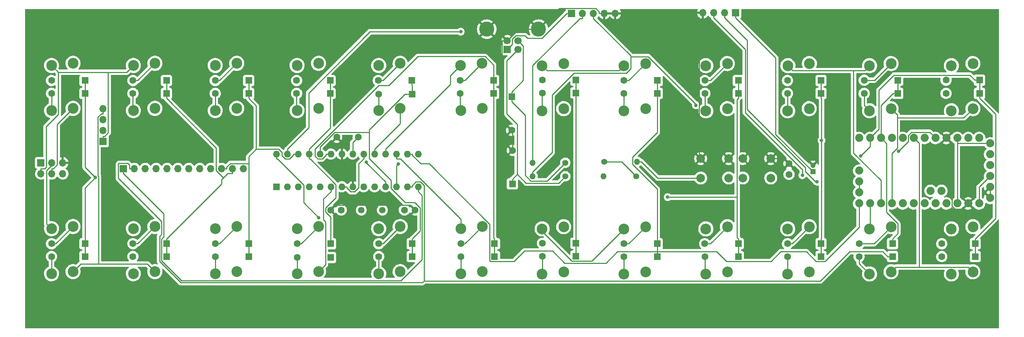
<source format=gbr>
%TF.GenerationSoftware,KiCad,Pcbnew,6.0.8+dfsg-1*%
%TF.CreationDate,2022-10-27T21:27:42-03:00*%
%TF.ProjectId,Calebe94,43616c65-6265-4393-942e-6b696361645f,rev?*%
%TF.SameCoordinates,Original*%
%TF.FileFunction,Copper,L2,Bot*%
%TF.FilePolarity,Positive*%
%FSLAX46Y46*%
G04 Gerber Fmt 4.6, Leading zero omitted, Abs format (unit mm)*
G04 Created by KiCad (PCBNEW 6.0.8+dfsg-1) date 2022-10-27 21:27:42*
%MOMM*%
%LPD*%
G01*
G04 APERTURE LIST*
%TA.AperFunction,ComponentPad*%
%ADD10R,1.600000X1.600000*%
%TD*%
%TA.AperFunction,ComponentPad*%
%ADD11C,1.600000*%
%TD*%
%TA.AperFunction,ComponentPad*%
%ADD12C,2.500000*%
%TD*%
%TA.AperFunction,ComponentPad*%
%ADD13C,2.000000*%
%TD*%
%TA.AperFunction,ComponentPad*%
%ADD14R,1.700000X1.700000*%
%TD*%
%TA.AperFunction,ComponentPad*%
%ADD15O,1.700000X1.700000*%
%TD*%
%TA.AperFunction,ComponentPad*%
%ADD16C,1.879600*%
%TD*%
%TA.AperFunction,ComponentPad*%
%ADD17C,1.400000*%
%TD*%
%TA.AperFunction,ComponentPad*%
%ADD18O,1.400000X1.400000*%
%TD*%
%TA.AperFunction,ComponentPad*%
%ADD19O,1.600000X1.600000*%
%TD*%
%TA.AperFunction,ComponentPad*%
%ADD20C,1.500000*%
%TD*%
%TA.AperFunction,ComponentPad*%
%ADD21R,1.200000X1.200000*%
%TD*%
%TA.AperFunction,ComponentPad*%
%ADD22C,1.200000*%
%TD*%
%TA.AperFunction,ComponentPad*%
%ADD23C,1.700000*%
%TD*%
%TA.AperFunction,ComponentPad*%
%ADD24C,3.500000*%
%TD*%
%TA.AperFunction,ViaPad*%
%ADD25C,0.800000*%
%TD*%
%TA.AperFunction,Conductor*%
%ADD26C,0.250000*%
%TD*%
G04 APERTURE END LIST*
D10*
%TO.P,D40,1,K*%
%TO.N,COL_9*%
X92600000Y-114000000D03*
D11*
%TO.P,D40,2,A*%
%TO.N,Net-(D40-Pad2)*%
X84800000Y-114000000D03*
%TD*%
D12*
%TO.P,SW22,1*%
%TO.N,Net-(D22-Pad2)*%
X160900000Y-80050000D03*
%TO.P,SW22,2*%
%TO.N,ROW_1*%
X165900000Y-79550000D03*
%TD*%
%TO.P,SW40,1*%
%TO.N,Net-(D40-Pad2)*%
X84800000Y-118000000D03*
%TO.P,SW40,2*%
%TO.N,ROW_3*%
X89800000Y-117500000D03*
%TD*%
%TO.P,SW11,1*%
%TO.N,Net-(D11-Pad2)*%
X223050000Y-107050000D03*
%TO.P,SW11,2*%
%TO.N,MOSI*%
X218050000Y-107550000D03*
%TD*%
D10*
%TO.P,D24,1,K*%
%TO.N,COL_5*%
X168750000Y-113900000D03*
D11*
%TO.P,D24,2,A*%
%TO.N,Net-(D24-Pad2)*%
X160950000Y-113900000D03*
%TD*%
D12*
%TO.P,SW37,1*%
%TO.N,Net-(D37-Pad2)*%
X89800000Y-69000000D03*
%TO.P,SW37,2*%
%TO.N,MISO*%
X84800000Y-69500000D03*
%TD*%
%TO.P,SW39,1*%
%TO.N,Net-(D39-Pad2)*%
X89800000Y-107000000D03*
%TO.P,SW39,2*%
%TO.N,MOSI*%
X84800000Y-107500000D03*
%TD*%
%TO.P,SW35,1*%
%TO.N,Net-(D35-Pad2)*%
X108850000Y-107000000D03*
%TO.P,SW35,2*%
%TO.N,MOSI*%
X103850000Y-107500000D03*
%TD*%
D10*
%TO.P,D37,1,K*%
%TO.N,COL_9*%
X92600000Y-73000000D03*
D11*
%TO.P,D37,2,A*%
%TO.N,Net-(D37-Pad2)*%
X84800000Y-73000000D03*
%TD*%
D10*
%TO.P,D22,1,K*%
%TO.N,COL_5*%
X168750000Y-75900000D03*
D11*
%TO.P,D22,2,A*%
%TO.N,Net-(D22-Pad2)*%
X160950000Y-75900000D03*
%TD*%
D12*
%TO.P,SW19,1*%
%TO.N,Net-(D19-Pad2)*%
X184950000Y-107050000D03*
%TO.P,SW19,2*%
%TO.N,MOSI*%
X179950000Y-107550000D03*
%TD*%
%TO.P,SW20,1*%
%TO.N,Net-(D20-Pad2)*%
X179950000Y-118050000D03*
%TO.P,SW20,2*%
%TO.N,ROW_3*%
X184950000Y-117550000D03*
%TD*%
%TO.P,SW10,1*%
%TO.N,Net-(D10-Pad2)*%
X218050000Y-80050000D03*
%TO.P,SW10,2*%
%TO.N,ROW_1*%
X223050000Y-79550000D03*
%TD*%
D13*
%TO.P,SW49,1*%
%TO.N,RESET*%
X204300000Y-95700000D03*
X197800000Y-95700000D03*
%TO.P,SW49,2*%
%TO.N,GND*%
X197800000Y-91200000D03*
X204300000Y-91200000D03*
%TD*%
D10*
%TO.P,D15,1,K*%
%TO.N,COL_3*%
X206540000Y-111000000D03*
D11*
%TO.P,D15,2,A*%
%TO.N,Net-(D15-Pad2)*%
X198740000Y-111000000D03*
%TD*%
D10*
%TO.P,D27,1,K*%
%TO.N,COL_6*%
X149800000Y-111000000D03*
D11*
%TO.P,D27,2,A*%
%TO.N,Net-(D27-Pad2)*%
X142000000Y-111000000D03*
%TD*%
D10*
%TO.P,D42,1,K*%
%TO.N,COL_10*%
X73450000Y-76000000D03*
D11*
%TO.P,D42,2,A*%
%TO.N,Net-(D42-Pad2)*%
X65650000Y-76000000D03*
%TD*%
D10*
%TO.P,D49,1,K*%
%TO.N,Net-(D49-Pad1)*%
X153975000Y-97075000D03*
D11*
%TO.P,D49,2,A*%
%TO.N,GND*%
X153975000Y-89275000D03*
%TD*%
D10*
%TO.P,D10,1,K*%
%TO.N,COL_2*%
X225800000Y-76000000D03*
D11*
%TO.P,D10,2,A*%
%TO.N,Net-(D10-Pad2)*%
X218000000Y-76000000D03*
%TD*%
D14*
%TO.P,J2,1,Pin_1*%
%TO.N,VCC*%
X167750000Y-57375000D03*
D15*
%TO.P,J2,2,Pin_2*%
%TO.N,D+*%
X170290000Y-57375000D03*
%TO.P,J2,3,Pin_3*%
%TO.N,D-*%
X172830000Y-57375000D03*
%TO.P,J2,4,Pin_4*%
%TO.N,GND*%
X175370000Y-57375000D03*
%TO.P,J2,5,Pin_5*%
X177910000Y-57375000D03*
%TD*%
D10*
%TO.P,D7,1,K*%
%TO.N,COL_1*%
X242450000Y-111000000D03*
D11*
%TO.P,D7,2,A*%
%TO.N,Net-(D7-Pad2)*%
X234650000Y-111000000D03*
%TD*%
D10*
%TO.P,D3,1,K*%
%TO.N,COL_0*%
X261700000Y-111000000D03*
D11*
%TO.P,D3,2,A*%
%TO.N,Net-(D3-Pad2)*%
X253900000Y-111000000D03*
%TD*%
D12*
%TO.P,SW5,1*%
%TO.N,Net-(D5-Pad2)*%
X242100000Y-69050000D03*
%TO.P,SW5,2*%
%TO.N,MISO*%
X237100000Y-69550000D03*
%TD*%
%TO.P,SW4,1*%
%TO.N,Net-(D4-Pad2)*%
X256150000Y-118050000D03*
%TO.P,SW4,2*%
%TO.N,ROW_3*%
X261150000Y-117550000D03*
%TD*%
%TO.P,SW36,1*%
%TO.N,Net-(D36-Pad2)*%
X103850000Y-118000000D03*
%TO.P,SW36,2*%
%TO.N,ROW_3*%
X108850000Y-117500000D03*
%TD*%
%TO.P,SW38,1*%
%TO.N,Net-(D38-Pad2)*%
X84800000Y-80000000D03*
%TO.P,SW38,2*%
%TO.N,ROW_1*%
X89800000Y-79500000D03*
%TD*%
D16*
%TO.P,U1,JP1_1,DTR*%
%TO.N,RESET*%
X265140000Y-87650000D03*
%TO.P,U1,JP1_2,TXO*%
%TO.N,TXD*%
X265140000Y-90190000D03*
%TO.P,U1,JP1_3,RXI*%
%TO.N,RXD*%
X265140000Y-92730000D03*
%TO.P,U1,JP1_4,VCC*%
%TO.N,VCC*%
X265140000Y-95270000D03*
%TO.P,U1,JP1_5,GND*%
%TO.N,GND*%
X265140000Y-97810000D03*
%TO.P,U1,JP1_6,GND*%
X265140000Y-100350000D03*
%TO.P,U1,JP2_1,A4*%
%TO.N,SDA*%
X251297000Y-98699000D03*
%TO.P,U1,JP2_2,A5*%
%TO.N,SCL*%
X253837000Y-98699000D03*
%TO.P,U1,JP3_1,A6*%
%TO.N,unconnected-(U1-PadJP3_1)*%
X234660000Y-94000000D03*
%TO.P,U1,JP3_2,A7*%
%TO.N,unconnected-(U1-PadJP3_2)*%
X234660000Y-99080000D03*
X234660000Y-96540000D03*
%TO.P,U1,JP6_1,RAW*%
%TO.N,VCC*%
X262600000Y-101620000D03*
%TO.P,U1,JP6_2,GND_1*%
%TO.N,GND*%
X260060000Y-101620000D03*
%TO.P,U1,JP6_3,RST_1*%
%TO.N,RESET*%
X257520000Y-101620000D03*
%TO.P,U1,JP6_4,VCC_1*%
%TO.N,VCC*%
X254980000Y-101620000D03*
%TO.P,U1,JP6_5,A3*%
%TO.N,COL_9*%
X252440000Y-101620000D03*
%TO.P,U1,JP6_6,A2*%
%TO.N,COL_8*%
X249900000Y-101620000D03*
%TO.P,U1,JP6_7,A1*%
%TO.N,COL_7*%
X247360000Y-101620000D03*
%TO.P,U1,JP6_8,A0*%
%TO.N,COL_6*%
X244820000Y-101620000D03*
%TO.P,U1,JP6_9,SCK*%
%TO.N,ROW_1*%
X242280000Y-101620000D03*
%TO.P,U1,JP6_10,MISO*%
%TO.N,MISO*%
X239740000Y-101620000D03*
%TO.P,U1,JP6_11,MOSI*%
%TO.N,MOSI*%
X237200000Y-101620000D03*
%TO.P,U1,JP6_12,D10*%
%TO.N,COL_4*%
X234660000Y-101620000D03*
%TO.P,U1,JP7_1,D9*%
%TO.N,COL_5*%
X234660000Y-86380000D03*
%TO.P,U1,JP7_2,D8*%
%TO.N,COL_0*%
X237200000Y-86380000D03*
%TO.P,U1,JP7_3,D7*%
%TO.N,COL_1*%
X239740000Y-86380000D03*
%TO.P,U1,JP7_4,D6*%
%TO.N,COL_2*%
X242280000Y-86380000D03*
%TO.P,U1,JP7_5,D5*%
%TO.N,COL_3*%
X244820000Y-86380000D03*
%TO.P,U1,JP7_6,D4*%
%TO.N,ROW_3*%
X247360000Y-86380000D03*
%TO.P,U1,JP7_7,D3*%
%TO.N,D-*%
X249900000Y-86380000D03*
%TO.P,U1,JP7_8,D2*%
%TO.N,D+*%
X252440000Y-86380000D03*
%TO.P,U1,JP7_9,GND_2*%
%TO.N,GND*%
X254980000Y-86380000D03*
%TO.P,U1,JP7_10,RST_2*%
%TO.N,RESET*%
X257520000Y-86380000D03*
%TO.P,U1,JP7_11,RXI_2*%
%TO.N,COL_11*%
X260060000Y-86380000D03*
%TO.P,U1,JP7_12,TXO_2*%
%TO.N,COL_10*%
X262600000Y-86380000D03*
%TD*%
D14*
%TO.P,J5,1,Pin_1*%
%TO.N,VCC*%
X205915000Y-57225000D03*
D15*
%TO.P,J5,2,Pin_2*%
%TO.N,SDA*%
X203375000Y-57225000D03*
%TO.P,J5,3,Pin_3*%
%TO.N,SCL*%
X200835000Y-57225000D03*
%TO.P,J5,4,Pin_4*%
%TO.N,GND*%
X198295000Y-57225000D03*
%TD*%
D10*
%TO.P,D44,1,K*%
%TO.N,COL_10*%
X73450000Y-114000000D03*
D11*
%TO.P,D44,2,A*%
%TO.N,Net-(D44-Pad2)*%
X65650000Y-114000000D03*
%TD*%
D12*
%TO.P,SW48,1*%
%TO.N,Net-(D48-Pad2)*%
X46700000Y-118000000D03*
%TO.P,SW48,2*%
%TO.N,ROW_3*%
X51700000Y-117500000D03*
%TD*%
D10*
%TO.P,D23,1,K*%
%TO.N,COL_5*%
X168750000Y-110900000D03*
D11*
%TO.P,D23,2,A*%
%TO.N,Net-(D23-Pad2)*%
X160950000Y-110900000D03*
%TD*%
D12*
%TO.P,SW33,1*%
%TO.N,Net-(D33-Pad2)*%
X108850000Y-69000000D03*
%TO.P,SW33,2*%
%TO.N,MISO*%
X103850000Y-69500000D03*
%TD*%
D10*
%TO.P,D19,1,K*%
%TO.N,COL_4*%
X187700000Y-111000000D03*
D11*
%TO.P,D19,2,A*%
%TO.N,Net-(D19-Pad2)*%
X179900000Y-111000000D03*
%TD*%
D10*
%TO.P,D18,1,K*%
%TO.N,COL_4*%
X187700000Y-76000000D03*
D11*
%TO.P,D18,2,A*%
%TO.N,Net-(D18-Pad2)*%
X179900000Y-76000000D03*
%TD*%
D12*
%TO.P,SW23,1*%
%TO.N,Net-(D23-Pad2)*%
X165900000Y-107050000D03*
%TO.P,SW23,2*%
%TO.N,MOSI*%
X160900000Y-107550000D03*
%TD*%
D10*
%TO.P,D13,1,K*%
%TO.N,COL_3*%
X206550000Y-73000000D03*
D11*
%TO.P,D13,2,A*%
%TO.N,Net-(D13-Pad2)*%
X198750000Y-73000000D03*
%TD*%
D13*
%TO.P,SW50,1*%
%TO.N,BOOT*%
X214100000Y-95700000D03*
X207600000Y-95700000D03*
%TO.P,SW50,2*%
%TO.N,GND*%
X214100000Y-91200000D03*
X207600000Y-91200000D03*
%TD*%
D10*
%TO.P,D32,1,K*%
%TO.N,COL_7*%
X130650000Y-114000000D03*
D11*
%TO.P,D32,2,A*%
%TO.N,Net-(D32-Pad2)*%
X122850000Y-114000000D03*
%TD*%
D10*
%TO.P,D16,1,K*%
%TO.N,COL_3*%
X206550000Y-114000000D03*
D11*
%TO.P,D16,2,A*%
%TO.N,Net-(D16-Pad2)*%
X198750000Y-114000000D03*
%TD*%
D17*
%TO.P,R2,1*%
%TO.N,Net-(D50-Pad1)*%
X166270000Y-92150000D03*
D18*
%TO.P,R2,2*%
%TO.N,D+*%
X158650000Y-92150000D03*
%TD*%
D10*
%TO.P,D1,1,K*%
%TO.N,COL_0*%
X262700000Y-72900000D03*
D11*
%TO.P,D1,2,A*%
%TO.N,Net-(D1-Pad2)*%
X254900000Y-72900000D03*
%TD*%
D12*
%TO.P,SW21,1*%
%TO.N,Net-(D21-Pad2)*%
X165900000Y-69050000D03*
%TO.P,SW21,2*%
%TO.N,MISO*%
X160900000Y-69550000D03*
%TD*%
D10*
%TO.P,D30,1,K*%
%TO.N,COL_7*%
X130650000Y-76200000D03*
D11*
%TO.P,D30,2,A*%
%TO.N,Net-(D30-Pad2)*%
X122850000Y-76200000D03*
%TD*%
D12*
%TO.P,SW18,1*%
%TO.N,Net-(D18-Pad2)*%
X179950000Y-80050000D03*
%TO.P,SW18,2*%
%TO.N,ROW_1*%
X184950000Y-79550000D03*
%TD*%
D10*
%TO.P,D46,1,K*%
%TO.N,COL_11*%
X54500000Y-76000000D03*
D11*
%TO.P,D46,2,A*%
%TO.N,Net-(D46-Pad2)*%
X46700000Y-76000000D03*
%TD*%
D10*
%TO.P,D14,1,K*%
%TO.N,COL_3*%
X206550000Y-76000000D03*
D11*
%TO.P,D14,2,A*%
%TO.N,Net-(D14-Pad2)*%
X198750000Y-76000000D03*
%TD*%
D12*
%TO.P,SW2,1*%
%TO.N,Net-(D2-Pad2)*%
X256150000Y-80050000D03*
%TO.P,SW2,2*%
%TO.N,ROW_1*%
X261150000Y-79550000D03*
%TD*%
D10*
%TO.P,D35,1,K*%
%TO.N,COL_8*%
X111650000Y-111000000D03*
D11*
%TO.P,D35,2,A*%
%TO.N,Net-(D35-Pad2)*%
X103850000Y-111000000D03*
%TD*%
D10*
%TO.P,D8,1,K*%
%TO.N,COL_1*%
X242450000Y-114000000D03*
D11*
%TO.P,D8,2,A*%
%TO.N,Net-(D8-Pad2)*%
X234650000Y-114000000D03*
%TD*%
D12*
%TO.P,SW9,1*%
%TO.N,Net-(D9-Pad2)*%
X223100000Y-69050000D03*
%TO.P,SW9,2*%
%TO.N,MISO*%
X218100000Y-69550000D03*
%TD*%
D17*
%TO.P,R4,1*%
%TO.N,VCC*%
X175330000Y-91900000D03*
D18*
%TO.P,R4,2*%
%TO.N,RESET*%
X182950000Y-91900000D03*
%TD*%
D10*
%TO.P,D34,1,K*%
%TO.N,COL_8*%
X111550000Y-76000000D03*
D11*
%TO.P,D34,2,A*%
%TO.N,Net-(D34-Pad2)*%
X103750000Y-76000000D03*
%TD*%
D10*
%TO.P,U2,1,~{RESET}/PC6*%
%TO.N,RESET*%
X99020000Y-97750000D03*
D19*
%TO.P,U2,2,PD0*%
%TO.N,RXD*%
X101560000Y-97750000D03*
%TO.P,U2,3,PD1*%
%TO.N,TXD*%
X104100000Y-97750000D03*
%TO.P,U2,4,PD2*%
%TO.N,D+*%
X106640000Y-97750000D03*
%TO.P,U2,5,PD3*%
%TO.N,D-*%
X109180000Y-97750000D03*
%TO.P,U2,6,PD4*%
%TO.N,ROW_3*%
X111720000Y-97750000D03*
%TO.P,U2,7,VCC*%
%TO.N,VCC*%
X114260000Y-97750000D03*
%TO.P,U2,8,GND*%
%TO.N,GND*%
X116800000Y-97750000D03*
%TO.P,U2,9,XTAL1/PB6*%
%TO.N,XTAL1*%
X119340000Y-97750000D03*
%TO.P,U2,10,XTAL2/PB7*%
%TO.N,XTAL2*%
X121880000Y-97750000D03*
%TO.P,U2,11,PD5*%
%TO.N,COL_3*%
X124420000Y-97750000D03*
%TO.P,U2,12,PD6*%
%TO.N,COL_2*%
X126960000Y-97750000D03*
%TO.P,U2,13,PD7*%
%TO.N,COL_1*%
X129500000Y-97750000D03*
%TO.P,U2,14,PB0*%
%TO.N,COL_0*%
X132040000Y-97750000D03*
%TO.P,U2,15,PB1*%
%TO.N,COL_5*%
X132040000Y-90130000D03*
%TO.P,U2,16,PB2*%
%TO.N,COL_4*%
X129500000Y-90130000D03*
%TO.P,U2,17,PB3*%
%TO.N,MOSI*%
X126960000Y-90130000D03*
%TO.P,U2,18,PB4*%
%TO.N,MISO*%
X124420000Y-90130000D03*
%TO.P,U2,19,PB5*%
%TO.N,ROW_1*%
X121880000Y-90130000D03*
%TO.P,U2,20,AVCC*%
%TO.N,VCC*%
X119340000Y-90130000D03*
%TO.P,U2,21,AREF*%
%TO.N,Net-(U2-Pad21)*%
X116800000Y-90130000D03*
%TO.P,U2,22,GND*%
%TO.N,GND*%
X114260000Y-90130000D03*
%TO.P,U2,23,PC0*%
%TO.N,COL_6*%
X111720000Y-90130000D03*
%TO.P,U2,24,PC1*%
%TO.N,COL_7*%
X109180000Y-90130000D03*
%TO.P,U2,25,PC2*%
%TO.N,COL_8*%
X106640000Y-90130000D03*
%TO.P,U2,26,PC3*%
%TO.N,COL_9*%
X104100000Y-90130000D03*
%TO.P,U2,27,PC4*%
%TO.N,SDA*%
X101560000Y-90130000D03*
%TO.P,U2,28,PC5*%
%TO.N,SCL*%
X99020000Y-90130000D03*
%TD*%
D12*
%TO.P,SW12,1*%
%TO.N,Net-(D12-Pad2)*%
X218050000Y-118050000D03*
%TO.P,SW12,2*%
%TO.N,ROW_3*%
X223050000Y-117550000D03*
%TD*%
D10*
%TO.P,D31,1,K*%
%TO.N,COL_7*%
X130650000Y-111000000D03*
D11*
%TO.P,D31,2,A*%
%TO.N,Net-(D31-Pad2)*%
X122850000Y-111000000D03*
%TD*%
D10*
%TO.P,D47,1,K*%
%TO.N,COL_11*%
X54500000Y-111000000D03*
D11*
%TO.P,D47,2,A*%
%TO.N,Net-(D47-Pad2)*%
X46700000Y-111000000D03*
%TD*%
D17*
%TO.P,R1,1*%
%TO.N,VCC*%
X182820000Y-95300000D03*
D18*
%TO.P,R1,2*%
%TO.N,Net-(D49-Pad1)*%
X175200000Y-95300000D03*
%TD*%
D12*
%TO.P,SW32,1*%
%TO.N,Net-(D32-Pad2)*%
X122850000Y-118000000D03*
%TO.P,SW32,2*%
%TO.N,ROW_3*%
X127850000Y-117500000D03*
%TD*%
%TO.P,SW47,1*%
%TO.N,Net-(D47-Pad2)*%
X51700000Y-107000000D03*
%TO.P,SW47,2*%
%TO.N,MOSI*%
X46700000Y-107500000D03*
%TD*%
%TO.P,SW34,1*%
%TO.N,Net-(D34-Pad2)*%
X103850000Y-80000000D03*
%TO.P,SW34,2*%
%TO.N,ROW_1*%
X108850000Y-79500000D03*
%TD*%
D11*
%TO.P,C2,1*%
%TO.N,VCC*%
X218350000Y-94850000D03*
%TO.P,C2,2*%
%TO.N,GND*%
X218350000Y-92350000D03*
%TD*%
D10*
%TO.P,D17,1,K*%
%TO.N,COL_4*%
X187700000Y-73000000D03*
D11*
%TO.P,D17,2,A*%
%TO.N,Net-(D17-Pad2)*%
X179900000Y-73000000D03*
%TD*%
D12*
%TO.P,SW41,1*%
%TO.N,Net-(D41-Pad2)*%
X70750000Y-69000000D03*
%TO.P,SW41,2*%
%TO.N,MISO*%
X65750000Y-69500000D03*
%TD*%
D10*
%TO.P,D45,1,K*%
%TO.N,COL_11*%
X54500000Y-73000000D03*
D11*
%TO.P,D45,2,A*%
%TO.N,Net-(D45-Pad2)*%
X46700000Y-73000000D03*
%TD*%
D10*
%TO.P,D26,1,K*%
%TO.N,COL_6*%
X149600000Y-76000000D03*
D11*
%TO.P,D26,2,A*%
%TO.N,Net-(D26-Pad2)*%
X141800000Y-76000000D03*
%TD*%
D10*
%TO.P,D29,1,K*%
%TO.N,COL_7*%
X130550000Y-73000000D03*
D11*
%TO.P,D29,2,A*%
%TO.N,Net-(D29-Pad2)*%
X122750000Y-73000000D03*
%TD*%
D12*
%TO.P,SW15,1*%
%TO.N,Net-(D15-Pad2)*%
X204000000Y-107050000D03*
%TO.P,SW15,2*%
%TO.N,MOSI*%
X199000000Y-107550000D03*
%TD*%
%TO.P,SW26,1*%
%TO.N,Net-(D26-Pad2)*%
X141950000Y-80000000D03*
%TO.P,SW26,2*%
%TO.N,ROW_1*%
X146950000Y-79500000D03*
%TD*%
%TO.P,SW31,1*%
%TO.N,Net-(D31-Pad2)*%
X127850000Y-107000000D03*
%TO.P,SW31,2*%
%TO.N,MOSI*%
X122850000Y-107500000D03*
%TD*%
%TO.P,SW27,1*%
%TO.N,Net-(D27-Pad2)*%
X146950000Y-107000000D03*
%TO.P,SW27,2*%
%TO.N,MOSI*%
X141950000Y-107500000D03*
%TD*%
D10*
%TO.P,D6,1,K*%
%TO.N,COL_1*%
X243650000Y-76000000D03*
D11*
%TO.P,D6,2,A*%
%TO.N,Net-(D6-Pad2)*%
X235850000Y-76000000D03*
%TD*%
D12*
%TO.P,SW6,1*%
%TO.N,Net-(D6-Pad2)*%
X237100000Y-80050000D03*
%TO.P,SW6,2*%
%TO.N,ROW_1*%
X242100000Y-79550000D03*
%TD*%
%TO.P,SW28,1*%
%TO.N,Net-(D28-Pad2)*%
X141950000Y-118000000D03*
%TO.P,SW28,2*%
%TO.N,ROW_3*%
X146950000Y-117500000D03*
%TD*%
%TO.P,SW25,1*%
%TO.N,Net-(D25-Pad2)*%
X146900000Y-69000000D03*
%TO.P,SW25,2*%
%TO.N,MISO*%
X141900000Y-69500000D03*
%TD*%
%TO.P,SW3,1*%
%TO.N,Net-(D3-Pad2)*%
X261150000Y-107050000D03*
%TO.P,SW3,2*%
%TO.N,MOSI*%
X256150000Y-107550000D03*
%TD*%
D10*
%TO.P,D41,1,K*%
%TO.N,COL_10*%
X73450000Y-73000000D03*
D11*
%TO.P,D41,2,A*%
%TO.N,Net-(D41-Pad2)*%
X65650000Y-73000000D03*
%TD*%
D12*
%TO.P,SW13,1*%
%TO.N,Net-(D13-Pad2)*%
X204000000Y-69050000D03*
%TO.P,SW13,2*%
%TO.N,MISO*%
X199000000Y-69550000D03*
%TD*%
D10*
%TO.P,D28,1,K*%
%TO.N,COL_6*%
X149800000Y-114000000D03*
D11*
%TO.P,D28,2,A*%
%TO.N,Net-(D28-Pad2)*%
X142000000Y-114000000D03*
%TD*%
D12*
%TO.P,SW45,1*%
%TO.N,Net-(D45-Pad2)*%
X51700000Y-69000000D03*
%TO.P,SW45,2*%
%TO.N,MISO*%
X46700000Y-69500000D03*
%TD*%
D10*
%TO.P,D48,1,K*%
%TO.N,COL_11*%
X54500000Y-114000000D03*
D11*
%TO.P,D48,2,A*%
%TO.N,Net-(D48-Pad2)*%
X46700000Y-114000000D03*
%TD*%
%TO.P,C4,1*%
%TO.N,XTAL1*%
X114130000Y-103150000D03*
%TO.P,C4,2*%
%TO.N,GND*%
X111630000Y-103150000D03*
%TD*%
D10*
%TO.P,D4,1,K*%
%TO.N,COL_0*%
X261700000Y-114000000D03*
D11*
%TO.P,D4,2,A*%
%TO.N,Net-(D4-Pad2)*%
X253900000Y-114000000D03*
%TD*%
D12*
%TO.P,SW44,1*%
%TO.N,Net-(D44-Pad2)*%
X65750000Y-118000000D03*
%TO.P,SW44,2*%
%TO.N,ROW_3*%
X70750000Y-117500000D03*
%TD*%
D10*
%TO.P,D21,1,K*%
%TO.N,COL_5*%
X168750000Y-72900000D03*
D11*
%TO.P,D21,2,A*%
%TO.N,Net-(D21-Pad2)*%
X160950000Y-72900000D03*
%TD*%
D10*
%TO.P,D9,1,K*%
%TO.N,COL_2*%
X225800000Y-73000000D03*
D11*
%TO.P,D9,2,A*%
%TO.N,Net-(D9-Pad2)*%
X218000000Y-73000000D03*
%TD*%
D12*
%TO.P,SW8,1*%
%TO.N,Net-(D8-Pad2)*%
X237100000Y-118050000D03*
%TO.P,SW8,2*%
%TO.N,ROW_3*%
X242100000Y-117550000D03*
%TD*%
D10*
%TO.P,D33,1,K*%
%TO.N,COL_8*%
X111550000Y-73000000D03*
D11*
%TO.P,D33,2,A*%
%TO.N,Net-(D33-Pad2)*%
X103750000Y-73000000D03*
%TD*%
D12*
%TO.P,SW30,1*%
%TO.N,Net-(D30-Pad2)*%
X122850000Y-80000000D03*
%TO.P,SW30,2*%
%TO.N,ROW_1*%
X127850000Y-79500000D03*
%TD*%
%TO.P,SW7,1*%
%TO.N,Net-(D7-Pad2)*%
X242100000Y-107050000D03*
%TO.P,SW7,2*%
%TO.N,MOSI*%
X237100000Y-107550000D03*
%TD*%
D20*
%TO.P,Y1,1,1*%
%TO.N,XTAL2*%
X123700000Y-103180000D03*
%TO.P,Y1,2,2*%
%TO.N,XTAL1*%
X118800000Y-103180000D03*
%TD*%
D11*
%TO.P,C3,1*%
%TO.N,XTAL2*%
X128830000Y-103150000D03*
%TO.P,C3,2*%
%TO.N,GND*%
X131330000Y-103150000D03*
%TD*%
D10*
%TO.P,D5,1,K*%
%TO.N,COL_1*%
X243650000Y-72925000D03*
D11*
%TO.P,D5,2,A*%
%TO.N,Net-(D5-Pad2)*%
X235850000Y-72925000D03*
%TD*%
D10*
%TO.P,D11,1,K*%
%TO.N,COL_2*%
X225800000Y-111000000D03*
D11*
%TO.P,D11,2,A*%
%TO.N,Net-(D11-Pad2)*%
X218000000Y-111000000D03*
%TD*%
D14*
%TO.P,J3,1,Pin_1*%
%TO.N,COL_0*%
X63450000Y-93500000D03*
D15*
%TO.P,J3,2,Pin_2*%
%TO.N,COL_1*%
X65990000Y-93500000D03*
%TO.P,J3,3,Pin_3*%
%TO.N,COL_2*%
X68530000Y-93500000D03*
%TO.P,J3,4,Pin_4*%
%TO.N,COL_3*%
X71070000Y-93500000D03*
%TO.P,J3,5,Pin_5*%
%TO.N,COL_4*%
X73610000Y-93500000D03*
%TO.P,J3,6,Pin_6*%
%TO.N,COL_5*%
X76150000Y-93500000D03*
%TO.P,J3,7,Pin_7*%
%TO.N,COL_6*%
X78690000Y-93500000D03*
%TO.P,J3,8,Pin_8*%
%TO.N,COL_7*%
X81230000Y-93500000D03*
%TO.P,J3,9,Pin_9*%
%TO.N,COL_8*%
X83770000Y-93500000D03*
%TO.P,J3,10,Pin_10*%
%TO.N,COL_9*%
X86310000Y-93500000D03*
%TO.P,J3,11,Pin_11*%
%TO.N,COL_10*%
X88850000Y-93500000D03*
%TO.P,J3,12,Pin_12*%
%TO.N,COL_11*%
X91390000Y-93500000D03*
%TD*%
D10*
%TO.P,D50,1,K*%
%TO.N,Net-(D50-Pad1)*%
X153800000Y-76800000D03*
D11*
%TO.P,D50,2,A*%
%TO.N,GND*%
X153800000Y-84600000D03*
%TD*%
D12*
%TO.P,SW43,1*%
%TO.N,Net-(D43-Pad2)*%
X70750000Y-107000000D03*
%TO.P,SW43,2*%
%TO.N,MOSI*%
X65750000Y-107500000D03*
%TD*%
%TO.P,SW46,1*%
%TO.N,Net-(D46-Pad2)*%
X46700000Y-80000000D03*
%TO.P,SW46,2*%
%TO.N,ROW_1*%
X51700000Y-79500000D03*
%TD*%
D21*
%TO.P,C1,1*%
%TO.N,VCC*%
X223950000Y-94250000D03*
D22*
%TO.P,C1,2*%
%TO.N,GND*%
X223950000Y-92750000D03*
%TD*%
D12*
%TO.P,SW1,1*%
%TO.N,Net-(D1-Pad2)*%
X261150000Y-69050000D03*
%TO.P,SW1,2*%
%TO.N,MISO*%
X256150000Y-69550000D03*
%TD*%
D14*
%TO.P,J4,1,Pin_1*%
%TO.N,MISO*%
X58700000Y-87175000D03*
D15*
%TO.P,J4,2,Pin_2*%
%TO.N,ROW_1*%
X58700000Y-84635000D03*
%TO.P,J4,3,Pin_3*%
%TO.N,MOSI*%
X58700000Y-82095000D03*
%TO.P,J4,4,Pin_4*%
%TO.N,ROW_3*%
X58700000Y-79555000D03*
%TD*%
D10*
%TO.P,D25,1,K*%
%TO.N,COL_6*%
X149600000Y-73000000D03*
D11*
%TO.P,D25,2,A*%
%TO.N,Net-(D25-Pad2)*%
X141800000Y-73000000D03*
%TD*%
D12*
%TO.P,SW14,1*%
%TO.N,Net-(D14-Pad2)*%
X199000000Y-80050000D03*
%TO.P,SW14,2*%
%TO.N,ROW_1*%
X204000000Y-79550000D03*
%TD*%
%TO.P,SW16,1*%
%TO.N,Net-(D16-Pad2)*%
X199000000Y-118050000D03*
%TO.P,SW16,2*%
%TO.N,ROW_3*%
X204000000Y-117550000D03*
%TD*%
D14*
%TO.P,J6,1,Pin_1*%
%TO.N,VCC*%
X44225000Y-92160000D03*
D15*
%TO.P,J6,2,Pin_2*%
%TO.N,MISO*%
X44225000Y-94700000D03*
%TO.P,J6,3,Pin_3*%
%TO.N,MOSI*%
X46765000Y-92160000D03*
%TO.P,J6,4,Pin_4*%
%TO.N,ROW_1*%
X46765000Y-94700000D03*
%TO.P,J6,5,Pin_5*%
%TO.N,GND*%
X49305000Y-92160000D03*
%TO.P,J6,6,Pin_6*%
%TO.N,RESET*%
X49305000Y-94700000D03*
%TD*%
D10*
%TO.P,D12,1,K*%
%TO.N,COL_2*%
X225800000Y-114000000D03*
D11*
%TO.P,D12,2,A*%
%TO.N,Net-(D12-Pad2)*%
X218000000Y-114000000D03*
%TD*%
%TO.P,C5,1*%
%TO.N,Net-(U2-Pad21)*%
X118080000Y-86200000D03*
%TO.P,C5,2*%
%TO.N,GND*%
X113080000Y-86200000D03*
%TD*%
D17*
%TO.P,R3,1*%
%TO.N,Net-(D49-Pad1)*%
X166300000Y-95300000D03*
D18*
%TO.P,R3,2*%
%TO.N,D-*%
X158680000Y-95300000D03*
%TD*%
D12*
%TO.P,SW24,1*%
%TO.N,Net-(D24-Pad2)*%
X160900000Y-118050000D03*
%TO.P,SW24,2*%
%TO.N,ROW_3*%
X165900000Y-117550000D03*
%TD*%
D10*
%TO.P,D43,1,K*%
%TO.N,COL_10*%
X73450000Y-111000000D03*
D11*
%TO.P,D43,2,A*%
%TO.N,Net-(D43-Pad2)*%
X65650000Y-111000000D03*
%TD*%
D10*
%TO.P,D38,1,K*%
%TO.N,COL_9*%
X92600000Y-76000000D03*
D11*
%TO.P,D38,2,A*%
%TO.N,Net-(D38-Pad2)*%
X84800000Y-76000000D03*
%TD*%
D10*
%TO.P,D20,1,K*%
%TO.N,COL_4*%
X187700000Y-114000000D03*
D11*
%TO.P,D20,2,A*%
%TO.N,Net-(D20-Pad2)*%
X179900000Y-114000000D03*
%TD*%
D14*
%TO.P,J1,1,VBUS*%
%TO.N,VCC*%
X152775000Y-65750000D03*
D23*
%TO.P,J1,2,D-*%
%TO.N,Net-(D49-Pad1)*%
X155275000Y-65750000D03*
%TO.P,J1,3,D+*%
%TO.N,Net-(D50-Pad1)*%
X155275000Y-63750000D03*
%TO.P,J1,4,GND*%
%TO.N,GND*%
X152775000Y-63750000D03*
D24*
%TO.P,J1,5,Shield*%
X148005000Y-61040000D03*
X160045000Y-61040000D03*
%TD*%
D10*
%TO.P,D39,1,K*%
%TO.N,COL_9*%
X92600000Y-111000000D03*
D11*
%TO.P,D39,2,A*%
%TO.N,Net-(D39-Pad2)*%
X84800000Y-111000000D03*
%TD*%
D10*
%TO.P,D36,1,K*%
%TO.N,COL_8*%
X111650000Y-114200000D03*
D11*
%TO.P,D36,2,A*%
%TO.N,Net-(D36-Pad2)*%
X103850000Y-114200000D03*
%TD*%
D12*
%TO.P,SW17,1*%
%TO.N,Net-(D17-Pad2)*%
X184950000Y-69050000D03*
%TO.P,SW17,2*%
%TO.N,MISO*%
X179950000Y-69550000D03*
%TD*%
%TO.P,SW42,1*%
%TO.N,Net-(D42-Pad2)*%
X65750000Y-80000000D03*
%TO.P,SW42,2*%
%TO.N,ROW_1*%
X70750000Y-79500000D03*
%TD*%
D10*
%TO.P,D2,1,K*%
%TO.N,COL_0*%
X262700000Y-76000000D03*
D11*
%TO.P,D2,2,A*%
%TO.N,Net-(D2-Pad2)*%
X254900000Y-76000000D03*
%TD*%
D12*
%TO.P,SW29,1*%
%TO.N,Net-(D29-Pad2)*%
X127850000Y-69000000D03*
%TO.P,SW29,2*%
%TO.N,MISO*%
X122850000Y-69500000D03*
%TD*%
D25*
%TO.N,SCL*%
X221462900Y-95060600D03*
X108913500Y-104944900D03*
%TO.N,SDA*%
X224869000Y-96588100D03*
X141950000Y-61624700D03*
%TO.N,D-*%
X196691900Y-78767200D03*
%TO.N,D+*%
X243812500Y-89477900D03*
%TO.N,COL_11*%
X56899400Y-95608100D03*
%TO.N,COL_3*%
X119970600Y-92023700D03*
X190113200Y-100160700D03*
%TO.N,COL_2*%
X225913000Y-86931200D03*
X127378400Y-92460700D03*
%TO.N,COL_0*%
X235043200Y-90558000D03*
%TD*%
D26*
%TO.N,Net-(U2-Pad21)*%
X116800000Y-87480000D02*
X116800000Y-90130000D01*
X118080000Y-86200000D02*
X116800000Y-87480000D01*
%TO.N,Net-(D50-Pad1)*%
X153800000Y-76800000D02*
X153800000Y-77925100D01*
X156959900Y-81085000D02*
X153800000Y-77925100D01*
X156959900Y-95070600D02*
X156959900Y-81085000D01*
X158268800Y-96379500D02*
X156959900Y-95070600D01*
X162040500Y-96379500D02*
X158268800Y-96379500D01*
X166270000Y-92150000D02*
X162040500Y-96379500D01*
X156474900Y-73000000D02*
X153800000Y-75674900D01*
X156474900Y-64949900D02*
X156474900Y-73000000D01*
X155275000Y-63750000D02*
X156474900Y-64949900D01*
X153800000Y-76800000D02*
X153800000Y-75674900D01*
%TO.N,unconnected-(U1-PadJP3_2)*%
X234660000Y-96540000D02*
X234660000Y-99080000D01*
%TO.N,SCL*%
X200835000Y-57225000D02*
X200835000Y-58400100D01*
X221462900Y-93768600D02*
X221462900Y-95060600D01*
X208174700Y-80480400D02*
X221462900Y-93768600D01*
X208174700Y-65739800D02*
X208174700Y-80480400D01*
X200835000Y-58400100D02*
X208174700Y-65739800D01*
X105370000Y-101401400D02*
X108913500Y-104944900D01*
X105370000Y-97323800D02*
X105370000Y-101401400D01*
X99301300Y-91255100D02*
X105370000Y-97323800D01*
X99020000Y-91255100D02*
X99301300Y-91255100D01*
X99020000Y-90130000D02*
X99020000Y-91255100D01*
%TO.N,SDA*%
X224869000Y-96588000D02*
X224869000Y-96588100D01*
X224555600Y-96588000D02*
X224869000Y-96588000D01*
X222188100Y-94220500D02*
X224555600Y-96588000D01*
X222188100Y-93265700D02*
X222188100Y-94220500D01*
X208624900Y-79702500D02*
X222188100Y-93265700D01*
X208624900Y-63650000D02*
X208624900Y-79702500D01*
X203375000Y-58400100D02*
X208624900Y-63650000D01*
X203375000Y-57225000D02*
X203375000Y-58400100D01*
X120820400Y-61624700D02*
X141950000Y-61624700D01*
X106556400Y-75888700D02*
X120820400Y-61624700D01*
X106556400Y-84008500D02*
X106556400Y-75888700D01*
X101560000Y-89004900D02*
X106556400Y-84008500D01*
X101560000Y-90130000D02*
X101560000Y-89004900D01*
%TO.N,MOSI*%
X237200000Y-107450000D02*
X237200000Y-101620000D01*
X237100000Y-107550000D02*
X237200000Y-107450000D01*
X126960000Y-90130000D02*
X126960000Y-91255100D01*
X160900000Y-108112400D02*
X160900000Y-107550000D01*
X167814500Y-115026900D02*
X160900000Y-108112400D01*
X172473100Y-115026900D02*
X167814500Y-115026900D01*
X179950000Y-107550000D02*
X172473100Y-115026900D01*
X127901100Y-91255100D02*
X126960000Y-91255100D01*
X141950000Y-105304000D02*
X127901100Y-91255100D01*
X141950000Y-107500000D02*
X141950000Y-105304000D01*
X45570300Y-106370300D02*
X46700000Y-107500000D01*
X45570300Y-93969500D02*
X45570300Y-106370300D01*
X46765000Y-92774800D02*
X45570300Y-93969500D01*
X46765000Y-92160000D02*
X46765000Y-92774800D01*
%TO.N,MISO*%
X162012400Y-70662400D02*
X160900000Y-69550000D01*
X178837600Y-70662400D02*
X162012400Y-70662400D01*
X179950000Y-69550000D02*
X178837600Y-70662400D01*
X139525200Y-71874800D02*
X141900000Y-69500000D01*
X139525200Y-73899700D02*
X139525200Y-71874800D01*
X124420000Y-89004900D02*
X139525200Y-73899700D01*
X124420000Y-90130000D02*
X124420000Y-89004900D01*
X44225000Y-94700000D02*
X44225000Y-93524900D01*
X46700000Y-69500000D02*
X48276100Y-71076100D01*
X45081900Y-93524900D02*
X44225000Y-93524900D01*
X45438300Y-93168500D02*
X45081900Y-93524900D01*
X45438300Y-83748000D02*
X45438300Y-93168500D01*
X48276100Y-80910200D02*
X45438300Y-83748000D01*
X48276100Y-71076100D02*
X48276100Y-80910200D01*
X58700000Y-87175000D02*
X58700000Y-85999900D01*
X59067300Y-85999900D02*
X58700000Y-85999900D01*
X59875100Y-85192100D02*
X59067300Y-85999900D01*
X59875100Y-71076100D02*
X59875100Y-85192100D01*
X64173900Y-71076100D02*
X59875100Y-71076100D01*
X65750000Y-69500000D02*
X64173900Y-71076100D01*
X59875100Y-71076100D02*
X48276100Y-71076100D01*
X219224900Y-70674900D02*
X233356100Y-70674900D01*
X218100000Y-69550000D02*
X219224900Y-70674900D01*
X235975100Y-70674900D02*
X237100000Y-69550000D01*
X233356100Y-70674900D02*
X235975100Y-70674900D01*
X239740000Y-96280100D02*
X239740000Y-101620000D01*
X233356100Y-89896200D02*
X239740000Y-96280100D01*
X233356100Y-70674900D02*
X233356100Y-89896200D01*
%TO.N,RESET*%
X257520000Y-87650000D02*
X265140000Y-87650000D01*
X257520000Y-86380000D02*
X257520000Y-87650000D01*
X257520000Y-87650000D02*
X257520000Y-101620000D01*
X187775100Y-95700000D02*
X197800000Y-95700000D01*
X183975100Y-91900000D02*
X187775100Y-95700000D01*
X182950000Y-91900000D02*
X183975100Y-91900000D01*
%TO.N,ROW_3*%
X111720000Y-97750000D02*
X111720000Y-98875100D01*
X110452100Y-115897900D02*
X108850000Y-117500000D01*
X110452100Y-105875000D02*
X110452100Y-115897900D01*
X110002000Y-105424900D02*
X110452100Y-105875000D01*
X110002000Y-100593100D02*
X110002000Y-105424900D01*
X111720000Y-98875100D02*
X110002000Y-100593100D01*
X58700000Y-79555000D02*
X58700000Y-80730100D01*
X243198800Y-116451200D02*
X248630000Y-116451200D01*
X242100000Y-117550000D02*
X243198800Y-116451200D01*
X260051200Y-116451200D02*
X261150000Y-117550000D01*
X248630000Y-116451200D02*
X260051200Y-116451200D01*
X248630000Y-87650000D02*
X248630000Y-116451200D01*
X247360000Y-86380000D02*
X248630000Y-87650000D01*
X58332800Y-80730100D02*
X58700000Y-80730100D01*
X57523500Y-81539400D02*
X58332800Y-80730100D01*
X57523500Y-95206700D02*
X57523500Y-81539400D01*
X57624500Y-95307700D02*
X57523500Y-95206700D01*
X57624500Y-115731800D02*
X57624500Y-95307700D01*
X68981800Y-115731800D02*
X57624500Y-115731800D01*
X70750000Y-117500000D02*
X68981800Y-115731800D01*
X53468200Y-115731800D02*
X51700000Y-117500000D01*
X57624500Y-115731800D02*
X53468200Y-115731800D01*
%TO.N,ROW_1*%
X259031800Y-81668200D02*
X261150000Y-79550000D01*
X243550000Y-81668200D02*
X259031800Y-81668200D01*
X243550000Y-81000000D02*
X243550000Y-81668200D01*
X242100000Y-79550000D02*
X243550000Y-81000000D01*
X47130200Y-93524900D02*
X46765000Y-93524900D01*
X48035000Y-92620100D02*
X47130200Y-93524900D01*
X48035000Y-83165000D02*
X48035000Y-92620100D01*
X51700000Y-79500000D02*
X48035000Y-83165000D01*
X46765000Y-94700000D02*
X46765000Y-93524900D01*
X127850000Y-83034900D02*
X121880000Y-89004900D01*
X127850000Y-79500000D02*
X127850000Y-83034900D01*
X121880000Y-90130000D02*
X121880000Y-89004900D01*
X242280000Y-89985000D02*
X242280000Y-101620000D01*
X243550000Y-88715000D02*
X242280000Y-89985000D01*
X243550000Y-81668200D02*
X243550000Y-88715000D01*
%TO.N,D-*%
X172830000Y-57375000D02*
X172830000Y-58550100D01*
X158680000Y-95300000D02*
X158680000Y-94274900D01*
X181525500Y-67245600D02*
X181525500Y-67434300D01*
X172830000Y-58550100D02*
X181525500Y-67245600D01*
X163233000Y-89721900D02*
X158680000Y-94274900D01*
X163233000Y-76352800D02*
X163233000Y-89721900D01*
X168340300Y-71245500D02*
X163233000Y-76352800D01*
X180545400Y-71245500D02*
X168340300Y-71245500D01*
X181525500Y-70265400D02*
X180545400Y-71245500D01*
X181525500Y-67434300D02*
X181525500Y-70265400D01*
X196691900Y-78536200D02*
X196691900Y-78767200D01*
X185590000Y-67434300D02*
X196691900Y-78536200D01*
X181525500Y-67434300D02*
X185590000Y-67434300D01*
%TO.N,D+*%
X169631000Y-58550100D02*
X170290000Y-58550100D01*
X158650000Y-69531100D02*
X169631000Y-58550100D01*
X158650000Y-92150000D02*
X158650000Y-69531100D01*
X170290000Y-57375000D02*
X170290000Y-58550100D01*
X246090000Y-87200400D02*
X243812500Y-89477900D01*
X246090000Y-85801100D02*
X246090000Y-87200400D01*
X246828300Y-85062800D02*
X246090000Y-85801100D01*
X251122800Y-85062800D02*
X246828300Y-85062800D01*
X252440000Y-86380000D02*
X251122800Y-85062800D01*
%TO.N,Net-(D49-Pad1)*%
X153975000Y-97075000D02*
X153975000Y-95949900D01*
X157158700Y-96883400D02*
X155100100Y-94824800D01*
X164716600Y-96883400D02*
X157158700Y-96883400D01*
X166300000Y-95300000D02*
X164716600Y-96883400D01*
X153975000Y-95949900D02*
X155100100Y-94824800D01*
X152674800Y-68350200D02*
X155275000Y-65750000D01*
X152674800Y-80771500D02*
X152674800Y-68350200D01*
X155100100Y-83196800D02*
X152674800Y-80771500D01*
X155100100Y-94824800D02*
X155100100Y-83196800D01*
%TO.N,Net-(D34-Pad2)*%
X103750000Y-79900000D02*
X103750000Y-76000000D01*
X103850000Y-80000000D02*
X103750000Y-79900000D01*
%TO.N,Net-(D48-Pad2)*%
X46700000Y-114000000D02*
X46700000Y-118000000D01*
%TO.N,Net-(D47-Pad2)*%
X47700000Y-111000000D02*
X46700000Y-111000000D01*
X51700000Y-107000000D02*
X47700000Y-111000000D01*
%TO.N,COL_11*%
X54500000Y-114000000D02*
X54500000Y-111000000D01*
X54500000Y-73000000D02*
X54500000Y-76000000D01*
X54500000Y-76000000D02*
X54500000Y-77125100D01*
X54500000Y-98007500D02*
X56899400Y-95608100D01*
X54500000Y-111000000D02*
X54500000Y-98007500D01*
X54500000Y-93208700D02*
X54500000Y-77125100D01*
X56899400Y-95608100D02*
X54500000Y-93208700D01*
%TO.N,Net-(D46-Pad2)*%
X46700000Y-80000000D02*
X46700000Y-76000000D01*
%TO.N,Net-(D43-Pad2)*%
X66750000Y-111000000D02*
X70750000Y-107000000D01*
X65650000Y-111000000D02*
X66750000Y-111000000D01*
%TO.N,COL_10*%
X73450000Y-73000000D02*
X73450000Y-76000000D01*
X73450000Y-111000000D02*
X73450000Y-114000000D01*
X73450000Y-111000000D02*
X73450000Y-109874900D01*
X73450000Y-76000000D02*
X73450000Y-77125100D01*
X85040000Y-88715100D02*
X73450000Y-77125100D01*
X85040000Y-93957700D02*
X85040000Y-88715100D01*
X86716200Y-95633800D02*
X85040000Y-93957700D01*
X87674900Y-94675100D02*
X88850000Y-94675100D01*
X86716200Y-95633800D02*
X87674900Y-94675100D01*
X88850000Y-93500000D02*
X88850000Y-94675100D01*
X86273400Y-96076600D02*
X86716200Y-95633800D01*
X86273400Y-97051500D02*
X86273400Y-96076600D01*
X73450000Y-109874900D02*
X86273400Y-97051500D01*
%TO.N,Net-(D42-Pad2)*%
X65650000Y-79900000D02*
X65650000Y-76000000D01*
X65750000Y-80000000D02*
X65650000Y-79900000D01*
%TO.N,Net-(D41-Pad2)*%
X66750000Y-73000000D02*
X70750000Y-69000000D01*
X65650000Y-73000000D02*
X66750000Y-73000000D01*
%TO.N,Net-(D40-Pad2)*%
X84800000Y-118000000D02*
X84800000Y-114000000D01*
%TO.N,Net-(D39-Pad2)*%
X85800000Y-111000000D02*
X89800000Y-107000000D01*
X84800000Y-111000000D02*
X85800000Y-111000000D01*
%TO.N,COL_9*%
X92600000Y-76000000D02*
X92600000Y-73000000D01*
X104100000Y-90130000D02*
X102974900Y-90130000D01*
X99526900Y-88996100D02*
X94341700Y-88996100D01*
X100290000Y-89759200D02*
X99526900Y-88996100D01*
X100290000Y-90499300D02*
X100290000Y-89759200D01*
X101065100Y-91274400D02*
X100290000Y-90499300D01*
X102063600Y-91274400D02*
X101065100Y-91274400D01*
X102974900Y-90363100D02*
X102063600Y-91274400D01*
X102974900Y-90130000D02*
X102974900Y-90363100D01*
X94341700Y-78866800D02*
X92600000Y-77125100D01*
X94341700Y-88996100D02*
X94341700Y-78866800D01*
X92600000Y-111000000D02*
X92600000Y-114000000D01*
X92600000Y-111000000D02*
X92600000Y-109874900D01*
X86310000Y-93500000D02*
X87485100Y-93500000D01*
X87485100Y-93134700D02*
X87485100Y-93500000D01*
X88297000Y-92322800D02*
X87485100Y-93134700D01*
X92600000Y-92322800D02*
X88297000Y-92322800D01*
X92600000Y-109874900D02*
X92600000Y-92322800D01*
X92600000Y-90737800D02*
X94341700Y-88996100D01*
X92600000Y-92322800D02*
X92600000Y-90737800D01*
X92600000Y-76000000D02*
X92600000Y-77125100D01*
%TO.N,Net-(D38-Pad2)*%
X84800000Y-76000000D02*
X84800000Y-80000000D01*
%TO.N,Net-(D37-Pad2)*%
X85800000Y-73000000D02*
X89800000Y-69000000D01*
X84800000Y-73000000D02*
X85800000Y-73000000D01*
%TO.N,Net-(D36-Pad2)*%
X103850000Y-114200000D02*
X103850000Y-118000000D01*
%TO.N,Net-(D35-Pad2)*%
X104850000Y-111000000D02*
X108850000Y-107000000D01*
X103850000Y-111000000D02*
X104850000Y-111000000D01*
%TO.N,COL_8*%
X111550000Y-73000000D02*
X111550000Y-76000000D01*
X111650000Y-111000000D02*
X111650000Y-109874900D01*
X106640000Y-90130000D02*
X106640000Y-91255100D01*
X111550000Y-84094900D02*
X106640000Y-89004900D01*
X111550000Y-77125100D02*
X111550000Y-84094900D01*
X111550000Y-76000000D02*
X111550000Y-77125100D01*
X106640000Y-90130000D02*
X106640000Y-89004900D01*
X106896200Y-91255100D02*
X106640000Y-91255100D01*
X112877500Y-97236400D02*
X106896200Y-91255100D01*
X112877500Y-100307900D02*
X112877500Y-97236400D01*
X110465500Y-102719900D02*
X112877500Y-100307900D01*
X110465500Y-103646800D02*
X110465500Y-102719900D01*
X111650000Y-104831300D02*
X110465500Y-103646800D01*
X111650000Y-109874900D02*
X111650000Y-104831300D01*
%TO.N,Net-(D29-Pad2)*%
X123850000Y-73000000D02*
X127850000Y-69000000D01*
X122750000Y-73000000D02*
X123850000Y-73000000D01*
%TO.N,Net-(D32-Pad2)*%
X122850000Y-118000000D02*
X122850000Y-114000000D01*
%TO.N,Net-(D31-Pad2)*%
X123850000Y-111000000D02*
X122850000Y-111000000D01*
X127850000Y-107000000D02*
X123850000Y-111000000D01*
%TO.N,Net-(D30-Pad2)*%
X122850000Y-80000000D02*
X122850000Y-76200000D01*
%TO.N,COL_7*%
X130650000Y-74225100D02*
X130650000Y-76200000D01*
X130550000Y-74125100D02*
X130650000Y-74225100D01*
X130550000Y-73000000D02*
X130550000Y-74125100D01*
X130650000Y-111000000D02*
X130650000Y-114000000D01*
X130650000Y-111000000D02*
X130650000Y-109874900D01*
X112628800Y-85035200D02*
X120610000Y-85035200D01*
X109180000Y-88484000D02*
X112628800Y-85035200D01*
X109180000Y-90130000D02*
X109180000Y-88484000D01*
X120610000Y-84512300D02*
X120610000Y-85035200D01*
X128922300Y-76200000D02*
X120610000Y-84512300D01*
X130650000Y-76200000D02*
X128922300Y-76200000D01*
X132476700Y-108048200D02*
X130650000Y-109874900D01*
X132476700Y-102663900D02*
X132476700Y-108048200D01*
X131240100Y-101427300D02*
X132476700Y-102663900D01*
X129030200Y-101427300D02*
X131240100Y-101427300D01*
X125690000Y-98087100D02*
X129030200Y-101427300D01*
X125690000Y-96268800D02*
X125690000Y-98087100D01*
X120610000Y-91188800D02*
X125690000Y-96268800D01*
X120610000Y-85035200D02*
X120610000Y-91188800D01*
%TO.N,Net-(D28-Pad2)*%
X141950000Y-114050000D02*
X141950000Y-118000000D01*
X142000000Y-114000000D02*
X141950000Y-114050000D01*
%TO.N,Net-(D27-Pad2)*%
X142950000Y-111000000D02*
X142000000Y-111000000D01*
X146950000Y-107000000D02*
X142950000Y-111000000D01*
%TO.N,Net-(D26-Pad2)*%
X141800000Y-79850000D02*
X141800000Y-76000000D01*
X141950000Y-80000000D02*
X141800000Y-79850000D01*
%TO.N,Net-(D25-Pad2)*%
X142900000Y-73000000D02*
X146900000Y-69000000D01*
X141800000Y-73000000D02*
X142900000Y-73000000D01*
%TO.N,COL_6*%
X149800000Y-114000000D02*
X149800000Y-111000000D01*
X110594900Y-90363100D02*
X110594900Y-90130000D01*
X109700600Y-91257400D02*
X110594900Y-90363100D01*
X108671900Y-91257400D02*
X109700600Y-91257400D01*
X108054800Y-90640300D02*
X108671900Y-91257400D01*
X108054800Y-88947600D02*
X108054800Y-90640300D01*
X122828500Y-74173900D02*
X108054800Y-88947600D01*
X125196800Y-74173900D02*
X122828500Y-74173900D01*
X131961100Y-67409600D02*
X125196800Y-74173900D01*
X147616700Y-67409600D02*
X131961100Y-67409600D01*
X149600000Y-69392900D02*
X147616700Y-67409600D01*
X149600000Y-73000000D02*
X149600000Y-69392900D01*
X111720000Y-90130000D02*
X110594900Y-90130000D01*
X149600000Y-73000000D02*
X149600000Y-76000000D01*
X149600000Y-109674900D02*
X149800000Y-109874900D01*
X149600000Y-76000000D02*
X149600000Y-109674900D01*
X149800000Y-111000000D02*
X149800000Y-109874900D01*
%TO.N,Net-(D24-Pad2)*%
X160950000Y-118000000D02*
X160950000Y-113900000D01*
X160900000Y-118050000D02*
X160950000Y-118000000D01*
%TO.N,Net-(D22-Pad2)*%
X160900000Y-75950000D02*
X160900000Y-80050000D01*
X160950000Y-75900000D02*
X160900000Y-75950000D01*
%TO.N,COL_5*%
X168750000Y-113900000D02*
X168750000Y-112774900D01*
X168750000Y-112774900D02*
X168750000Y-110900000D01*
X168750000Y-110900000D02*
X168750000Y-109774900D01*
X168750000Y-72900000D02*
X168750000Y-75900000D01*
X168750000Y-75900000D02*
X168750000Y-109774900D01*
%TO.N,Net-(D20-Pad2)*%
X179950000Y-114050000D02*
X179950000Y-118050000D01*
X179900000Y-114000000D02*
X179950000Y-114050000D01*
%TO.N,Net-(D19-Pad2)*%
X181000000Y-111000000D02*
X184950000Y-107050000D01*
X179900000Y-111000000D02*
X181000000Y-111000000D01*
%TO.N,Net-(D18-Pad2)*%
X179900000Y-80000000D02*
X179900000Y-76000000D01*
X179950000Y-80050000D02*
X179900000Y-80000000D01*
%TO.N,Net-(D17-Pad2)*%
X181000000Y-73000000D02*
X179900000Y-73000000D01*
X184950000Y-69050000D02*
X181000000Y-73000000D01*
%TO.N,COL_4*%
X187700000Y-73000000D02*
X187700000Y-76000000D01*
X187700000Y-85063600D02*
X187700000Y-76000000D01*
X181924300Y-90839300D02*
X187700000Y-85063600D01*
X181924300Y-92542500D02*
X181924300Y-90839300D01*
X187700000Y-98318200D02*
X181924300Y-92542500D01*
X187700000Y-111000000D02*
X187700000Y-98318200D01*
X234660000Y-107199700D02*
X234660000Y-101620000D01*
X226734500Y-115125200D02*
X234660000Y-107199700D01*
X224625200Y-115125200D02*
X226734500Y-115125200D01*
X222374800Y-112874800D02*
X224625200Y-115125200D01*
X216429400Y-112874800D02*
X222374800Y-112874800D01*
X214179000Y-115125200D02*
X216429400Y-112874800D01*
X203802900Y-115125200D02*
X214179000Y-115125200D01*
X201535100Y-112857400D02*
X203802900Y-115125200D01*
X187700000Y-112857400D02*
X201535100Y-112857400D01*
X187700000Y-114000000D02*
X187700000Y-112857400D01*
X187700000Y-112857400D02*
X187700000Y-111000000D01*
X129500000Y-90130000D02*
X130625100Y-90130000D01*
X130625100Y-90363200D02*
X130625100Y-90130000D01*
X132637200Y-92375300D02*
X130625100Y-90363200D01*
X134598700Y-92375300D02*
X132637200Y-92375300D01*
X148674900Y-106451500D02*
X134598700Y-92375300D01*
X148674900Y-114963800D02*
X148674900Y-106451500D01*
X148844400Y-115133300D02*
X148674900Y-114963800D01*
X154367000Y-115133300D02*
X148844400Y-115133300D01*
X156787800Y-112712500D02*
X154367000Y-115133300D01*
X163333800Y-112712500D02*
X156787800Y-112712500D01*
X166133500Y-115512200D02*
X163333800Y-112712500D01*
X175762600Y-115512200D02*
X166133500Y-115512200D01*
X178417400Y-112857400D02*
X175762600Y-115512200D01*
X187700000Y-112857400D02*
X178417400Y-112857400D01*
%TO.N,Net-(D16-Pad2)*%
X198750000Y-117800000D02*
X198750000Y-114000000D01*
X199000000Y-118050000D02*
X198750000Y-117800000D01*
%TO.N,Net-(D15-Pad2)*%
X200050000Y-111000000D02*
X198740000Y-111000000D01*
X204000000Y-107050000D02*
X200050000Y-111000000D01*
%TO.N,Net-(D14-Pad2)*%
X198750000Y-79800000D02*
X198750000Y-76000000D01*
X199000000Y-80050000D02*
X198750000Y-79800000D01*
%TO.N,Net-(D13-Pad2)*%
X200050000Y-73000000D02*
X198750000Y-73000000D01*
X204000000Y-69050000D02*
X200050000Y-73000000D01*
%TO.N,COL_3*%
X206540000Y-112864900D02*
X206540000Y-111000000D01*
X206550000Y-112874900D02*
X206540000Y-112864900D01*
X206550000Y-76000000D02*
X206550000Y-73000000D01*
X206550000Y-76000000D02*
X206550000Y-77125100D01*
X206550000Y-114000000D02*
X206550000Y-112874900D01*
X206540000Y-111000000D02*
X206540000Y-109874900D01*
X124420000Y-97750000D02*
X124420000Y-96624900D01*
X190113200Y-100160700D02*
X206250000Y-100160700D01*
X206250000Y-77425100D02*
X206250000Y-100160700D01*
X206550000Y-77125100D02*
X206250000Y-77425100D01*
X206250000Y-109584900D02*
X206540000Y-109874900D01*
X206250000Y-100160700D02*
X206250000Y-109584900D01*
X119970600Y-92175500D02*
X119970600Y-92023700D01*
X124420000Y-96624900D02*
X119970600Y-92175500D01*
%TO.N,Net-(D12-Pad2)*%
X218050000Y-114050000D02*
X218050000Y-118050000D01*
X218000000Y-114000000D02*
X218050000Y-114050000D01*
%TO.N,Net-(D11-Pad2)*%
X219100000Y-111000000D02*
X223050000Y-107050000D01*
X218000000Y-111000000D02*
X219100000Y-111000000D01*
%TO.N,Net-(D10-Pad2)*%
X218050000Y-76050000D02*
X218050000Y-80050000D01*
X218000000Y-76000000D02*
X218050000Y-76050000D01*
%TO.N,COL_2*%
X225800000Y-73000000D02*
X225800000Y-76000000D01*
X225800000Y-76000000D02*
X225800000Y-77125100D01*
X225800000Y-114000000D02*
X225800000Y-111000000D01*
X225800000Y-111000000D02*
X225800000Y-109874900D01*
X225913000Y-109761900D02*
X225913000Y-86931200D01*
X225800000Y-109874900D02*
X225913000Y-109761900D01*
X225913000Y-77238100D02*
X225800000Y-77125100D01*
X225913000Y-86931200D02*
X225913000Y-77238100D01*
X126960000Y-92879100D02*
X127378400Y-92460700D01*
X126960000Y-97750000D02*
X126960000Y-92879100D01*
%TO.N,Net-(D8-Pad2)*%
X234650000Y-115600000D02*
X234650000Y-114000000D01*
X237100000Y-118050000D02*
X234650000Y-115600000D01*
%TO.N,Net-(D7-Pad2)*%
X238150000Y-111000000D02*
X234650000Y-111000000D01*
X242100000Y-107050000D02*
X238150000Y-111000000D01*
%TO.N,Net-(D6-Pad2)*%
X235850000Y-78800000D02*
X235850000Y-76000000D01*
X237100000Y-80050000D02*
X235850000Y-78800000D01*
%TO.N,Net-(D5-Pad2)*%
X238225000Y-72925000D02*
X242100000Y-69050000D01*
X235850000Y-72925000D02*
X238225000Y-72925000D01*
%TO.N,COL_1*%
X243650000Y-72925000D02*
X243650000Y-76000000D01*
X243650000Y-76000000D02*
X242524900Y-76000000D01*
X239740000Y-78784900D02*
X242524900Y-76000000D01*
X239740000Y-86380000D02*
X239740000Y-78784900D01*
X65990000Y-93500000D02*
X64814900Y-93500000D01*
X241015000Y-87655000D02*
X239740000Y-86380000D01*
X241015000Y-103697000D02*
X241015000Y-87655000D01*
X243675900Y-106357900D02*
X241015000Y-103697000D01*
X243675900Y-108649000D02*
X243675900Y-106357900D01*
X242450000Y-109874900D02*
X243675900Y-108649000D01*
X242450000Y-111000000D02*
X242450000Y-109874900D01*
X129500000Y-97750000D02*
X130625100Y-97750000D01*
X242450000Y-114000000D02*
X241324900Y-114000000D01*
X240199800Y-112874900D02*
X241324900Y-114000000D01*
X232469000Y-112874900D02*
X240199800Y-112874900D01*
X225669800Y-119674100D02*
X232469000Y-112874900D01*
X133395400Y-119674100D02*
X225669800Y-119674100D01*
X133014300Y-120055200D02*
X133395400Y-119674100D01*
X76749100Y-120055200D02*
X133014300Y-120055200D01*
X71841500Y-115147600D02*
X76749100Y-120055200D01*
X71841500Y-109260900D02*
X71841500Y-115147600D01*
X72338000Y-108764400D02*
X71841500Y-109260900D01*
X72338000Y-105853700D02*
X72338000Y-108764400D01*
X62256500Y-95772200D02*
X72338000Y-105853700D01*
X62256500Y-92462200D02*
X62256500Y-95772200D01*
X62435100Y-92283600D02*
X62256500Y-92462200D01*
X64406400Y-92283600D02*
X62435100Y-92283600D01*
X64814900Y-92692100D02*
X64406400Y-92283600D01*
X64814900Y-93500000D02*
X64814900Y-92692100D01*
X130625100Y-97516800D02*
X130625100Y-97750000D01*
X131520400Y-96621500D02*
X130625100Y-97516800D01*
X132570000Y-96621500D02*
X131520400Y-96621500D01*
X133395400Y-97446900D02*
X132570000Y-96621500D01*
X133395400Y-119674100D02*
X133395400Y-97446900D01*
%TO.N,COL_0*%
X261700000Y-114000000D02*
X261700000Y-111000000D01*
X261700000Y-111000000D02*
X261700000Y-109874900D01*
X266431900Y-105143000D02*
X261700000Y-109874900D01*
X266431900Y-80857000D02*
X266431900Y-105143000D01*
X262700000Y-77125100D02*
X266431900Y-80857000D01*
X262700000Y-76000000D02*
X262700000Y-77125100D01*
X262700000Y-76000000D02*
X262700000Y-72900000D01*
X262700000Y-72900000D02*
X261574900Y-72900000D01*
X72792100Y-104017200D02*
X63450000Y-94675100D01*
X72792100Y-109420800D02*
X72792100Y-104017200D01*
X72306300Y-109906600D02*
X72792100Y-109420800D01*
X72306300Y-114928900D02*
X72306300Y-109906600D01*
X76982300Y-119604900D02*
X72306300Y-114928900D01*
X128049400Y-119604900D02*
X76982300Y-119604900D01*
X132926900Y-114727400D02*
X128049400Y-119604900D01*
X132926900Y-99762000D02*
X132926900Y-114727400D01*
X132040000Y-98875100D02*
X132926900Y-99762000D01*
X132040000Y-97750000D02*
X132040000Y-98875100D01*
X63450000Y-93500000D02*
X63450000Y-94675100D01*
X239289800Y-84290200D02*
X237200000Y-86380000D01*
X239289800Y-75225500D02*
X239289800Y-84290200D01*
X242762700Y-71752600D02*
X239289800Y-75225500D01*
X260427500Y-71752600D02*
X242762700Y-71752600D01*
X261574900Y-72900000D02*
X260427500Y-71752600D01*
X237200000Y-88401200D02*
X235043200Y-90558000D01*
X237200000Y-86380000D02*
X237200000Y-88401200D01*
%TO.N,GND*%
X155485000Y-61040000D02*
X152775000Y-63750000D01*
X160045000Y-61040000D02*
X155485000Y-61040000D01*
X265140000Y-100350000D02*
X265140000Y-97810000D01*
X164885200Y-56199800D02*
X160045000Y-61040000D01*
X173386900Y-56199800D02*
X164885200Y-56199800D01*
X174194900Y-57007800D02*
X173386900Y-56199800D01*
X174194900Y-57375000D02*
X174194900Y-57007800D01*
X175370000Y-57375000D02*
X174194900Y-57375000D01*
X153975000Y-84775000D02*
X153800000Y-84600000D01*
X153975000Y-89275000D02*
X153975000Y-84775000D01*
X130204800Y-102024800D02*
X131330000Y-103150000D01*
X112755200Y-102024800D02*
X130204800Y-102024800D01*
X111630000Y-103150000D02*
X112755200Y-102024800D01*
X217200000Y-91200000D02*
X218350000Y-92350000D01*
X214100000Y-91200000D02*
X217200000Y-91200000D01*
X258774600Y-102905400D02*
X260060000Y-101620000D01*
X256987000Y-102905400D02*
X258774600Y-102905400D01*
X256250000Y-102168400D02*
X256987000Y-102905400D01*
X256250000Y-87650000D02*
X256250000Y-102168400D01*
X254980000Y-86380000D02*
X256250000Y-87650000D01*
X114260000Y-87380000D02*
X114260000Y-90130000D01*
X113080000Y-86200000D02*
X114260000Y-87380000D01*
X116800000Y-93795100D02*
X116800000Y-97750000D01*
X114260000Y-91255100D02*
X116800000Y-93795100D01*
X114260000Y-90130000D02*
X114260000Y-91255100D01*
X151561800Y-82361800D02*
X153800000Y-84600000D01*
X151561800Y-63750000D02*
X151561800Y-82361800D01*
X150715000Y-63750000D02*
X151561800Y-63750000D01*
X148005000Y-61040000D02*
X150715000Y-63750000D01*
X151561800Y-63750000D02*
X152775000Y-63750000D01*
X197424400Y-90824400D02*
X197800000Y-91200000D01*
X197424400Y-59270700D02*
X197424400Y-90824400D01*
X198295000Y-58400100D02*
X197424400Y-59270700D01*
X198295000Y-57225000D02*
X198295000Y-58400100D01*
%TO.N,VCC*%
X167750000Y-57375000D02*
X166574900Y-57375000D01*
X179420000Y-91900000D02*
X175330000Y-91900000D01*
X182820000Y-95300000D02*
X179420000Y-91900000D01*
X114260000Y-97750000D02*
X115385100Y-97750000D01*
X119340000Y-90130000D02*
X119340000Y-91255100D01*
X205915000Y-57225000D02*
X205915000Y-58400100D01*
X215237800Y-67722900D02*
X205915000Y-58400100D01*
X215237800Y-85537800D02*
X215237800Y-67722900D01*
X223950000Y-94250000D02*
X215237800Y-85537800D01*
X153950200Y-64574800D02*
X152775000Y-65750000D01*
X153950200Y-63359600D02*
X153950200Y-64574800D01*
X154758600Y-62551200D02*
X153950200Y-63359600D01*
X156864600Y-62551200D02*
X154758600Y-62551200D01*
X157440100Y-63126700D02*
X156864600Y-62551200D01*
X160896600Y-63126700D02*
X157440100Y-63126700D01*
X166574900Y-57448400D02*
X160896600Y-63126700D01*
X166574900Y-57375000D02*
X166574900Y-57448400D01*
X262600000Y-97810000D02*
X265140000Y-95270000D01*
X262600000Y-101620000D02*
X262600000Y-97810000D01*
X115385100Y-97959500D02*
X115385100Y-97750000D01*
X116334500Y-98908900D02*
X115385100Y-97959500D01*
X117256200Y-98908900D02*
X116334500Y-98908900D01*
X118214900Y-97950200D02*
X117256200Y-98908900D01*
X118214900Y-92380200D02*
X118214900Y-97950200D01*
X119340000Y-91255100D02*
X118214900Y-92380200D01*
%TD*%
%TA.AperFunction,Conductor*%
%TO.N,GND*%
G36*
X166333621Y-56378502D02*
G01*
X166380114Y-56432158D01*
X166391500Y-56484500D01*
X166391500Y-56676945D01*
X166371498Y-56745066D01*
X166317842Y-56791559D01*
X166315423Y-56792501D01*
X166310570Y-56794784D01*
X166303025Y-56797236D01*
X166296329Y-56801486D01*
X166296328Y-56801486D01*
X166296069Y-56801650D01*
X166274942Y-56812415D01*
X166274654Y-56812529D01*
X166274649Y-56812532D01*
X166267283Y-56815448D01*
X166260875Y-56820104D01*
X166260869Y-56820107D01*
X166221848Y-56848458D01*
X166215311Y-56852901D01*
X166167882Y-56883000D01*
X166162456Y-56888778D01*
X166162455Y-56888779D01*
X166162241Y-56889007D01*
X166144454Y-56904688D01*
X166144209Y-56904866D01*
X166144207Y-56904868D01*
X166137793Y-56909528D01*
X166132739Y-56915637D01*
X166132738Y-56915638D01*
X166101997Y-56952796D01*
X166096766Y-56958730D01*
X166063742Y-56993898D01*
X166063740Y-56993901D01*
X166058314Y-56999679D01*
X166054345Y-57006899D01*
X166041019Y-57026506D01*
X166040820Y-57026746D01*
X166040816Y-57026753D01*
X166035767Y-57032856D01*
X166017159Y-57072400D01*
X166011853Y-57083676D01*
X166008271Y-57090708D01*
X165982208Y-57138115D01*
X165960892Y-57166504D01*
X162470811Y-60656585D01*
X162408500Y-60690610D01*
X162337685Y-60685545D01*
X162280849Y-60642998D01*
X162258138Y-60592071D01*
X162231546Y-60458383D01*
X162229412Y-60450420D01*
X162136922Y-60177953D01*
X162133772Y-60170349D01*
X162006508Y-59912282D01*
X162002387Y-59905145D01*
X161842530Y-59665901D01*
X161837512Y-59659361D01*
X161824853Y-59644926D01*
X161811614Y-59636528D01*
X161801849Y-59642362D01*
X160134095Y-61310115D01*
X160071783Y-61344141D01*
X160000967Y-61339076D01*
X159955905Y-61310115D01*
X158289905Y-59644116D01*
X158276144Y-59636601D01*
X158266784Y-59643059D01*
X158252488Y-59659361D01*
X158247470Y-59665901D01*
X158087613Y-59905145D01*
X158083492Y-59912282D01*
X157956228Y-60170349D01*
X157953078Y-60177953D01*
X157860588Y-60450420D01*
X157858454Y-60458383D01*
X157802317Y-60740600D01*
X157801244Y-60748751D01*
X157782425Y-61035881D01*
X157782425Y-61044119D01*
X157801244Y-61331249D01*
X157802317Y-61339400D01*
X157858454Y-61621617D01*
X157860588Y-61629580D01*
X157953078Y-61902047D01*
X157956228Y-61909651D01*
X158083492Y-62167718D01*
X158087617Y-62174863D01*
X158169359Y-62297199D01*
X158190574Y-62364952D01*
X158171791Y-62433418D01*
X158118973Y-62480861D01*
X158064594Y-62493200D01*
X157754695Y-62493200D01*
X157686574Y-62473198D01*
X157665599Y-62456295D01*
X157368247Y-62158942D01*
X157360713Y-62150663D01*
X157356600Y-62144182D01*
X157306948Y-62097556D01*
X157304107Y-62094802D01*
X157284370Y-62075065D01*
X157281173Y-62072585D01*
X157272151Y-62064880D01*
X157258716Y-62052264D01*
X157239921Y-62034614D01*
X157232975Y-62030795D01*
X157232972Y-62030793D01*
X157222166Y-62024852D01*
X157205647Y-62014001D01*
X157205183Y-62013641D01*
X157189641Y-62001586D01*
X157182372Y-61998441D01*
X157182368Y-61998438D01*
X157149063Y-61984026D01*
X157138413Y-61978809D01*
X157099660Y-61957505D01*
X157080037Y-61952467D01*
X157061334Y-61946063D01*
X157050020Y-61941167D01*
X157050019Y-61941167D01*
X157042745Y-61938019D01*
X157034922Y-61936780D01*
X157034912Y-61936777D01*
X156999076Y-61931101D01*
X156987456Y-61928695D01*
X156952311Y-61919672D01*
X156952310Y-61919672D01*
X156944630Y-61917700D01*
X156924376Y-61917700D01*
X156904665Y-61916149D01*
X156892486Y-61914220D01*
X156884657Y-61912980D01*
X156855386Y-61915747D01*
X156840639Y-61917141D01*
X156828781Y-61917700D01*
X154837367Y-61917700D01*
X154826184Y-61917173D01*
X154818691Y-61915498D01*
X154810765Y-61915747D01*
X154810764Y-61915747D01*
X154750614Y-61917638D01*
X154746655Y-61917700D01*
X154718744Y-61917700D01*
X154714810Y-61918197D01*
X154714809Y-61918197D01*
X154714744Y-61918205D01*
X154702907Y-61919138D01*
X154671090Y-61920138D01*
X154666629Y-61920278D01*
X154658710Y-61920527D01*
X154641054Y-61925656D01*
X154639258Y-61926178D01*
X154619906Y-61930186D01*
X154612835Y-61931080D01*
X154599803Y-61932726D01*
X154592434Y-61935643D01*
X154592432Y-61935644D01*
X154558697Y-61949000D01*
X154547469Y-61952845D01*
X154505007Y-61965182D01*
X154498185Y-61969216D01*
X154498179Y-61969219D01*
X154487568Y-61975494D01*
X154469818Y-61984190D01*
X154458356Y-61988728D01*
X154458351Y-61988731D01*
X154450983Y-61991648D01*
X154433570Y-62004299D01*
X154415225Y-62017627D01*
X154405307Y-62024143D01*
X154394063Y-62030793D01*
X154367237Y-62046658D01*
X154352913Y-62060982D01*
X154337881Y-62073821D01*
X154321493Y-62085728D01*
X154293312Y-62119793D01*
X154285322Y-62128573D01*
X153759069Y-62654826D01*
X153696757Y-62688852D01*
X153625942Y-62683787D01*
X153591883Y-62664614D01*
X153533138Y-62618221D01*
X153524552Y-62612517D01*
X153338117Y-62509599D01*
X153328705Y-62505369D01*
X153127959Y-62434280D01*
X153117989Y-62431646D01*
X152908327Y-62394301D01*
X152898073Y-62393331D01*
X152685116Y-62390728D01*
X152674832Y-62391448D01*
X152464321Y-62423661D01*
X152454293Y-62426050D01*
X152251868Y-62492212D01*
X152242359Y-62496209D01*
X152053466Y-62594540D01*
X152044734Y-62600039D01*
X152024677Y-62615099D01*
X152016223Y-62626427D01*
X152022968Y-62638758D01*
X153045115Y-63660905D01*
X153079141Y-63723217D01*
X153074076Y-63794032D01*
X153045115Y-63839095D01*
X152864095Y-64020115D01*
X152801783Y-64054141D01*
X152730968Y-64049076D01*
X152685905Y-64020115D01*
X151664849Y-62999059D01*
X151653313Y-62992759D01*
X151641031Y-63002382D01*
X151593089Y-63072662D01*
X151588004Y-63081613D01*
X151498338Y-63274783D01*
X151494775Y-63284470D01*
X151437864Y-63489681D01*
X151435933Y-63499800D01*
X151413302Y-63711574D01*
X151413050Y-63721863D01*
X151425309Y-63934477D01*
X151426745Y-63944697D01*
X151473565Y-64152446D01*
X151476645Y-64162275D01*
X151556770Y-64359603D01*
X151561416Y-64368800D01*
X151574133Y-64389553D01*
X151592671Y-64458087D01*
X151571214Y-64525763D01*
X151562874Y-64535888D01*
X151561739Y-64536739D01*
X151474385Y-64653295D01*
X151423255Y-64789684D01*
X151416500Y-64851866D01*
X151416500Y-66648134D01*
X151423255Y-66710316D01*
X151474385Y-66846705D01*
X151561739Y-66963261D01*
X151678295Y-67050615D01*
X151814684Y-67101745D01*
X151876866Y-67108500D01*
X152716405Y-67108500D01*
X152784526Y-67128502D01*
X152831019Y-67182158D01*
X152841123Y-67252432D01*
X152811629Y-67317012D01*
X152805500Y-67323595D01*
X152282547Y-67846548D01*
X152274261Y-67854088D01*
X152267782Y-67858200D01*
X152262357Y-67863977D01*
X152221157Y-67907851D01*
X152218402Y-67910693D01*
X152198665Y-67930430D01*
X152196185Y-67933627D01*
X152188482Y-67942647D01*
X152158214Y-67974879D01*
X152154395Y-67981825D01*
X152154393Y-67981828D01*
X152148452Y-67992634D01*
X152137601Y-68009153D01*
X152125186Y-68025159D01*
X152122041Y-68032428D01*
X152122038Y-68032432D01*
X152107626Y-68065737D01*
X152102409Y-68076387D01*
X152081105Y-68115140D01*
X152079134Y-68122815D01*
X152079134Y-68122816D01*
X152076067Y-68134762D01*
X152069663Y-68153466D01*
X152061619Y-68172055D01*
X152060380Y-68179878D01*
X152060377Y-68179888D01*
X152054701Y-68215724D01*
X152052295Y-68227344D01*
X152047717Y-68245176D01*
X152041300Y-68270170D01*
X152041300Y-68290424D01*
X152039749Y-68310134D01*
X152036580Y-68330143D01*
X152037326Y-68338035D01*
X152040741Y-68374161D01*
X152041300Y-68386019D01*
X152041300Y-80692733D01*
X152040773Y-80703916D01*
X152039098Y-80711409D01*
X152039347Y-80719335D01*
X152039347Y-80719336D01*
X152041238Y-80779486D01*
X152041300Y-80783445D01*
X152041300Y-80811356D01*
X152041797Y-80815290D01*
X152041797Y-80815291D01*
X152041805Y-80815356D01*
X152042738Y-80827193D01*
X152044127Y-80871389D01*
X152048847Y-80887635D01*
X152049778Y-80890839D01*
X152053787Y-80910200D01*
X152056326Y-80930297D01*
X152059245Y-80937668D01*
X152059245Y-80937670D01*
X152072604Y-80971412D01*
X152076449Y-80982642D01*
X152079373Y-80992707D01*
X152088782Y-81025093D01*
X152092815Y-81031912D01*
X152092817Y-81031917D01*
X152099093Y-81042528D01*
X152107788Y-81060276D01*
X152115248Y-81079117D01*
X152119910Y-81085533D01*
X152119910Y-81085534D01*
X152141236Y-81114887D01*
X152147752Y-81124807D01*
X152165572Y-81154938D01*
X152170258Y-81162862D01*
X152184579Y-81177183D01*
X152197419Y-81192216D01*
X152209328Y-81208607D01*
X152228959Y-81224847D01*
X152243405Y-81236798D01*
X152252184Y-81244788D01*
X154097014Y-83089618D01*
X154131040Y-83151930D01*
X154125975Y-83222745D01*
X154083428Y-83279581D01*
X154016908Y-83304392D01*
X153996937Y-83304234D01*
X153805474Y-83287483D01*
X153794525Y-83287483D01*
X153577481Y-83306472D01*
X153566688Y-83308375D01*
X153356239Y-83364764D01*
X153345947Y-83368510D01*
X153148489Y-83460586D01*
X153138994Y-83466069D01*
X153086952Y-83502509D01*
X153078576Y-83512988D01*
X153085644Y-83526434D01*
X154070115Y-84510905D01*
X154104141Y-84573217D01*
X154099076Y-84644032D01*
X154070115Y-84689095D01*
X153084923Y-85674287D01*
X153078493Y-85686062D01*
X153087789Y-85698077D01*
X153138994Y-85733931D01*
X153148489Y-85739414D01*
X153345947Y-85831490D01*
X153356239Y-85835236D01*
X153566688Y-85891625D01*
X153577481Y-85893528D01*
X153794525Y-85912517D01*
X153805475Y-85912517D01*
X154022519Y-85893528D01*
X154033312Y-85891625D01*
X154243761Y-85835236D01*
X154254053Y-85831490D01*
X154287350Y-85815963D01*
X154357541Y-85805302D01*
X154422354Y-85834282D01*
X154461211Y-85893701D01*
X154466600Y-85930158D01*
X154466600Y-87888376D01*
X154446598Y-87956497D01*
X154392942Y-88002990D01*
X154322668Y-88013094D01*
X154307989Y-88010083D01*
X154208312Y-87983375D01*
X154197519Y-87981472D01*
X153980475Y-87962483D01*
X153969525Y-87962483D01*
X153752481Y-87981472D01*
X153741688Y-87983375D01*
X153531239Y-88039764D01*
X153520947Y-88043510D01*
X153323489Y-88135586D01*
X153313994Y-88141069D01*
X153261952Y-88177509D01*
X153253576Y-88187988D01*
X153260644Y-88201434D01*
X154245115Y-89185905D01*
X154279141Y-89248217D01*
X154274076Y-89319032D01*
X154245115Y-89364095D01*
X153259923Y-90349287D01*
X153253493Y-90361062D01*
X153262789Y-90373077D01*
X153313994Y-90408931D01*
X153323489Y-90414414D01*
X153520947Y-90506490D01*
X153531239Y-90510236D01*
X153741688Y-90566625D01*
X153752481Y-90568528D01*
X153969525Y-90587517D01*
X153980475Y-90587517D01*
X154197519Y-90568528D01*
X154208312Y-90566625D01*
X154307989Y-90539917D01*
X154378965Y-90541607D01*
X154437761Y-90581401D01*
X154465709Y-90646665D01*
X154466600Y-90661624D01*
X154466600Y-94510205D01*
X154446598Y-94578326D01*
X154429697Y-94599299D01*
X154005703Y-95023292D01*
X153582742Y-95446253D01*
X153574463Y-95453787D01*
X153567982Y-95457900D01*
X153527802Y-95500688D01*
X153521357Y-95507551D01*
X153518602Y-95510393D01*
X153498865Y-95530130D01*
X153496385Y-95533327D01*
X153488682Y-95542347D01*
X153458414Y-95574579D01*
X153454595Y-95581525D01*
X153454593Y-95581528D01*
X153448652Y-95592334D01*
X153437801Y-95608853D01*
X153425386Y-95624859D01*
X153422241Y-95632128D01*
X153422238Y-95632132D01*
X153407826Y-95665437D01*
X153402609Y-95676087D01*
X153388803Y-95701201D01*
X153338460Y-95751259D01*
X153278389Y-95766500D01*
X153126866Y-95766500D01*
X153064684Y-95773255D01*
X152928295Y-95824385D01*
X152811739Y-95911739D01*
X152724385Y-96028295D01*
X152673255Y-96164684D01*
X152666500Y-96226866D01*
X152666500Y-97923134D01*
X152673255Y-97985316D01*
X152724385Y-98121705D01*
X152811739Y-98238261D01*
X152928295Y-98325615D01*
X153064684Y-98376745D01*
X153126866Y-98383500D01*
X154823134Y-98383500D01*
X154885316Y-98376745D01*
X155021705Y-98325615D01*
X155138261Y-98238261D01*
X155225615Y-98121705D01*
X155276745Y-97985316D01*
X155283500Y-97923134D01*
X155283500Y-96226866D01*
X155282805Y-96220471D01*
X155295332Y-96150590D01*
X155343651Y-96098573D01*
X155412422Y-96080937D01*
X155479811Y-96103281D01*
X155497161Y-96117766D01*
X156655048Y-97275653D01*
X156662588Y-97283939D01*
X156666700Y-97290418D01*
X156672477Y-97295843D01*
X156716351Y-97337043D01*
X156719193Y-97339798D01*
X156738930Y-97359535D01*
X156742127Y-97362015D01*
X156751147Y-97369718D01*
X156783379Y-97399986D01*
X156790325Y-97403805D01*
X156790328Y-97403807D01*
X156801134Y-97409748D01*
X156817653Y-97420599D01*
X156833659Y-97433014D01*
X156840928Y-97436159D01*
X156840932Y-97436162D01*
X156874237Y-97450574D01*
X156884887Y-97455791D01*
X156923640Y-97477095D01*
X156942312Y-97481889D01*
X156943262Y-97482133D01*
X156961966Y-97488537D01*
X156970905Y-97492405D01*
X156980555Y-97496581D01*
X156988378Y-97497820D01*
X156988388Y-97497823D01*
X157024224Y-97503499D01*
X157035844Y-97505905D01*
X157067659Y-97514073D01*
X157078670Y-97516900D01*
X157098924Y-97516900D01*
X157118634Y-97518451D01*
X157138643Y-97521620D01*
X157146535Y-97520874D01*
X157165280Y-97519102D01*
X157182662Y-97517459D01*
X157194519Y-97516900D01*
X164637833Y-97516900D01*
X164649016Y-97517427D01*
X164656509Y-97519102D01*
X164664435Y-97518853D01*
X164664436Y-97518853D01*
X164724586Y-97516962D01*
X164728545Y-97516900D01*
X164756456Y-97516900D01*
X164760391Y-97516403D01*
X164760456Y-97516395D01*
X164772293Y-97515462D01*
X164804551Y-97514448D01*
X164808570Y-97514322D01*
X164816489Y-97514073D01*
X164835943Y-97508421D01*
X164855300Y-97504413D01*
X164867530Y-97502868D01*
X164867531Y-97502868D01*
X164875397Y-97501874D01*
X164882768Y-97498955D01*
X164882770Y-97498955D01*
X164916512Y-97485596D01*
X164927742Y-97481751D01*
X164962583Y-97471629D01*
X164962584Y-97471629D01*
X164970193Y-97469418D01*
X164977012Y-97465385D01*
X164977017Y-97465383D01*
X164987628Y-97459107D01*
X165005376Y-97450412D01*
X165024217Y-97442952D01*
X165059987Y-97416964D01*
X165069907Y-97410448D01*
X165101135Y-97391980D01*
X165101138Y-97391978D01*
X165107962Y-97387942D01*
X165122283Y-97373621D01*
X165137317Y-97360780D01*
X165147294Y-97353531D01*
X165153707Y-97348872D01*
X165158757Y-97342768D01*
X165158762Y-97342763D01*
X165181893Y-97314802D01*
X165189883Y-97306021D01*
X165968463Y-96527442D01*
X166030775Y-96493417D01*
X166079441Y-96492453D01*
X166084035Y-96493263D01*
X166089345Y-96494686D01*
X166094818Y-96495165D01*
X166094819Y-96495165D01*
X166294525Y-96512637D01*
X166300000Y-96513116D01*
X166510655Y-96494686D01*
X166515968Y-96493262D01*
X166515970Y-96493262D01*
X166709600Y-96441379D01*
X166709602Y-96441378D01*
X166714910Y-96439956D01*
X166722317Y-96436502D01*
X166901577Y-96352912D01*
X166901580Y-96352910D01*
X166906558Y-96350589D01*
X167079776Y-96229301D01*
X167229301Y-96079776D01*
X167350589Y-95906558D01*
X167353153Y-95901061D01*
X167437633Y-95719892D01*
X167437634Y-95719891D01*
X167439956Y-95714910D01*
X167443609Y-95701279D01*
X167493262Y-95515970D01*
X167493262Y-95515968D01*
X167494686Y-95510655D01*
X167513116Y-95300000D01*
X167494686Y-95089345D01*
X167492032Y-95079439D01*
X167441379Y-94890400D01*
X167441378Y-94890398D01*
X167439956Y-94885090D01*
X167433233Y-94870672D01*
X167352912Y-94698423D01*
X167352910Y-94698420D01*
X167350589Y-94693442D01*
X167229301Y-94520224D01*
X167079776Y-94370699D01*
X166906558Y-94249411D01*
X166901580Y-94247090D01*
X166901577Y-94247088D01*
X166719892Y-94162367D01*
X166719891Y-94162366D01*
X166714910Y-94160044D01*
X166709602Y-94158622D01*
X166709600Y-94158621D01*
X166515970Y-94106738D01*
X166515968Y-94106738D01*
X166510655Y-94105314D01*
X166300000Y-94086884D01*
X166089345Y-94105314D01*
X166084032Y-94106738D01*
X166084030Y-94106738D01*
X165890400Y-94158621D01*
X165890398Y-94158622D01*
X165885090Y-94160044D01*
X165880109Y-94162366D01*
X165880108Y-94162367D01*
X165698423Y-94247088D01*
X165698420Y-94247090D01*
X165693442Y-94249411D01*
X165520224Y-94370699D01*
X165370699Y-94520224D01*
X165249411Y-94693442D01*
X165247090Y-94698420D01*
X165247088Y-94698423D01*
X165166767Y-94870672D01*
X165160044Y-94885090D01*
X165158622Y-94890398D01*
X165158621Y-94890400D01*
X165107968Y-95079439D01*
X165105314Y-95089345D01*
X165086884Y-95300000D01*
X165087363Y-95305475D01*
X165104835Y-95505175D01*
X165105314Y-95510655D01*
X165106736Y-95515961D01*
X165107547Y-95520561D01*
X165099679Y-95591121D01*
X165072557Y-95631538D01*
X164491100Y-96212995D01*
X164428788Y-96247021D01*
X164402005Y-96249900D01*
X163370194Y-96249900D01*
X163302073Y-96229898D01*
X163255580Y-96176242D01*
X163245476Y-96105968D01*
X163274970Y-96041388D01*
X163281099Y-96034805D01*
X165938461Y-93377443D01*
X166000773Y-93343417D01*
X166049437Y-93342452D01*
X166054029Y-93343262D01*
X166059345Y-93344686D01*
X166270000Y-93363116D01*
X166480655Y-93344686D01*
X166485968Y-93343262D01*
X166485970Y-93343262D01*
X166679600Y-93291379D01*
X166679602Y-93291378D01*
X166684910Y-93289956D01*
X166689892Y-93287633D01*
X166871577Y-93202912D01*
X166871580Y-93202910D01*
X166876558Y-93200589D01*
X167049776Y-93079301D01*
X167199301Y-92929776D01*
X167320589Y-92756558D01*
X167335755Y-92724036D01*
X167407633Y-92569892D01*
X167407634Y-92569891D01*
X167409956Y-92564910D01*
X167413098Y-92553186D01*
X167463262Y-92365970D01*
X167463262Y-92365968D01*
X167464686Y-92360655D01*
X167483116Y-92150000D01*
X167464686Y-91939345D01*
X167463262Y-91934030D01*
X167411379Y-91740400D01*
X167411378Y-91740398D01*
X167409956Y-91735090D01*
X167407633Y-91730108D01*
X167322912Y-91548423D01*
X167322910Y-91548420D01*
X167320589Y-91543442D01*
X167199301Y-91370224D01*
X167049776Y-91220699D01*
X166876558Y-91099411D01*
X166871580Y-91097090D01*
X166871577Y-91097088D01*
X166689892Y-91012367D01*
X166689891Y-91012366D01*
X166684910Y-91010044D01*
X166679602Y-91008622D01*
X166679600Y-91008621D01*
X166485970Y-90956738D01*
X166485968Y-90956738D01*
X166480655Y-90955314D01*
X166270000Y-90936884D01*
X166059345Y-90955314D01*
X166054032Y-90956738D01*
X166054030Y-90956738D01*
X165860400Y-91008621D01*
X165860398Y-91008622D01*
X165855090Y-91010044D01*
X165850109Y-91012366D01*
X165850108Y-91012367D01*
X165668423Y-91097088D01*
X165668420Y-91097090D01*
X165663442Y-91099411D01*
X165490224Y-91220699D01*
X165340699Y-91370224D01*
X165219411Y-91543442D01*
X165217090Y-91548420D01*
X165217088Y-91548423D01*
X165132367Y-91730108D01*
X165130044Y-91735090D01*
X165128622Y-91740398D01*
X165128621Y-91740400D01*
X165076738Y-91934030D01*
X165075314Y-91939345D01*
X165056884Y-92150000D01*
X165057363Y-92155475D01*
X165074835Y-92355175D01*
X165075314Y-92360655D01*
X165076736Y-92365961D01*
X165077547Y-92370561D01*
X165069679Y-92441121D01*
X165042557Y-92481538D01*
X161815000Y-95709095D01*
X161752688Y-95743121D01*
X161725905Y-95746000D01*
X159975832Y-95746000D01*
X159907711Y-95725998D01*
X159861218Y-95672342D01*
X159851114Y-95602068D01*
X159854125Y-95587389D01*
X159855696Y-95581528D01*
X159874686Y-95510655D01*
X159893116Y-95300000D01*
X159874686Y-95089345D01*
X159872032Y-95079439D01*
X159821379Y-94890400D01*
X159821378Y-94890398D01*
X159819956Y-94885090D01*
X159813233Y-94870672D01*
X159732912Y-94698423D01*
X159732910Y-94698420D01*
X159730589Y-94693442D01*
X159609301Y-94520224D01*
X159559036Y-94469959D01*
X159525010Y-94407647D01*
X159530075Y-94336832D01*
X159559036Y-94291769D01*
X163625247Y-90225557D01*
X163633537Y-90218013D01*
X163640018Y-90213900D01*
X163649487Y-90203817D01*
X163686658Y-90164233D01*
X163689413Y-90161391D01*
X163709134Y-90141670D01*
X163711612Y-90138475D01*
X163719318Y-90129453D01*
X163744158Y-90103001D01*
X163749586Y-90097221D01*
X163759346Y-90079468D01*
X163770199Y-90062945D01*
X163777753Y-90053206D01*
X163782613Y-90046941D01*
X163800176Y-90006357D01*
X163805383Y-89995727D01*
X163826695Y-89956960D01*
X163828666Y-89949283D01*
X163828668Y-89949278D01*
X163831732Y-89937342D01*
X163838138Y-89918630D01*
X163840704Y-89912702D01*
X163846181Y-89900045D01*
X163848696Y-89884171D01*
X163853097Y-89856381D01*
X163855504Y-89844760D01*
X163864528Y-89809611D01*
X163864528Y-89809610D01*
X163866500Y-89801930D01*
X163866500Y-89781669D01*
X163868051Y-89761958D01*
X163869955Y-89749940D01*
X163871219Y-89741957D01*
X163867059Y-89697946D01*
X163866500Y-89686089D01*
X163866500Y-79503839D01*
X164137173Y-79503839D01*
X164137397Y-79508505D01*
X164137397Y-79508511D01*
X164138433Y-79530069D01*
X164149713Y-79764908D01*
X164200704Y-80021256D01*
X164289026Y-80267252D01*
X164291242Y-80271376D01*
X164410523Y-80493370D01*
X164412737Y-80497491D01*
X164415532Y-80501234D01*
X164415534Y-80501237D01*
X164566330Y-80703177D01*
X164566335Y-80703183D01*
X164569122Y-80706915D01*
X164572431Y-80710195D01*
X164572436Y-80710201D01*
X164750018Y-80886239D01*
X164754743Y-80890923D01*
X164758505Y-80893681D01*
X164758508Y-80893684D01*
X164961506Y-81042528D01*
X164965524Y-81045474D01*
X164969667Y-81047654D01*
X164969669Y-81047655D01*
X165192684Y-81164989D01*
X165192689Y-81164991D01*
X165196834Y-81167172D01*
X165343951Y-81218548D01*
X165419090Y-81244788D01*
X165443590Y-81253344D01*
X165448183Y-81254216D01*
X165695785Y-81301224D01*
X165695788Y-81301224D01*
X165700374Y-81302095D01*
X165830959Y-81307226D01*
X165956875Y-81312174D01*
X165956881Y-81312174D01*
X165961543Y-81312357D01*
X166040977Y-81303657D01*
X166216707Y-81284412D01*
X166216712Y-81284411D01*
X166221360Y-81283902D01*
X166303194Y-81262357D01*
X166469594Y-81218548D01*
X166469596Y-81218547D01*
X166474117Y-81217357D01*
X166495666Y-81208099D01*
X166649877Y-81141844D01*
X166714262Y-81114182D01*
X166722509Y-81109079D01*
X166932547Y-80979104D01*
X166932548Y-80979104D01*
X166936519Y-80976646D01*
X166940082Y-80973629D01*
X166940087Y-80973626D01*
X167132439Y-80810787D01*
X167132440Y-80810786D01*
X167136005Y-80807768D01*
X167182933Y-80754257D01*
X167305257Y-80614774D01*
X167305261Y-80614769D01*
X167308339Y-80611259D01*
X167313569Y-80603129D01*
X167414063Y-80446892D01*
X167449733Y-80391437D01*
X167557083Y-80153129D01*
X167572455Y-80098626D01*
X167626760Y-79906076D01*
X167626761Y-79906073D01*
X167628030Y-79901572D01*
X167644832Y-79769496D01*
X167660616Y-79645421D01*
X167660616Y-79645417D01*
X167661014Y-79642291D01*
X167661250Y-79633309D01*
X167663348Y-79553160D01*
X167663431Y-79550000D01*
X167659481Y-79496851D01*
X167644407Y-79294000D01*
X167644406Y-79293996D01*
X167644061Y-79289348D01*
X167639475Y-79269077D01*
X167595168Y-79073272D01*
X167586377Y-79034423D01*
X167577324Y-79011142D01*
X167493340Y-78795176D01*
X167493339Y-78795173D01*
X167491647Y-78790823D01*
X167466863Y-78747459D01*
X167390131Y-78613207D01*
X167361951Y-78563902D01*
X167200138Y-78358643D01*
X167009763Y-78179557D01*
X166795009Y-78030576D01*
X166790816Y-78028508D01*
X166564781Y-77917040D01*
X166564778Y-77917039D01*
X166560593Y-77914975D01*
X166514449Y-77900204D01*
X166316123Y-77836720D01*
X166311665Y-77835293D01*
X166053693Y-77793279D01*
X165939942Y-77791790D01*
X165797022Y-77789919D01*
X165797019Y-77789919D01*
X165792345Y-77789858D01*
X165533362Y-77825104D01*
X165282433Y-77898243D01*
X165278180Y-77900203D01*
X165278179Y-77900204D01*
X165241659Y-77917040D01*
X165045072Y-78007668D01*
X165009357Y-78031084D01*
X164830404Y-78148410D01*
X164830399Y-78148414D01*
X164826491Y-78150976D01*
X164631494Y-78325018D01*
X164464363Y-78525970D01*
X164461934Y-78529973D01*
X164331346Y-78745176D01*
X164328771Y-78749419D01*
X164227697Y-78990455D01*
X164163359Y-79243783D01*
X164162891Y-79248434D01*
X164162890Y-79248438D01*
X164157281Y-79304144D01*
X164137173Y-79503839D01*
X163866500Y-79503839D01*
X163866500Y-76667394D01*
X163886502Y-76599273D01*
X163903405Y-76578299D01*
X167226405Y-73255300D01*
X167288717Y-73221274D01*
X167359533Y-73226339D01*
X167416368Y-73268886D01*
X167441179Y-73335406D01*
X167441500Y-73344395D01*
X167441500Y-73748134D01*
X167448255Y-73810316D01*
X167499385Y-73946705D01*
X167586739Y-74063261D01*
X167703295Y-74150615D01*
X167839684Y-74201745D01*
X167901866Y-74208500D01*
X167990500Y-74208500D01*
X168058621Y-74228502D01*
X168105114Y-74282158D01*
X168116500Y-74334500D01*
X168116500Y-74465500D01*
X168096498Y-74533621D01*
X168042842Y-74580114D01*
X167990500Y-74591500D01*
X167901866Y-74591500D01*
X167839684Y-74598255D01*
X167703295Y-74649385D01*
X167586739Y-74736739D01*
X167499385Y-74853295D01*
X167448255Y-74989684D01*
X167441500Y-75051866D01*
X167441500Y-76748134D01*
X167448255Y-76810316D01*
X167499385Y-76946705D01*
X167586739Y-77063261D01*
X167703295Y-77150615D01*
X167839684Y-77201745D01*
X167901866Y-77208500D01*
X167990500Y-77208500D01*
X168058621Y-77228502D01*
X168105114Y-77282158D01*
X168116500Y-77334500D01*
X168116500Y-109465500D01*
X168096498Y-109533621D01*
X168042842Y-109580114D01*
X167990500Y-109591500D01*
X167901866Y-109591500D01*
X167839684Y-109598255D01*
X167703295Y-109649385D01*
X167586739Y-109736739D01*
X167499385Y-109853295D01*
X167448255Y-109989684D01*
X167441500Y-110051866D01*
X167441500Y-111748134D01*
X167448255Y-111810316D01*
X167499385Y-111946705D01*
X167586739Y-112063261D01*
X167703295Y-112150615D01*
X167839684Y-112201745D01*
X167901866Y-112208500D01*
X167990500Y-112208500D01*
X168058621Y-112228502D01*
X168105114Y-112282158D01*
X168116500Y-112334500D01*
X168116500Y-112465500D01*
X168096498Y-112533621D01*
X168042842Y-112580114D01*
X167990500Y-112591500D01*
X167901866Y-112591500D01*
X167839684Y-112598255D01*
X167703295Y-112649385D01*
X167586739Y-112736739D01*
X167499385Y-112853295D01*
X167448255Y-112989684D01*
X167441500Y-113051866D01*
X167441500Y-113453806D01*
X167421498Y-113521927D01*
X167367842Y-113568420D01*
X167297568Y-113578524D01*
X167232988Y-113549030D01*
X167226405Y-113542901D01*
X164816907Y-111133402D01*
X162374852Y-108691347D01*
X162340826Y-108629035D01*
X162345891Y-108558220D01*
X162357976Y-108534089D01*
X162370892Y-108514010D01*
X162449733Y-108391437D01*
X162557083Y-108153129D01*
X162582993Y-108061259D01*
X162626760Y-107906076D01*
X162626761Y-107906073D01*
X162628030Y-107901572D01*
X162645322Y-107765646D01*
X162660616Y-107645421D01*
X162660616Y-107645417D01*
X162661014Y-107642291D01*
X162661692Y-107616422D01*
X162663348Y-107553160D01*
X162663431Y-107550000D01*
X162659204Y-107493125D01*
X162644407Y-107294000D01*
X162644406Y-107293996D01*
X162644061Y-107289348D01*
X162635058Y-107249558D01*
X162587408Y-107038980D01*
X162586377Y-107034423D01*
X162584684Y-107030069D01*
X162574484Y-107003839D01*
X164137173Y-107003839D01*
X164149713Y-107264908D01*
X164200704Y-107521256D01*
X164289026Y-107767252D01*
X164291242Y-107771376D01*
X164398641Y-107971256D01*
X164412737Y-107997491D01*
X164415532Y-108001234D01*
X164415534Y-108001237D01*
X164566330Y-108203177D01*
X164566335Y-108203183D01*
X164569122Y-108206915D01*
X164572431Y-108210195D01*
X164572436Y-108210201D01*
X164743912Y-108380186D01*
X164754743Y-108390923D01*
X164758505Y-108393681D01*
X164758508Y-108393684D01*
X164949997Y-108534089D01*
X164965524Y-108545474D01*
X164969667Y-108547654D01*
X164969669Y-108547655D01*
X165192684Y-108664989D01*
X165192689Y-108664991D01*
X165196834Y-108667172D01*
X165300414Y-108703344D01*
X165437342Y-108751162D01*
X165443590Y-108753344D01*
X165448183Y-108754216D01*
X165695785Y-108801224D01*
X165695788Y-108801224D01*
X165700374Y-108802095D01*
X165830958Y-108807226D01*
X165956875Y-108812174D01*
X165956881Y-108812174D01*
X165961543Y-108812357D01*
X166040977Y-108803657D01*
X166216707Y-108784412D01*
X166216712Y-108784411D01*
X166221360Y-108783902D01*
X166278342Y-108768900D01*
X166469594Y-108718548D01*
X166469596Y-108718547D01*
X166474117Y-108717357D01*
X166495445Y-108708194D01*
X166688975Y-108625046D01*
X166714262Y-108614182D01*
X166793960Y-108564864D01*
X166932547Y-108479104D01*
X166932548Y-108479104D01*
X166936519Y-108476646D01*
X166940082Y-108473629D01*
X166940087Y-108473626D01*
X167132439Y-108310787D01*
X167132440Y-108310786D01*
X167136005Y-108307768D01*
X167175399Y-108262848D01*
X167305257Y-108114774D01*
X167305261Y-108114769D01*
X167308339Y-108111259D01*
X167313569Y-108103129D01*
X167447205Y-107895367D01*
X167449733Y-107891437D01*
X167557083Y-107653129D01*
X167572455Y-107598626D01*
X167626760Y-107406076D01*
X167626761Y-107406073D01*
X167628030Y-107401572D01*
X167644832Y-107269496D01*
X167660616Y-107145421D01*
X167660616Y-107145417D01*
X167661014Y-107142291D01*
X167662242Y-107095421D01*
X167663348Y-107053160D01*
X167663431Y-107050000D01*
X167656285Y-106953839D01*
X167644407Y-106794000D01*
X167644406Y-106793996D01*
X167644061Y-106789348D01*
X167637797Y-106761662D01*
X167587408Y-106538980D01*
X167586377Y-106534423D01*
X167578397Y-106513902D01*
X167493340Y-106295176D01*
X167493339Y-106295173D01*
X167491647Y-106290823D01*
X167472894Y-106258011D01*
X167397951Y-106126889D01*
X167361951Y-106063902D01*
X167200138Y-105858643D01*
X167009763Y-105679557D01*
X166841416Y-105562770D01*
X166798851Y-105533241D01*
X166798848Y-105533239D01*
X166795009Y-105530576D01*
X166790816Y-105528508D01*
X166564781Y-105417040D01*
X166564778Y-105417039D01*
X166560593Y-105414975D01*
X166514449Y-105400204D01*
X166316123Y-105336720D01*
X166311665Y-105335293D01*
X166053693Y-105293279D01*
X165939942Y-105291790D01*
X165797022Y-105289919D01*
X165797019Y-105289919D01*
X165792345Y-105289858D01*
X165533362Y-105325104D01*
X165282433Y-105398243D01*
X165278180Y-105400203D01*
X165278179Y-105400204D01*
X165245295Y-105415364D01*
X165045072Y-105507668D01*
X165006067Y-105533241D01*
X164830404Y-105648410D01*
X164830399Y-105648414D01*
X164826491Y-105650976D01*
X164631494Y-105825018D01*
X164464363Y-106025970D01*
X164461934Y-106029973D01*
X164331346Y-106245176D01*
X164328771Y-106249419D01*
X164227697Y-106490455D01*
X164163359Y-106743783D01*
X164162891Y-106748434D01*
X164162890Y-106748438D01*
X164159410Y-106782997D01*
X164137173Y-107003839D01*
X162574484Y-107003839D01*
X162493340Y-106795176D01*
X162493339Y-106795173D01*
X162491647Y-106790823D01*
X162464886Y-106744000D01*
X162432364Y-106687100D01*
X162361951Y-106563902D01*
X162200138Y-106358643D01*
X162009763Y-106179557D01*
X161834042Y-106057654D01*
X161798851Y-106033241D01*
X161798848Y-106033239D01*
X161795009Y-106030576D01*
X161778375Y-106022373D01*
X161564781Y-105917040D01*
X161564778Y-105917039D01*
X161560593Y-105914975D01*
X161514449Y-105900204D01*
X161316123Y-105836720D01*
X161311665Y-105835293D01*
X161053693Y-105793279D01*
X160939942Y-105791790D01*
X160797022Y-105789919D01*
X160797019Y-105789919D01*
X160792345Y-105789858D01*
X160533362Y-105825104D01*
X160528876Y-105826412D01*
X160528874Y-105826412D01*
X160461336Y-105846098D01*
X160282433Y-105898243D01*
X160278184Y-105900202D01*
X160278179Y-105900204D01*
X160244475Y-105915742D01*
X160045072Y-106007668D01*
X160006067Y-106033241D01*
X159830404Y-106148410D01*
X159830399Y-106148414D01*
X159826491Y-106150976D01*
X159631494Y-106325018D01*
X159464363Y-106525970D01*
X159456468Y-106538980D01*
X159331346Y-106745176D01*
X159328771Y-106749419D01*
X159227697Y-106990455D01*
X159163359Y-107243783D01*
X159162891Y-107248434D01*
X159162890Y-107248438D01*
X159152972Y-107346934D01*
X159137173Y-107503839D01*
X159137397Y-107508505D01*
X159137397Y-107508511D01*
X159138733Y-107536316D01*
X159149713Y-107764908D01*
X159200704Y-108021256D01*
X159289026Y-108267252D01*
X159291242Y-108271376D01*
X159401537Y-108476646D01*
X159412737Y-108497491D01*
X159415532Y-108501234D01*
X159415534Y-108501237D01*
X159566330Y-108703177D01*
X159566335Y-108703183D01*
X159569122Y-108706915D01*
X159572431Y-108710195D01*
X159572436Y-108710201D01*
X159728030Y-108864442D01*
X159754743Y-108890923D01*
X159758505Y-108893681D01*
X159758508Y-108893684D01*
X159944558Y-109030101D01*
X159965524Y-109045474D01*
X159969667Y-109047654D01*
X159969669Y-109047655D01*
X160192684Y-109164989D01*
X160192689Y-109164991D01*
X160196834Y-109167172D01*
X160443590Y-109253344D01*
X160448183Y-109254216D01*
X160695785Y-109301224D01*
X160695788Y-109301224D01*
X160700374Y-109302095D01*
X160830959Y-109307226D01*
X160956875Y-109312174D01*
X160956881Y-109312174D01*
X160961543Y-109312357D01*
X161006587Y-109307424D01*
X161120039Y-109294999D01*
X161189932Y-109307466D01*
X161222851Y-109331155D01*
X161284687Y-109392991D01*
X161318713Y-109455303D01*
X161313648Y-109526118D01*
X161271101Y-109582954D01*
X161204581Y-109607765D01*
X161178092Y-109606398D01*
X161178087Y-109606457D01*
X161176431Y-109606312D01*
X161176428Y-109606312D01*
X160950000Y-109586502D01*
X160721913Y-109606457D01*
X160716600Y-109607881D01*
X160716598Y-109607881D01*
X160506067Y-109664293D01*
X160506065Y-109664294D01*
X160500757Y-109665716D01*
X160495776Y-109668039D01*
X160495775Y-109668039D01*
X160298238Y-109760151D01*
X160298233Y-109760154D01*
X160293251Y-109762477D01*
X160202948Y-109825708D01*
X160110211Y-109890643D01*
X160110208Y-109890645D01*
X160105700Y-109893802D01*
X159943802Y-110055700D01*
X159812477Y-110243251D01*
X159810154Y-110248233D01*
X159810151Y-110248238D01*
X159764332Y-110346498D01*
X159715716Y-110450757D01*
X159714294Y-110456065D01*
X159714293Y-110456067D01*
X159674192Y-110605725D01*
X159656457Y-110671913D01*
X159636502Y-110900000D01*
X159656457Y-111128087D01*
X159715716Y-111349243D01*
X159718039Y-111354224D01*
X159718039Y-111354225D01*
X159810151Y-111551762D01*
X159810154Y-111551767D01*
X159812477Y-111556749D01*
X159943802Y-111744300D01*
X160063407Y-111863905D01*
X160097433Y-111926217D01*
X160092368Y-111997032D01*
X160049821Y-112053868D01*
X159983301Y-112078679D01*
X159974312Y-112079000D01*
X156866567Y-112079000D01*
X156855384Y-112078473D01*
X156847891Y-112076798D01*
X156839965Y-112077047D01*
X156839964Y-112077047D01*
X156779814Y-112078938D01*
X156775855Y-112079000D01*
X156747944Y-112079000D01*
X156744010Y-112079497D01*
X156744009Y-112079497D01*
X156743944Y-112079505D01*
X156732107Y-112080438D01*
X156700290Y-112081438D01*
X156695829Y-112081578D01*
X156687910Y-112081827D01*
X156670254Y-112086956D01*
X156668458Y-112087478D01*
X156649106Y-112091486D01*
X156642035Y-112092380D01*
X156629003Y-112094026D01*
X156621634Y-112096943D01*
X156621632Y-112096944D01*
X156587897Y-112110300D01*
X156576669Y-112114145D01*
X156534207Y-112126482D01*
X156527385Y-112130516D01*
X156527379Y-112130519D01*
X156516768Y-112136794D01*
X156499018Y-112145490D01*
X156487556Y-112150028D01*
X156487551Y-112150031D01*
X156480183Y-112152948D01*
X156465988Y-112163261D01*
X156444425Y-112178927D01*
X156434507Y-112185443D01*
X156423755Y-112191802D01*
X156396437Y-112207958D01*
X156382113Y-112222282D01*
X156367081Y-112235121D01*
X156350693Y-112247028D01*
X156333740Y-112267521D01*
X156322512Y-112281093D01*
X156314522Y-112289873D01*
X154141500Y-114462895D01*
X154079188Y-114496921D01*
X154052405Y-114499800D01*
X151234500Y-114499800D01*
X151166379Y-114479798D01*
X151119886Y-114426142D01*
X151108500Y-114373800D01*
X151108500Y-113151866D01*
X151101745Y-113089684D01*
X151050615Y-112953295D01*
X150963261Y-112836739D01*
X150846705Y-112749385D01*
X150710316Y-112698255D01*
X150648134Y-112691500D01*
X150559500Y-112691500D01*
X150491379Y-112671498D01*
X150444886Y-112617842D01*
X150433500Y-112565500D01*
X150433500Y-112434500D01*
X150453502Y-112366379D01*
X150507158Y-112319886D01*
X150559500Y-112308500D01*
X150648134Y-112308500D01*
X150710316Y-112301745D01*
X150846705Y-112250615D01*
X150963261Y-112163261D01*
X151050615Y-112046705D01*
X151101745Y-111910316D01*
X151108500Y-111848134D01*
X151108500Y-110151866D01*
X151101745Y-110089684D01*
X151050615Y-109953295D01*
X150963261Y-109836739D01*
X150846705Y-109749385D01*
X150710316Y-109698255D01*
X150648134Y-109691500D01*
X150498077Y-109691500D01*
X150429956Y-109671498D01*
X150386896Y-109620789D01*
X150386019Y-109621308D01*
X150382994Y-109616194D01*
X150375707Y-109603872D01*
X150367012Y-109586124D01*
X150359552Y-109567283D01*
X150333564Y-109531513D01*
X150327048Y-109521593D01*
X150308580Y-109490365D01*
X150308578Y-109490362D01*
X150304542Y-109483538D01*
X150290218Y-109469214D01*
X150277383Y-109454187D01*
X150265472Y-109437793D01*
X150265668Y-109437650D01*
X150235598Y-109378208D01*
X150233500Y-109355311D01*
X150233500Y-89280475D01*
X152662483Y-89280475D01*
X152681472Y-89497519D01*
X152683375Y-89508312D01*
X152739764Y-89718761D01*
X152743510Y-89729053D01*
X152835586Y-89926511D01*
X152841069Y-89936006D01*
X152877509Y-89988048D01*
X152887988Y-89996424D01*
X152901434Y-89989356D01*
X153602978Y-89287812D01*
X153610592Y-89273868D01*
X153610461Y-89272035D01*
X153606210Y-89265420D01*
X152900713Y-88559923D01*
X152888938Y-88553493D01*
X152876923Y-88562789D01*
X152841069Y-88613994D01*
X152835586Y-88623489D01*
X152743510Y-88820947D01*
X152739764Y-88831239D01*
X152683375Y-89041688D01*
X152681472Y-89052481D01*
X152662483Y-89269525D01*
X152662483Y-89280475D01*
X150233500Y-89280475D01*
X150233500Y-84605475D01*
X152487483Y-84605475D01*
X152506472Y-84822519D01*
X152508375Y-84833312D01*
X152564764Y-85043761D01*
X152568510Y-85054053D01*
X152660586Y-85251511D01*
X152666069Y-85261006D01*
X152702509Y-85313048D01*
X152712988Y-85321424D01*
X152726434Y-85314356D01*
X153427978Y-84612812D01*
X153435592Y-84598868D01*
X153435461Y-84597035D01*
X153431210Y-84590420D01*
X152725713Y-83884923D01*
X152713938Y-83878493D01*
X152701923Y-83887789D01*
X152666069Y-83938994D01*
X152660586Y-83948489D01*
X152568510Y-84145947D01*
X152564764Y-84156239D01*
X152508375Y-84366688D01*
X152506472Y-84377481D01*
X152487483Y-84594525D01*
X152487483Y-84605475D01*
X150233500Y-84605475D01*
X150233500Y-77434500D01*
X150253502Y-77366379D01*
X150307158Y-77319886D01*
X150359500Y-77308500D01*
X150448134Y-77308500D01*
X150451559Y-77308128D01*
X150458895Y-77307331D01*
X150510316Y-77301745D01*
X150646705Y-77250615D01*
X150763261Y-77163261D01*
X150850615Y-77046705D01*
X150901745Y-76910316D01*
X150908500Y-76848134D01*
X150908500Y-75151866D01*
X150901745Y-75089684D01*
X150850615Y-74953295D01*
X150763261Y-74836739D01*
X150646705Y-74749385D01*
X150510316Y-74698255D01*
X150448134Y-74691500D01*
X150359500Y-74691500D01*
X150291379Y-74671498D01*
X150244886Y-74617842D01*
X150233500Y-74565500D01*
X150233500Y-74434500D01*
X150253502Y-74366379D01*
X150307158Y-74319886D01*
X150359500Y-74308500D01*
X150448134Y-74308500D01*
X150451559Y-74308128D01*
X150454440Y-74307815D01*
X150510316Y-74301745D01*
X150646705Y-74250615D01*
X150763261Y-74163261D01*
X150850615Y-74046705D01*
X150901745Y-73910316D01*
X150908500Y-73848134D01*
X150908500Y-72151866D01*
X150901745Y-72089684D01*
X150850615Y-71953295D01*
X150763261Y-71836739D01*
X150646705Y-71749385D01*
X150510316Y-71698255D01*
X150448134Y-71691500D01*
X150359500Y-71691500D01*
X150291379Y-71671498D01*
X150244886Y-71617842D01*
X150233500Y-71565500D01*
X150233500Y-69471668D01*
X150234027Y-69460485D01*
X150235702Y-69452992D01*
X150234228Y-69406076D01*
X150233562Y-69384902D01*
X150233500Y-69380944D01*
X150233500Y-69353044D01*
X150232996Y-69349053D01*
X150232063Y-69337211D01*
X150231011Y-69303716D01*
X150230674Y-69293011D01*
X150228462Y-69285397D01*
X150228461Y-69285392D01*
X150225023Y-69273559D01*
X150221012Y-69254195D01*
X150219467Y-69241964D01*
X150218474Y-69234103D01*
X150215557Y-69226736D01*
X150215556Y-69226731D01*
X150202198Y-69192992D01*
X150198354Y-69181765D01*
X150192823Y-69162728D01*
X150186018Y-69139307D01*
X150175707Y-69121872D01*
X150167012Y-69104124D01*
X150159552Y-69085283D01*
X150133564Y-69049513D01*
X150127048Y-69039593D01*
X150108580Y-69008365D01*
X150108578Y-69008362D01*
X150104542Y-69001538D01*
X150090221Y-68987217D01*
X150077380Y-68972183D01*
X150070131Y-68962206D01*
X150065472Y-68955793D01*
X150031395Y-68927602D01*
X150022616Y-68919612D01*
X148120352Y-67017347D01*
X148112812Y-67009061D01*
X148108700Y-67002582D01*
X148090364Y-66985363D01*
X148059049Y-66955957D01*
X148056207Y-66953202D01*
X148036470Y-66933465D01*
X148033273Y-66930985D01*
X148024251Y-66923280D01*
X148007928Y-66907952D01*
X147992021Y-66893014D01*
X147985075Y-66889195D01*
X147985072Y-66889193D01*
X147974266Y-66883252D01*
X147957747Y-66872401D01*
X147950946Y-66867126D01*
X147941741Y-66859986D01*
X147934472Y-66856841D01*
X147934468Y-66856838D01*
X147901163Y-66842426D01*
X147890513Y-66837209D01*
X147851760Y-66815905D01*
X147832137Y-66810867D01*
X147813434Y-66804463D01*
X147802120Y-66799567D01*
X147802119Y-66799567D01*
X147794845Y-66796419D01*
X147787022Y-66795180D01*
X147787012Y-66795177D01*
X147751176Y-66789501D01*
X147739556Y-66787095D01*
X147704411Y-66778072D01*
X147704410Y-66778072D01*
X147696730Y-66776100D01*
X147676476Y-66776100D01*
X147656765Y-66774549D01*
X147644586Y-66772620D01*
X147636757Y-66771380D01*
X147607486Y-66774147D01*
X147592739Y-66775541D01*
X147580881Y-66776100D01*
X132039867Y-66776100D01*
X132028684Y-66775573D01*
X132021191Y-66773898D01*
X132013265Y-66774147D01*
X132013264Y-66774147D01*
X131953101Y-66776038D01*
X131949143Y-66776100D01*
X131921244Y-66776100D01*
X131917254Y-66776604D01*
X131905420Y-66777536D01*
X131861211Y-66778926D01*
X131853597Y-66781138D01*
X131853592Y-66781139D01*
X131841759Y-66784577D01*
X131822396Y-66788588D01*
X131802303Y-66791126D01*
X131794936Y-66794043D01*
X131794931Y-66794044D01*
X131761192Y-66807402D01*
X131749965Y-66811246D01*
X131707507Y-66823582D01*
X131700681Y-66827619D01*
X131690072Y-66833893D01*
X131672324Y-66842588D01*
X131653483Y-66850048D01*
X131647067Y-66854710D01*
X131647066Y-66854710D01*
X131617713Y-66876036D01*
X131607793Y-66882552D01*
X131576565Y-66901020D01*
X131576562Y-66901022D01*
X131569738Y-66905058D01*
X131555417Y-66919379D01*
X131540384Y-66932219D01*
X131523993Y-66944128D01*
X131514386Y-66955741D01*
X131495802Y-66978205D01*
X131487812Y-66986984D01*
X129781712Y-68693084D01*
X129719400Y-68727110D01*
X129648585Y-68722045D01*
X129591749Y-68679498D01*
X129569725Y-68631799D01*
X129536377Y-68484423D01*
X129486220Y-68355443D01*
X129443340Y-68245176D01*
X129443339Y-68245173D01*
X129441647Y-68240823D01*
X129311951Y-68013902D01*
X129150138Y-67808643D01*
X128959763Y-67629557D01*
X128745009Y-67480576D01*
X128740816Y-67478508D01*
X128514781Y-67367040D01*
X128514778Y-67367039D01*
X128510593Y-67364975D01*
X128464449Y-67350204D01*
X128266123Y-67286720D01*
X128261665Y-67285293D01*
X128003693Y-67243279D01*
X127889942Y-67241790D01*
X127747022Y-67239919D01*
X127747019Y-67239919D01*
X127742345Y-67239858D01*
X127483362Y-67275104D01*
X127478876Y-67276412D01*
X127478874Y-67276412D01*
X127443509Y-67286720D01*
X127232433Y-67348243D01*
X127228180Y-67350203D01*
X127228179Y-67350204D01*
X127191659Y-67367040D01*
X126995072Y-67457668D01*
X126956067Y-67483241D01*
X126780404Y-67598410D01*
X126780399Y-67598414D01*
X126776491Y-67600976D01*
X126581494Y-67775018D01*
X126414363Y-67975970D01*
X126411934Y-67979973D01*
X126282181Y-68193800D01*
X126278771Y-68199419D01*
X126177697Y-68440455D01*
X126113359Y-68693783D01*
X126112891Y-68698434D01*
X126112890Y-68698438D01*
X126107757Y-68749419D01*
X126087173Y-68953839D01*
X126087397Y-68958505D01*
X126087397Y-68958511D01*
X126091792Y-69050000D01*
X126099713Y-69214908D01*
X126150704Y-69471256D01*
X126211455Y-69640462D01*
X126215649Y-69711333D01*
X126181962Y-69772133D01*
X123866390Y-72087705D01*
X123804080Y-72121729D01*
X123733265Y-72116665D01*
X123688202Y-72087704D01*
X123594300Y-71993802D01*
X123589792Y-71990645D01*
X123589789Y-71990643D01*
X123475544Y-71910648D01*
X123406749Y-71862477D01*
X123401767Y-71860154D01*
X123401762Y-71860151D01*
X123204225Y-71768039D01*
X123204224Y-71768039D01*
X123199243Y-71765716D01*
X123193935Y-71764294D01*
X123193933Y-71764293D01*
X122983402Y-71707881D01*
X122983400Y-71707881D01*
X122978087Y-71706457D01*
X122750000Y-71686502D01*
X122521913Y-71706457D01*
X122516600Y-71707881D01*
X122516598Y-71707881D01*
X122306067Y-71764293D01*
X122306065Y-71764294D01*
X122300757Y-71765716D01*
X122295776Y-71768039D01*
X122295775Y-71768039D01*
X122098238Y-71860151D01*
X122098233Y-71860154D01*
X122093251Y-71862477D01*
X122024456Y-71910648D01*
X121910211Y-71990643D01*
X121910208Y-71990645D01*
X121905700Y-71993802D01*
X121743802Y-72155700D01*
X121612477Y-72343251D01*
X121610154Y-72348233D01*
X121610151Y-72348238D01*
X121550689Y-72475757D01*
X121515716Y-72550757D01*
X121514294Y-72556065D01*
X121514293Y-72556067D01*
X121457881Y-72766598D01*
X121456457Y-72771913D01*
X121436502Y-73000000D01*
X121456457Y-73228087D01*
X121457881Y-73233400D01*
X121457881Y-73233402D01*
X121512490Y-73437202D01*
X121515716Y-73449243D01*
X121518039Y-73454224D01*
X121518039Y-73454225D01*
X121610151Y-73651762D01*
X121610154Y-73651767D01*
X121612477Y-73656749D01*
X121743802Y-73844300D01*
X121905700Y-74006198D01*
X121907161Y-74007221D01*
X121945847Y-74065379D01*
X121946967Y-74136367D01*
X121914621Y-74191875D01*
X112398595Y-83707900D01*
X112336283Y-83741926D01*
X112265468Y-83736861D01*
X112208632Y-83694314D01*
X112183821Y-83627794D01*
X112183500Y-83618805D01*
X112183500Y-77434500D01*
X112203502Y-77366379D01*
X112257158Y-77319886D01*
X112309500Y-77308500D01*
X112398134Y-77308500D01*
X112401559Y-77308128D01*
X112408895Y-77307331D01*
X112460316Y-77301745D01*
X112596705Y-77250615D01*
X112713261Y-77163261D01*
X112800615Y-77046705D01*
X112851745Y-76910316D01*
X112858500Y-76848134D01*
X112858500Y-75151866D01*
X112851745Y-75089684D01*
X112800615Y-74953295D01*
X112713261Y-74836739D01*
X112596705Y-74749385D01*
X112460316Y-74698255D01*
X112398134Y-74691500D01*
X112309500Y-74691500D01*
X112241379Y-74671498D01*
X112194886Y-74617842D01*
X112183500Y-74565500D01*
X112183500Y-74434500D01*
X112203502Y-74366379D01*
X112257158Y-74319886D01*
X112309500Y-74308500D01*
X112398134Y-74308500D01*
X112401559Y-74308128D01*
X112404440Y-74307815D01*
X112460316Y-74301745D01*
X112596705Y-74250615D01*
X112713261Y-74163261D01*
X112800615Y-74046705D01*
X112851745Y-73910316D01*
X112858500Y-73848134D01*
X112858500Y-72151866D01*
X112851745Y-72089684D01*
X112800615Y-71953295D01*
X112713261Y-71836739D01*
X112596705Y-71749385D01*
X112460316Y-71698255D01*
X112398134Y-71691500D01*
X111953694Y-71691500D01*
X111885573Y-71671498D01*
X111839080Y-71617842D01*
X111828976Y-71547568D01*
X111858470Y-71482988D01*
X111864599Y-71476405D01*
X113887165Y-69453839D01*
X121087173Y-69453839D01*
X121087397Y-69458505D01*
X121087397Y-69458511D01*
X121091336Y-69540506D01*
X121099713Y-69714908D01*
X121150704Y-69971256D01*
X121239026Y-70217252D01*
X121241242Y-70221376D01*
X121358910Y-70440368D01*
X121362737Y-70447491D01*
X121365532Y-70451234D01*
X121365534Y-70451237D01*
X121516330Y-70653177D01*
X121516335Y-70653183D01*
X121519122Y-70656915D01*
X121522431Y-70660195D01*
X121522436Y-70660201D01*
X121701426Y-70837635D01*
X121704743Y-70840923D01*
X121708505Y-70843681D01*
X121708508Y-70843684D01*
X121850596Y-70947867D01*
X121915524Y-70995474D01*
X121919667Y-70997654D01*
X121919669Y-70997655D01*
X122142684Y-71114989D01*
X122142689Y-71114991D01*
X122146834Y-71117172D01*
X122290540Y-71167357D01*
X122355746Y-71190128D01*
X122393590Y-71203344D01*
X122398183Y-71204216D01*
X122645785Y-71251224D01*
X122645788Y-71251224D01*
X122650374Y-71252095D01*
X122780959Y-71257226D01*
X122906875Y-71262174D01*
X122906881Y-71262174D01*
X122911543Y-71262357D01*
X122993839Y-71253344D01*
X123166707Y-71234412D01*
X123166712Y-71234411D01*
X123171360Y-71233902D01*
X123175884Y-71232711D01*
X123419594Y-71168548D01*
X123419596Y-71168547D01*
X123424117Y-71167357D01*
X123443790Y-71158905D01*
X123582993Y-71099098D01*
X123664262Y-71064182D01*
X123690970Y-71047655D01*
X123882547Y-70929104D01*
X123882548Y-70929104D01*
X123886519Y-70926646D01*
X123890082Y-70923629D01*
X123890087Y-70923626D01*
X124082439Y-70760787D01*
X124082440Y-70760786D01*
X124086005Y-70757768D01*
X124121445Y-70717357D01*
X124255257Y-70564774D01*
X124255261Y-70564769D01*
X124258339Y-70561259D01*
X124267090Y-70547655D01*
X124369618Y-70388256D01*
X124399733Y-70341437D01*
X124507083Y-70103129D01*
X124530174Y-70021256D01*
X124576760Y-69856076D01*
X124576761Y-69856073D01*
X124578030Y-69851572D01*
X124595322Y-69715646D01*
X124610616Y-69595421D01*
X124610616Y-69595417D01*
X124611014Y-69592291D01*
X124611679Y-69566919D01*
X124613348Y-69503160D01*
X124613431Y-69500000D01*
X124606185Y-69402489D01*
X124594407Y-69244000D01*
X124594406Y-69243996D01*
X124594061Y-69239348D01*
X124592875Y-69234103D01*
X124546113Y-69027448D01*
X124536377Y-68984423D01*
X124531617Y-68972183D01*
X124443340Y-68745176D01*
X124443339Y-68745173D01*
X124441647Y-68740823D01*
X124433810Y-68727110D01*
X124393626Y-68656804D01*
X124311951Y-68513902D01*
X124150138Y-68308643D01*
X123959763Y-68129557D01*
X123787756Y-68010231D01*
X123748851Y-67983241D01*
X123748848Y-67983239D01*
X123745009Y-67980576D01*
X123735669Y-67975970D01*
X123514781Y-67867040D01*
X123514778Y-67867039D01*
X123510593Y-67864975D01*
X123472537Y-67852793D01*
X123266123Y-67786720D01*
X123261665Y-67785293D01*
X123003693Y-67743279D01*
X122889942Y-67741790D01*
X122747022Y-67739919D01*
X122747019Y-67739919D01*
X122742345Y-67739858D01*
X122483362Y-67775104D01*
X122478876Y-67776412D01*
X122478874Y-67776412D01*
X122421216Y-67793218D01*
X122232433Y-67848243D01*
X122228180Y-67850203D01*
X122228179Y-67850204D01*
X122191659Y-67867040D01*
X121995072Y-67957668D01*
X121958222Y-67981828D01*
X121780404Y-68098410D01*
X121780399Y-68098414D01*
X121776491Y-68100976D01*
X121619806Y-68240823D01*
X121595532Y-68262489D01*
X121581494Y-68275018D01*
X121414363Y-68475970D01*
X121393571Y-68510234D01*
X121284943Y-68689248D01*
X121278771Y-68699419D01*
X121177697Y-68940455D01*
X121113359Y-69193783D01*
X121112891Y-69198434D01*
X121112890Y-69198438D01*
X121106285Y-69264034D01*
X121087173Y-69453839D01*
X113887165Y-69453839D01*
X120532148Y-62808856D01*
X146601601Y-62808856D01*
X146608059Y-62818216D01*
X146624361Y-62832512D01*
X146630901Y-62837530D01*
X146870144Y-62997387D01*
X146877281Y-63001508D01*
X147135349Y-63128772D01*
X147142953Y-63131922D01*
X147415420Y-63224412D01*
X147423383Y-63226546D01*
X147705600Y-63282683D01*
X147713751Y-63283756D01*
X148000881Y-63302575D01*
X148009119Y-63302575D01*
X148296249Y-63283756D01*
X148304400Y-63282683D01*
X148586617Y-63226546D01*
X148594580Y-63224412D01*
X148867047Y-63131922D01*
X148874651Y-63128772D01*
X149132719Y-63001508D01*
X149139856Y-62997387D01*
X149379099Y-62837530D01*
X149385639Y-62832512D01*
X149400074Y-62819853D01*
X149408472Y-62806614D01*
X149402638Y-62796849D01*
X148017810Y-61412020D01*
X148003869Y-61404408D01*
X148002034Y-61404539D01*
X147995420Y-61408790D01*
X146609116Y-62795095D01*
X146601601Y-62808856D01*
X120532148Y-62808856D01*
X121045899Y-62295105D01*
X121108211Y-62261079D01*
X121134994Y-62258200D01*
X141241800Y-62258200D01*
X141309921Y-62278202D01*
X141329147Y-62294543D01*
X141329420Y-62294240D01*
X141334332Y-62298663D01*
X141338747Y-62303566D01*
X141360329Y-62319246D01*
X141463633Y-62394301D01*
X141493248Y-62415818D01*
X141499276Y-62418502D01*
X141499278Y-62418503D01*
X141661681Y-62490809D01*
X141667712Y-62493494D01*
X141743480Y-62509599D01*
X141848056Y-62531828D01*
X141848061Y-62531828D01*
X141854513Y-62533200D01*
X142045487Y-62533200D01*
X142051939Y-62531828D01*
X142051944Y-62531828D01*
X142156520Y-62509599D01*
X142232288Y-62493494D01*
X142238319Y-62490809D01*
X142400722Y-62418503D01*
X142400724Y-62418502D01*
X142406752Y-62415818D01*
X142436368Y-62394301D01*
X142476763Y-62364952D01*
X142561253Y-62303566D01*
X142584091Y-62278202D01*
X142684621Y-62166552D01*
X142684622Y-62166551D01*
X142689040Y-62161644D01*
X142768017Y-62024852D01*
X142781223Y-62001979D01*
X142781224Y-62001978D01*
X142784527Y-61996256D01*
X142843542Y-61814628D01*
X142863504Y-61624700D01*
X142843542Y-61434772D01*
X142784527Y-61253144D01*
X142689040Y-61087756D01*
X142672881Y-61069809D01*
X142649750Y-61044119D01*
X145742425Y-61044119D01*
X145761244Y-61331249D01*
X145762317Y-61339400D01*
X145818454Y-61621617D01*
X145820588Y-61629580D01*
X145913078Y-61902047D01*
X145916228Y-61909651D01*
X146043492Y-62167718D01*
X146047613Y-62174855D01*
X146207470Y-62414099D01*
X146212488Y-62420639D01*
X146225147Y-62435074D01*
X146238386Y-62443472D01*
X146248151Y-62437638D01*
X147632980Y-61052810D01*
X147639357Y-61041131D01*
X148369408Y-61041131D01*
X148369539Y-61042966D01*
X148373790Y-61049580D01*
X149760095Y-62435884D01*
X149773856Y-62443399D01*
X149783216Y-62436941D01*
X149797512Y-62420639D01*
X149802530Y-62414099D01*
X149962387Y-62174855D01*
X149966508Y-62167718D01*
X150093772Y-61909651D01*
X150096922Y-61902047D01*
X150189412Y-61629580D01*
X150191546Y-61621617D01*
X150247683Y-61339400D01*
X150248756Y-61331249D01*
X150267575Y-61044119D01*
X150267575Y-61035881D01*
X150248756Y-60748751D01*
X150247683Y-60740600D01*
X150191546Y-60458383D01*
X150189412Y-60450420D01*
X150096922Y-60177953D01*
X150093772Y-60170349D01*
X149966508Y-59912282D01*
X149962387Y-59905145D01*
X149802530Y-59665901D01*
X149797512Y-59659361D01*
X149784853Y-59644926D01*
X149771614Y-59636528D01*
X149761849Y-59642362D01*
X148377020Y-61027190D01*
X148369408Y-61041131D01*
X147639357Y-61041131D01*
X147640592Y-61038869D01*
X147640461Y-61037034D01*
X147636210Y-61030420D01*
X146249905Y-59644116D01*
X146236144Y-59636601D01*
X146226784Y-59643059D01*
X146212488Y-59659361D01*
X146207470Y-59665901D01*
X146047613Y-59905145D01*
X146043492Y-59912282D01*
X145916228Y-60170349D01*
X145913078Y-60177953D01*
X145820588Y-60450420D01*
X145818454Y-60458383D01*
X145762317Y-60740600D01*
X145761244Y-60748751D01*
X145742425Y-61035881D01*
X145742425Y-61044119D01*
X142649750Y-61044119D01*
X142565675Y-60950745D01*
X142565674Y-60950744D01*
X142561253Y-60945834D01*
X142406752Y-60833582D01*
X142400724Y-60830898D01*
X142400722Y-60830897D01*
X142238319Y-60758591D01*
X142238318Y-60758591D01*
X142232288Y-60755906D01*
X142138888Y-60736053D01*
X142051944Y-60717572D01*
X142051939Y-60717572D01*
X142045487Y-60716200D01*
X141854513Y-60716200D01*
X141848061Y-60717572D01*
X141848056Y-60717572D01*
X141761112Y-60736053D01*
X141667712Y-60755906D01*
X141661682Y-60758591D01*
X141661681Y-60758591D01*
X141499278Y-60830897D01*
X141499276Y-60830898D01*
X141493248Y-60833582D01*
X141338747Y-60945834D01*
X141334332Y-60950737D01*
X141329420Y-60955160D01*
X141328295Y-60953911D01*
X141274986Y-60986751D01*
X141241800Y-60991200D01*
X120899167Y-60991200D01*
X120887984Y-60990673D01*
X120880491Y-60988998D01*
X120872565Y-60989247D01*
X120872564Y-60989247D01*
X120812414Y-60991138D01*
X120808455Y-60991200D01*
X120780544Y-60991200D01*
X120776610Y-60991697D01*
X120776609Y-60991697D01*
X120776544Y-60991705D01*
X120764707Y-60992638D01*
X120732890Y-60993638D01*
X120728429Y-60993778D01*
X120720510Y-60994027D01*
X120702854Y-60999156D01*
X120701058Y-60999678D01*
X120681706Y-61003686D01*
X120674635Y-61004580D01*
X120661603Y-61006226D01*
X120654234Y-61009143D01*
X120654232Y-61009144D01*
X120620497Y-61022500D01*
X120609269Y-61026345D01*
X120566807Y-61038682D01*
X120559985Y-61042716D01*
X120559979Y-61042719D01*
X120549368Y-61048994D01*
X120531618Y-61057690D01*
X120520156Y-61062228D01*
X120520151Y-61062231D01*
X120512783Y-61065148D01*
X120506368Y-61069809D01*
X120477025Y-61091127D01*
X120467107Y-61097643D01*
X120448419Y-61108695D01*
X120429037Y-61120158D01*
X120414713Y-61134482D01*
X120399681Y-61147321D01*
X120383293Y-61159228D01*
X120355112Y-61193293D01*
X120347122Y-61202073D01*
X106164147Y-75385048D01*
X106155861Y-75392588D01*
X106149382Y-75396700D01*
X106143957Y-75402477D01*
X106102757Y-75446351D01*
X106100002Y-75449193D01*
X106080265Y-75468930D01*
X106077785Y-75472127D01*
X106070082Y-75481147D01*
X106039814Y-75513379D01*
X106035995Y-75520325D01*
X106035993Y-75520328D01*
X106030052Y-75531134D01*
X106019201Y-75547653D01*
X106006786Y-75563659D01*
X106003641Y-75570928D01*
X106003638Y-75570932D01*
X105989226Y-75604237D01*
X105984009Y-75614887D01*
X105962705Y-75653640D01*
X105960734Y-75661315D01*
X105960734Y-75661316D01*
X105957667Y-75673262D01*
X105951263Y-75691966D01*
X105943219Y-75710555D01*
X105941980Y-75718378D01*
X105941977Y-75718388D01*
X105936301Y-75754224D01*
X105933895Y-75765844D01*
X105932337Y-75771913D01*
X105922900Y-75808670D01*
X105922900Y-75828924D01*
X105921349Y-75848634D01*
X105918180Y-75868643D01*
X105918926Y-75876535D01*
X105922341Y-75912661D01*
X105922900Y-75924519D01*
X105922900Y-83693906D01*
X105902898Y-83762027D01*
X105885995Y-83783001D01*
X103526351Y-86142644D01*
X101167747Y-88501248D01*
X101159461Y-88508788D01*
X101152982Y-88512900D01*
X101147557Y-88518677D01*
X101106357Y-88562551D01*
X101103602Y-88565393D01*
X101083865Y-88585130D01*
X101081385Y-88588327D01*
X101073682Y-88597347D01*
X101043414Y-88629579D01*
X101039595Y-88636525D01*
X101039593Y-88636528D01*
X101033652Y-88647334D01*
X101022801Y-88663853D01*
X101010386Y-88679859D01*
X101007241Y-88687128D01*
X101007238Y-88687132D01*
X100992826Y-88720437D01*
X100987609Y-88731087D01*
X100966305Y-88769840D01*
X100964334Y-88777515D01*
X100964334Y-88777516D01*
X100961267Y-88789462D01*
X100954863Y-88808166D01*
X100951049Y-88816981D01*
X100946819Y-88826755D01*
X100945580Y-88834578D01*
X100945577Y-88834588D01*
X100939901Y-88870424D01*
X100937495Y-88882044D01*
X100928471Y-88917190D01*
X100928470Y-88917196D01*
X100926500Y-88924870D01*
X100926500Y-88927265D01*
X100899104Y-88990087D01*
X100874748Y-89012435D01*
X100720212Y-89120643D01*
X100715700Y-89123802D01*
X100713850Y-89125652D01*
X100649629Y-89153762D01*
X100579524Y-89142549D01*
X100544577Y-89117872D01*
X100030552Y-88603847D01*
X100023012Y-88595561D01*
X100018900Y-88589082D01*
X99969248Y-88542456D01*
X99966407Y-88539702D01*
X99946670Y-88519965D01*
X99943473Y-88517485D01*
X99934451Y-88509780D01*
X99933873Y-88509237D01*
X99902221Y-88479514D01*
X99895275Y-88475695D01*
X99895272Y-88475693D01*
X99884466Y-88469752D01*
X99867947Y-88458901D01*
X99867483Y-88458541D01*
X99851941Y-88446486D01*
X99844672Y-88443341D01*
X99844668Y-88443338D01*
X99811363Y-88428926D01*
X99800713Y-88423709D01*
X99761960Y-88402405D01*
X99742337Y-88397367D01*
X99723634Y-88390963D01*
X99712320Y-88386067D01*
X99712319Y-88386067D01*
X99705045Y-88382919D01*
X99697222Y-88381680D01*
X99697212Y-88381677D01*
X99661376Y-88376001D01*
X99649756Y-88373595D01*
X99614611Y-88364572D01*
X99614610Y-88364572D01*
X99606930Y-88362600D01*
X99586676Y-88362600D01*
X99566965Y-88361049D01*
X99554786Y-88359120D01*
X99546957Y-88357880D01*
X99539065Y-88358626D01*
X99502939Y-88362041D01*
X99491081Y-88362600D01*
X95101200Y-88362600D01*
X95033079Y-88342598D01*
X94986586Y-88288942D01*
X94975200Y-88236600D01*
X94975200Y-79953839D01*
X102087173Y-79953839D01*
X102087397Y-79958505D01*
X102087397Y-79958511D01*
X102089701Y-80006477D01*
X102099713Y-80214908D01*
X102150704Y-80471256D01*
X102239026Y-80717252D01*
X102267887Y-80770966D01*
X102357684Y-80938086D01*
X102362737Y-80947491D01*
X102365532Y-80951234D01*
X102365534Y-80951237D01*
X102516330Y-81153177D01*
X102516335Y-81153183D01*
X102519122Y-81156915D01*
X102522431Y-81160195D01*
X102522436Y-81160201D01*
X102701426Y-81337635D01*
X102704743Y-81340923D01*
X102708505Y-81343681D01*
X102708508Y-81343684D01*
X102911750Y-81492707D01*
X102915524Y-81495474D01*
X102919667Y-81497654D01*
X102919669Y-81497655D01*
X103142684Y-81614989D01*
X103142689Y-81614991D01*
X103146834Y-81617172D01*
X103290540Y-81667357D01*
X103361284Y-81692062D01*
X103393590Y-81703344D01*
X103398183Y-81704216D01*
X103645785Y-81751224D01*
X103645788Y-81751224D01*
X103650374Y-81752095D01*
X103780959Y-81757226D01*
X103906875Y-81762174D01*
X103906881Y-81762174D01*
X103911543Y-81762357D01*
X103993839Y-81753344D01*
X104166707Y-81734412D01*
X104166712Y-81734411D01*
X104171360Y-81733902D01*
X104234203Y-81717357D01*
X104419594Y-81668548D01*
X104419596Y-81668547D01*
X104424117Y-81667357D01*
X104497063Y-81636017D01*
X104638573Y-81575219D01*
X104664262Y-81564182D01*
X104690970Y-81547655D01*
X104882547Y-81429104D01*
X104882548Y-81429104D01*
X104886519Y-81426646D01*
X104890082Y-81423629D01*
X104890087Y-81423626D01*
X105082439Y-81260787D01*
X105082440Y-81260786D01*
X105086005Y-81257768D01*
X105114876Y-81224847D01*
X105255257Y-81064774D01*
X105255261Y-81064769D01*
X105258339Y-81061259D01*
X105267090Y-81047655D01*
X105368002Y-80890768D01*
X105399733Y-80841437D01*
X105507083Y-80603129D01*
X105527663Y-80530160D01*
X105576760Y-80356076D01*
X105576761Y-80356073D01*
X105578030Y-80351572D01*
X105595322Y-80215646D01*
X105610616Y-80095421D01*
X105610616Y-80095417D01*
X105611014Y-80092291D01*
X105613431Y-80000000D01*
X105606451Y-79906076D01*
X105594407Y-79744000D01*
X105594406Y-79743996D01*
X105594061Y-79739348D01*
X105591691Y-79728870D01*
X105546676Y-79529937D01*
X105536377Y-79484423D01*
X105534684Y-79480069D01*
X105443340Y-79245176D01*
X105443339Y-79245173D01*
X105441647Y-79240823D01*
X105430156Y-79220717D01*
X105369181Y-79114034D01*
X105311951Y-79013902D01*
X105150138Y-78808643D01*
X104959763Y-78629557D01*
X104792600Y-78513591D01*
X104748851Y-78483241D01*
X104748848Y-78483239D01*
X104745009Y-78480576D01*
X104735669Y-78475970D01*
X104514781Y-78367040D01*
X104514778Y-78367039D01*
X104510593Y-78364975D01*
X104471087Y-78352329D01*
X104412307Y-78312511D01*
X104384385Y-78247236D01*
X104383500Y-78232327D01*
X104383500Y-77219394D01*
X104403502Y-77151273D01*
X104437229Y-77116181D01*
X104589789Y-77009357D01*
X104589792Y-77009355D01*
X104594300Y-77006198D01*
X104756198Y-76844300D01*
X104763761Y-76833500D01*
X104884366Y-76661257D01*
X104887523Y-76656749D01*
X104889846Y-76651767D01*
X104889849Y-76651762D01*
X104981961Y-76454225D01*
X104981961Y-76454224D01*
X104984284Y-76449243D01*
X105020862Y-76312735D01*
X105042119Y-76233402D01*
X105042119Y-76233400D01*
X105043543Y-76228087D01*
X105063498Y-76000000D01*
X105043543Y-75771913D01*
X105029201Y-75718388D01*
X104985707Y-75556067D01*
X104985706Y-75556065D01*
X104984284Y-75550757D01*
X104974544Y-75529870D01*
X104889849Y-75348238D01*
X104889846Y-75348233D01*
X104887523Y-75343251D01*
X104785547Y-75197614D01*
X104759357Y-75160211D01*
X104759355Y-75160208D01*
X104756198Y-75155700D01*
X104594300Y-74993802D01*
X104589792Y-74990645D01*
X104589789Y-74990643D01*
X104494328Y-74923801D01*
X104406749Y-74862477D01*
X104401767Y-74860154D01*
X104401762Y-74860151D01*
X104204225Y-74768039D01*
X104204224Y-74768039D01*
X104199243Y-74765716D01*
X104193935Y-74764294D01*
X104193933Y-74764293D01*
X103983402Y-74707881D01*
X103983400Y-74707881D01*
X103978087Y-74706457D01*
X103750000Y-74686502D01*
X103521913Y-74706457D01*
X103516600Y-74707881D01*
X103516598Y-74707881D01*
X103306067Y-74764293D01*
X103306065Y-74764294D01*
X103300757Y-74765716D01*
X103295776Y-74768039D01*
X103295775Y-74768039D01*
X103098238Y-74860151D01*
X103098233Y-74860154D01*
X103093251Y-74862477D01*
X103005672Y-74923801D01*
X102910211Y-74990643D01*
X102910208Y-74990645D01*
X102905700Y-74993802D01*
X102743802Y-75155700D01*
X102740645Y-75160208D01*
X102740643Y-75160211D01*
X102714453Y-75197614D01*
X102612477Y-75343251D01*
X102610154Y-75348233D01*
X102610151Y-75348238D01*
X102525456Y-75529870D01*
X102515716Y-75550757D01*
X102514294Y-75556065D01*
X102514293Y-75556067D01*
X102470799Y-75718388D01*
X102456457Y-75771913D01*
X102436502Y-76000000D01*
X102456457Y-76228087D01*
X102457881Y-76233400D01*
X102457881Y-76233402D01*
X102479139Y-76312735D01*
X102515716Y-76449243D01*
X102518039Y-76454224D01*
X102518039Y-76454225D01*
X102610151Y-76651762D01*
X102610154Y-76651767D01*
X102612477Y-76656749D01*
X102615634Y-76661257D01*
X102736240Y-76833500D01*
X102743802Y-76844300D01*
X102905700Y-77006198D01*
X102910208Y-77009355D01*
X102910211Y-77009357D01*
X103062771Y-77116181D01*
X103107099Y-77171638D01*
X103116500Y-77219394D01*
X103116500Y-78321031D01*
X103096498Y-78389152D01*
X103043251Y-78435457D01*
X103041492Y-78436268D01*
X102995072Y-78457668D01*
X102957555Y-78482265D01*
X102780404Y-78598410D01*
X102780399Y-78598414D01*
X102776491Y-78600976D01*
X102581494Y-78775018D01*
X102414363Y-78975970D01*
X102399835Y-78999912D01*
X102284943Y-79189248D01*
X102278771Y-79199419D01*
X102177697Y-79440455D01*
X102113359Y-79693783D01*
X102112891Y-79698434D01*
X102112890Y-79698438D01*
X102106197Y-79764908D01*
X102087173Y-79953839D01*
X94975200Y-79953839D01*
X94975200Y-78945568D01*
X94975727Y-78934385D01*
X94977402Y-78926892D01*
X94977043Y-78915453D01*
X94975262Y-78858802D01*
X94975200Y-78854844D01*
X94975200Y-78826944D01*
X94974696Y-78822953D01*
X94973763Y-78811111D01*
X94973686Y-78808643D01*
X94972374Y-78766911D01*
X94970162Y-78759297D01*
X94970161Y-78759292D01*
X94966723Y-78747459D01*
X94962712Y-78728095D01*
X94961167Y-78715864D01*
X94960174Y-78708003D01*
X94957257Y-78700636D01*
X94957256Y-78700631D01*
X94943898Y-78666892D01*
X94940054Y-78655665D01*
X94929930Y-78620822D01*
X94927718Y-78613207D01*
X94921098Y-78602013D01*
X94917407Y-78595772D01*
X94908712Y-78578024D01*
X94901252Y-78559183D01*
X94886860Y-78539373D01*
X94875264Y-78523413D01*
X94868748Y-78513493D01*
X94850280Y-78482265D01*
X94850278Y-78482262D01*
X94846242Y-78475438D01*
X94831921Y-78461117D01*
X94819080Y-78446083D01*
X94807172Y-78429693D01*
X94773095Y-78401502D01*
X94764316Y-78393512D01*
X93735016Y-77364211D01*
X93700990Y-77301899D01*
X93706055Y-77231083D01*
X93748543Y-77174292D01*
X93756080Y-77168643D01*
X93756081Y-77168642D01*
X93763261Y-77163261D01*
X93850615Y-77046705D01*
X93901745Y-76910316D01*
X93908500Y-76848134D01*
X93908500Y-75151866D01*
X93901745Y-75089684D01*
X93850615Y-74953295D01*
X93763261Y-74836739D01*
X93646705Y-74749385D01*
X93510316Y-74698255D01*
X93448134Y-74691500D01*
X93359500Y-74691500D01*
X93291379Y-74671498D01*
X93244886Y-74617842D01*
X93233500Y-74565500D01*
X93233500Y-74434500D01*
X93253502Y-74366379D01*
X93307158Y-74319886D01*
X93359500Y-74308500D01*
X93448134Y-74308500D01*
X93451559Y-74308128D01*
X93454440Y-74307815D01*
X93510316Y-74301745D01*
X93646705Y-74250615D01*
X93763261Y-74163261D01*
X93850615Y-74046705D01*
X93901745Y-73910316D01*
X93908500Y-73848134D01*
X93908500Y-73000000D01*
X102436502Y-73000000D01*
X102456457Y-73228087D01*
X102457881Y-73233400D01*
X102457881Y-73233402D01*
X102512490Y-73437202D01*
X102515716Y-73449243D01*
X102518039Y-73454224D01*
X102518039Y-73454225D01*
X102610151Y-73651762D01*
X102610154Y-73651767D01*
X102612477Y-73656749D01*
X102743802Y-73844300D01*
X102905700Y-74006198D01*
X102910208Y-74009355D01*
X102910211Y-74009357D01*
X102951542Y-74038297D01*
X103093251Y-74137523D01*
X103098233Y-74139846D01*
X103098238Y-74139849D01*
X103288357Y-74228502D01*
X103300757Y-74234284D01*
X103306065Y-74235706D01*
X103306067Y-74235707D01*
X103516598Y-74292119D01*
X103516600Y-74292119D01*
X103521913Y-74293543D01*
X103750000Y-74313498D01*
X103978087Y-74293543D01*
X103983400Y-74292119D01*
X103983402Y-74292119D01*
X104193933Y-74235707D01*
X104193935Y-74235706D01*
X104199243Y-74234284D01*
X104211643Y-74228502D01*
X104401762Y-74139849D01*
X104401767Y-74139846D01*
X104406749Y-74137523D01*
X104548458Y-74038297D01*
X104589789Y-74009357D01*
X104589792Y-74009355D01*
X104594300Y-74006198D01*
X104756198Y-73844300D01*
X104887523Y-73656749D01*
X104889846Y-73651767D01*
X104889849Y-73651762D01*
X104981961Y-73454225D01*
X104981961Y-73454224D01*
X104984284Y-73449243D01*
X104987511Y-73437202D01*
X105042119Y-73233402D01*
X105042119Y-73233400D01*
X105043543Y-73228087D01*
X105063498Y-73000000D01*
X105043543Y-72771913D01*
X105042119Y-72766598D01*
X104985707Y-72556067D01*
X104985706Y-72556065D01*
X104984284Y-72550757D01*
X104949311Y-72475757D01*
X104889849Y-72348238D01*
X104889846Y-72348233D01*
X104887523Y-72343251D01*
X104756198Y-72155700D01*
X104594300Y-71993802D01*
X104589792Y-71990645D01*
X104589789Y-71990643D01*
X104475544Y-71910648D01*
X104406749Y-71862477D01*
X104401767Y-71860154D01*
X104401762Y-71860151D01*
X104204225Y-71768039D01*
X104204224Y-71768039D01*
X104199243Y-71765716D01*
X104193935Y-71764294D01*
X104193933Y-71764293D01*
X103983402Y-71707881D01*
X103983400Y-71707881D01*
X103978087Y-71706457D01*
X103750000Y-71686502D01*
X103521913Y-71706457D01*
X103516600Y-71707881D01*
X103516598Y-71707881D01*
X103306067Y-71764293D01*
X103306065Y-71764294D01*
X103300757Y-71765716D01*
X103295776Y-71768039D01*
X103295775Y-71768039D01*
X103098238Y-71860151D01*
X103098233Y-71860154D01*
X103093251Y-71862477D01*
X103024456Y-71910648D01*
X102910211Y-71990643D01*
X102910208Y-71990645D01*
X102905700Y-71993802D01*
X102743802Y-72155700D01*
X102612477Y-72343251D01*
X102610154Y-72348233D01*
X102610151Y-72348238D01*
X102550689Y-72475757D01*
X102515716Y-72550757D01*
X102514294Y-72556065D01*
X102514293Y-72556067D01*
X102457881Y-72766598D01*
X102456457Y-72771913D01*
X102436502Y-73000000D01*
X93908500Y-73000000D01*
X93908500Y-72151866D01*
X93901745Y-72089684D01*
X93850615Y-71953295D01*
X93763261Y-71836739D01*
X93646705Y-71749385D01*
X93510316Y-71698255D01*
X93448134Y-71691500D01*
X91751866Y-71691500D01*
X91689684Y-71698255D01*
X91553295Y-71749385D01*
X91436739Y-71836739D01*
X91349385Y-71953295D01*
X91298255Y-72089684D01*
X91291500Y-72151866D01*
X91291500Y-73848134D01*
X91298255Y-73910316D01*
X91349385Y-74046705D01*
X91436739Y-74163261D01*
X91553295Y-74250615D01*
X91689684Y-74301745D01*
X91745560Y-74307815D01*
X91748442Y-74308128D01*
X91751866Y-74308500D01*
X91840500Y-74308500D01*
X91908621Y-74328502D01*
X91955114Y-74382158D01*
X91966500Y-74434500D01*
X91966500Y-74565500D01*
X91946498Y-74633621D01*
X91892842Y-74680114D01*
X91840500Y-74691500D01*
X91751866Y-74691500D01*
X91689684Y-74698255D01*
X91553295Y-74749385D01*
X91436739Y-74836739D01*
X91349385Y-74953295D01*
X91298255Y-75089684D01*
X91291500Y-75151866D01*
X91291500Y-76848134D01*
X91298255Y-76910316D01*
X91349385Y-77046705D01*
X91436739Y-77163261D01*
X91553295Y-77250615D01*
X91689684Y-77301745D01*
X91741105Y-77307331D01*
X91748442Y-77308128D01*
X91751866Y-77308500D01*
X91901923Y-77308500D01*
X91970044Y-77328502D01*
X92013104Y-77379211D01*
X92013981Y-77378692D01*
X92013982Y-77378693D01*
X92018019Y-77385519D01*
X92024293Y-77396128D01*
X92032988Y-77413876D01*
X92040448Y-77432717D01*
X92045110Y-77439133D01*
X92045110Y-77439134D01*
X92066436Y-77468487D01*
X92072952Y-77478407D01*
X92087259Y-77502598D01*
X92095458Y-77516462D01*
X92109779Y-77530783D01*
X92122619Y-77545816D01*
X92134528Y-77562207D01*
X92158975Y-77582431D01*
X92168605Y-77590398D01*
X92177384Y-77598388D01*
X93671295Y-79092300D01*
X93705321Y-79154612D01*
X93708200Y-79181395D01*
X93708200Y-88681506D01*
X93688198Y-88749627D01*
X93671295Y-88770601D01*
X92939288Y-89502607D01*
X92207747Y-90234148D01*
X92199461Y-90241688D01*
X92192982Y-90245800D01*
X92187557Y-90251577D01*
X92146357Y-90295451D01*
X92143602Y-90298293D01*
X92123865Y-90318030D01*
X92121385Y-90321227D01*
X92113682Y-90330247D01*
X92083414Y-90362479D01*
X92079595Y-90369425D01*
X92079593Y-90369428D01*
X92073652Y-90380234D01*
X92062801Y-90396753D01*
X92050386Y-90412759D01*
X92047241Y-90420028D01*
X92047238Y-90420032D01*
X92032826Y-90453337D01*
X92027609Y-90463987D01*
X92006305Y-90502740D01*
X92004334Y-90510415D01*
X92004334Y-90510416D01*
X92001267Y-90522362D01*
X91994863Y-90541066D01*
X91986819Y-90559655D01*
X91985580Y-90567478D01*
X91985579Y-90567481D01*
X91979903Y-90603319D01*
X91977496Y-90614940D01*
X91969351Y-90646665D01*
X91966500Y-90657770D01*
X91966500Y-90678024D01*
X91964949Y-90697734D01*
X91961780Y-90717743D01*
X91965706Y-90759270D01*
X91965941Y-90761761D01*
X91966500Y-90773619D01*
X91966500Y-91563300D01*
X91946498Y-91631421D01*
X91892842Y-91677914D01*
X91840500Y-91689300D01*
X88375767Y-91689300D01*
X88364584Y-91688773D01*
X88357091Y-91687098D01*
X88349165Y-91687347D01*
X88349164Y-91687347D01*
X88289014Y-91689238D01*
X88285055Y-91689300D01*
X88257144Y-91689300D01*
X88253210Y-91689797D01*
X88253209Y-91689797D01*
X88253144Y-91689805D01*
X88241307Y-91690738D01*
X88209049Y-91691752D01*
X88205030Y-91691878D01*
X88197111Y-91692127D01*
X88177657Y-91697779D01*
X88158300Y-91701787D01*
X88146070Y-91703332D01*
X88146069Y-91703332D01*
X88138203Y-91704326D01*
X88130832Y-91707245D01*
X88130830Y-91707245D01*
X88097088Y-91720604D01*
X88085858Y-91724449D01*
X88051017Y-91734571D01*
X88051016Y-91734571D01*
X88043407Y-91736782D01*
X88036588Y-91740815D01*
X88036583Y-91740817D01*
X88025972Y-91747093D01*
X88008224Y-91755788D01*
X87989383Y-91763248D01*
X87982967Y-91767910D01*
X87982966Y-91767910D01*
X87953613Y-91789236D01*
X87943693Y-91795752D01*
X87912465Y-91814220D01*
X87912462Y-91814222D01*
X87905638Y-91818258D01*
X87891317Y-91832579D01*
X87876284Y-91845419D01*
X87859893Y-91857328D01*
X87854842Y-91863433D01*
X87854837Y-91863438D01*
X87831701Y-91891404D01*
X87823713Y-91900182D01*
X87308393Y-92415502D01*
X87246081Y-92449528D01*
X87175266Y-92444463D01*
X87141205Y-92425288D01*
X87137213Y-92422135D01*
X87064359Y-92364598D01*
X86868789Y-92256638D01*
X86863920Y-92254914D01*
X86863916Y-92254912D01*
X86663087Y-92183795D01*
X86663083Y-92183794D01*
X86658212Y-92182069D01*
X86653119Y-92181162D01*
X86653116Y-92181161D01*
X86443373Y-92143800D01*
X86443367Y-92143799D01*
X86438284Y-92142894D01*
X86364452Y-92141992D01*
X86220081Y-92140228D01*
X86220079Y-92140228D01*
X86214911Y-92140165D01*
X85994091Y-92173955D01*
X85838644Y-92224763D01*
X85767682Y-92226914D01*
X85706820Y-92190358D01*
X85675383Y-92126701D01*
X85673500Y-92104998D01*
X85673500Y-88793867D01*
X85674027Y-88782684D01*
X85675702Y-88775191D01*
X85674899Y-88749627D01*
X85673562Y-88707114D01*
X85673500Y-88703155D01*
X85673500Y-88675244D01*
X85672995Y-88671244D01*
X85672062Y-88659401D01*
X85670922Y-88623129D01*
X85670673Y-88615210D01*
X85665022Y-88595758D01*
X85661014Y-88576406D01*
X85659467Y-88564163D01*
X85658474Y-88556303D01*
X85652992Y-88542457D01*
X85642200Y-88515197D01*
X85638355Y-88503970D01*
X85631748Y-88481230D01*
X85626018Y-88461507D01*
X85621984Y-88454685D01*
X85621981Y-88454679D01*
X85615706Y-88444068D01*
X85607010Y-88426318D01*
X85602472Y-88414856D01*
X85602469Y-88414851D01*
X85599552Y-88407483D01*
X85583993Y-88386067D01*
X85573573Y-88371725D01*
X85567057Y-88361807D01*
X85548575Y-88330557D01*
X85544542Y-88323737D01*
X85530218Y-88309413D01*
X85517376Y-88294378D01*
X85505472Y-88277993D01*
X85471406Y-88249811D01*
X85462627Y-88241822D01*
X77174644Y-79953839D01*
X83037173Y-79953839D01*
X83037397Y-79958505D01*
X83037397Y-79958511D01*
X83039701Y-80006477D01*
X83049713Y-80214908D01*
X83100704Y-80471256D01*
X83189026Y-80717252D01*
X83217887Y-80770966D01*
X83307684Y-80938086D01*
X83312737Y-80947491D01*
X83315532Y-80951234D01*
X83315534Y-80951237D01*
X83466330Y-81153177D01*
X83466335Y-81153183D01*
X83469122Y-81156915D01*
X83472431Y-81160195D01*
X83472436Y-81160201D01*
X83651426Y-81337635D01*
X83654743Y-81340923D01*
X83658505Y-81343681D01*
X83658508Y-81343684D01*
X83861750Y-81492707D01*
X83865524Y-81495474D01*
X83869667Y-81497654D01*
X83869669Y-81497655D01*
X84092684Y-81614989D01*
X84092689Y-81614991D01*
X84096834Y-81617172D01*
X84240540Y-81667357D01*
X84311284Y-81692062D01*
X84343590Y-81703344D01*
X84348183Y-81704216D01*
X84595785Y-81751224D01*
X84595788Y-81751224D01*
X84600374Y-81752095D01*
X84730959Y-81757226D01*
X84856875Y-81762174D01*
X84856881Y-81762174D01*
X84861543Y-81762357D01*
X84943839Y-81753344D01*
X85116707Y-81734412D01*
X85116712Y-81734411D01*
X85121360Y-81733902D01*
X85184203Y-81717357D01*
X85369594Y-81668548D01*
X85369596Y-81668547D01*
X85374117Y-81667357D01*
X85447063Y-81636017D01*
X85588573Y-81575219D01*
X85614262Y-81564182D01*
X85640970Y-81547655D01*
X85832547Y-81429104D01*
X85832548Y-81429104D01*
X85836519Y-81426646D01*
X85840082Y-81423629D01*
X85840087Y-81423626D01*
X86032439Y-81260787D01*
X86032440Y-81260786D01*
X86036005Y-81257768D01*
X86064876Y-81224847D01*
X86205257Y-81064774D01*
X86205261Y-81064769D01*
X86208339Y-81061259D01*
X86217090Y-81047655D01*
X86318002Y-80890768D01*
X86349733Y-80841437D01*
X86457083Y-80603129D01*
X86477663Y-80530160D01*
X86526760Y-80356076D01*
X86526761Y-80356073D01*
X86528030Y-80351572D01*
X86545322Y-80215646D01*
X86560616Y-80095421D01*
X86560616Y-80095417D01*
X86561014Y-80092291D01*
X86563431Y-80000000D01*
X86556451Y-79906076D01*
X86544407Y-79744000D01*
X86544406Y-79743996D01*
X86544061Y-79739348D01*
X86541691Y-79728870D01*
X86496676Y-79529937D01*
X86486377Y-79484423D01*
X86484684Y-79480069D01*
X86474484Y-79453839D01*
X88037173Y-79453839D01*
X88037397Y-79458505D01*
X88037397Y-79458511D01*
X88041641Y-79546851D01*
X88049713Y-79714908D01*
X88100704Y-79971256D01*
X88189026Y-80217252D01*
X88191242Y-80221376D01*
X88298132Y-80420309D01*
X88312737Y-80447491D01*
X88315532Y-80451234D01*
X88315534Y-80451237D01*
X88466330Y-80653177D01*
X88466335Y-80653183D01*
X88469122Y-80656915D01*
X88472431Y-80660195D01*
X88472436Y-80660201D01*
X88647464Y-80833707D01*
X88654743Y-80840923D01*
X88658505Y-80843681D01*
X88658508Y-80843684D01*
X88851389Y-80985110D01*
X88865524Y-80995474D01*
X88869667Y-80997654D01*
X88869669Y-80997655D01*
X89092684Y-81114989D01*
X89092689Y-81114991D01*
X89096834Y-81117172D01*
X89240540Y-81167357D01*
X89317515Y-81194238D01*
X89343590Y-81203344D01*
X89348183Y-81204216D01*
X89595785Y-81251224D01*
X89595788Y-81251224D01*
X89600374Y-81252095D01*
X89730958Y-81257226D01*
X89856875Y-81262174D01*
X89856881Y-81262174D01*
X89861543Y-81262357D01*
X89943839Y-81253344D01*
X90116707Y-81234412D01*
X90116712Y-81234411D01*
X90121360Y-81233902D01*
X90128900Y-81231917D01*
X90369594Y-81168548D01*
X90369596Y-81168547D01*
X90374117Y-81167357D01*
X90382483Y-81163763D01*
X90558024Y-81088344D01*
X90614262Y-81064182D01*
X90640970Y-81047655D01*
X90832547Y-80929104D01*
X90832548Y-80929104D01*
X90836519Y-80926646D01*
X90840082Y-80923629D01*
X90840087Y-80923626D01*
X91032439Y-80760787D01*
X91032440Y-80760786D01*
X91036005Y-80757768D01*
X91086263Y-80700460D01*
X91205257Y-80564774D01*
X91205261Y-80564769D01*
X91208339Y-80561259D01*
X91211236Y-80556756D01*
X91315044Y-80395367D01*
X91349733Y-80341437D01*
X91457083Y-80103129D01*
X91480174Y-80021256D01*
X91526760Y-79856076D01*
X91526761Y-79856073D01*
X91528030Y-79851572D01*
X91544832Y-79719496D01*
X91560616Y-79595421D01*
X91560616Y-79595417D01*
X91561014Y-79592291D01*
X91561834Y-79561003D01*
X91562529Y-79534423D01*
X91563431Y-79500000D01*
X91548876Y-79304144D01*
X91544407Y-79244000D01*
X91544406Y-79243996D01*
X91544061Y-79239348D01*
X91539846Y-79220717D01*
X91487408Y-78988980D01*
X91486377Y-78984423D01*
X91483090Y-78975970D01*
X91393340Y-78745176D01*
X91393339Y-78745173D01*
X91391647Y-78740823D01*
X91384373Y-78728095D01*
X91313499Y-78604093D01*
X91261951Y-78513902D01*
X91100138Y-78308643D01*
X90909763Y-78129557D01*
X90695009Y-77980576D01*
X90690816Y-77978508D01*
X90464781Y-77867040D01*
X90464778Y-77867039D01*
X90460593Y-77864975D01*
X90425967Y-77853891D01*
X90216123Y-77786720D01*
X90211665Y-77785293D01*
X89953693Y-77743279D01*
X89839942Y-77741790D01*
X89697022Y-77739919D01*
X89697019Y-77739919D01*
X89692345Y-77739858D01*
X89433362Y-77775104D01*
X89428876Y-77776412D01*
X89428874Y-77776412D01*
X89393509Y-77786720D01*
X89182433Y-77848243D01*
X89178180Y-77850203D01*
X89178179Y-77850204D01*
X89142932Y-77866453D01*
X88945072Y-77957668D01*
X88906067Y-77983241D01*
X88730404Y-78098410D01*
X88730399Y-78098414D01*
X88726491Y-78100976D01*
X88531494Y-78275018D01*
X88364363Y-78475970D01*
X88361934Y-78479973D01*
X88232423Y-78693401D01*
X88228771Y-78699419D01*
X88127697Y-78940455D01*
X88063359Y-79193783D01*
X88062891Y-79198434D01*
X88062890Y-79198438D01*
X88057757Y-79249419D01*
X88037173Y-79453839D01*
X86474484Y-79453839D01*
X86393340Y-79245176D01*
X86393339Y-79245173D01*
X86391647Y-79240823D01*
X86380156Y-79220717D01*
X86319181Y-79114034D01*
X86261951Y-79013902D01*
X86100138Y-78808643D01*
X85909763Y-78629557D01*
X85742600Y-78513591D01*
X85698851Y-78483241D01*
X85698848Y-78483239D01*
X85695009Y-78480576D01*
X85503771Y-78386268D01*
X85451523Y-78338199D01*
X85433500Y-78273262D01*
X85433500Y-77219394D01*
X85453502Y-77151273D01*
X85487229Y-77116181D01*
X85639789Y-77009357D01*
X85639792Y-77009355D01*
X85644300Y-77006198D01*
X85806198Y-76844300D01*
X85813761Y-76833500D01*
X85934366Y-76661257D01*
X85937523Y-76656749D01*
X85939846Y-76651767D01*
X85939849Y-76651762D01*
X86031961Y-76454225D01*
X86031961Y-76454224D01*
X86034284Y-76449243D01*
X86070862Y-76312735D01*
X86092119Y-76233402D01*
X86092119Y-76233400D01*
X86093543Y-76228087D01*
X86113498Y-76000000D01*
X86093543Y-75771913D01*
X86079201Y-75718388D01*
X86035707Y-75556067D01*
X86035706Y-75556065D01*
X86034284Y-75550757D01*
X86024544Y-75529870D01*
X85939849Y-75348238D01*
X85939846Y-75348233D01*
X85937523Y-75343251D01*
X85835547Y-75197614D01*
X85809357Y-75160211D01*
X85809355Y-75160208D01*
X85806198Y-75155700D01*
X85644300Y-74993802D01*
X85639792Y-74990645D01*
X85639789Y-74990643D01*
X85544328Y-74923801D01*
X85456749Y-74862477D01*
X85451767Y-74860154D01*
X85451762Y-74860151D01*
X85254225Y-74768039D01*
X85254224Y-74768039D01*
X85249243Y-74765716D01*
X85243935Y-74764294D01*
X85243933Y-74764293D01*
X85033402Y-74707881D01*
X85033400Y-74707881D01*
X85028087Y-74706457D01*
X84800000Y-74686502D01*
X84571913Y-74706457D01*
X84566600Y-74707881D01*
X84566598Y-74707881D01*
X84356067Y-74764293D01*
X84356065Y-74764294D01*
X84350757Y-74765716D01*
X84345776Y-74768039D01*
X84345775Y-74768039D01*
X84148238Y-74860151D01*
X84148233Y-74860154D01*
X84143251Y-74862477D01*
X84055672Y-74923801D01*
X83960211Y-74990643D01*
X83960208Y-74990645D01*
X83955700Y-74993802D01*
X83793802Y-75155700D01*
X83790645Y-75160208D01*
X83790643Y-75160211D01*
X83764453Y-75197614D01*
X83662477Y-75343251D01*
X83660154Y-75348233D01*
X83660151Y-75348238D01*
X83575456Y-75529870D01*
X83565716Y-75550757D01*
X83564294Y-75556065D01*
X83564293Y-75556067D01*
X83520799Y-75718388D01*
X83506457Y-75771913D01*
X83486502Y-76000000D01*
X83506457Y-76228087D01*
X83507881Y-76233400D01*
X83507881Y-76233402D01*
X83529139Y-76312735D01*
X83565716Y-76449243D01*
X83568039Y-76454224D01*
X83568039Y-76454225D01*
X83660151Y-76651762D01*
X83660154Y-76651767D01*
X83662477Y-76656749D01*
X83665634Y-76661257D01*
X83786240Y-76833500D01*
X83793802Y-76844300D01*
X83955700Y-77006198D01*
X83960208Y-77009355D01*
X83960211Y-77009357D01*
X84112771Y-77116181D01*
X84157099Y-77171638D01*
X84166500Y-77219394D01*
X84166500Y-78274930D01*
X84146498Y-78343051D01*
X84093251Y-78389356D01*
X84060159Y-78404612D01*
X83945072Y-78457668D01*
X83907555Y-78482265D01*
X83730404Y-78598410D01*
X83730399Y-78598414D01*
X83726491Y-78600976D01*
X83531494Y-78775018D01*
X83364363Y-78975970D01*
X83349835Y-78999912D01*
X83234943Y-79189248D01*
X83228771Y-79199419D01*
X83127697Y-79440455D01*
X83063359Y-79693783D01*
X83062891Y-79698434D01*
X83062890Y-79698438D01*
X83056197Y-79764908D01*
X83037173Y-79953839D01*
X77174644Y-79953839D01*
X74585016Y-77364211D01*
X74550990Y-77301899D01*
X74556055Y-77231084D01*
X74598543Y-77174292D01*
X74606080Y-77168643D01*
X74606081Y-77168642D01*
X74613261Y-77163261D01*
X74700615Y-77046705D01*
X74751745Y-76910316D01*
X74758500Y-76848134D01*
X74758500Y-75151866D01*
X74751745Y-75089684D01*
X74700615Y-74953295D01*
X74613261Y-74836739D01*
X74496705Y-74749385D01*
X74360316Y-74698255D01*
X74298134Y-74691500D01*
X74209500Y-74691500D01*
X74141379Y-74671498D01*
X74094886Y-74617842D01*
X74083500Y-74565500D01*
X74083500Y-74434500D01*
X74103502Y-74366379D01*
X74157158Y-74319886D01*
X74209500Y-74308500D01*
X74298134Y-74308500D01*
X74301559Y-74308128D01*
X74304440Y-74307815D01*
X74360316Y-74301745D01*
X74496705Y-74250615D01*
X74613261Y-74163261D01*
X74700615Y-74046705D01*
X74751745Y-73910316D01*
X74758500Y-73848134D01*
X74758500Y-73000000D01*
X83486502Y-73000000D01*
X83506457Y-73228087D01*
X83507881Y-73233400D01*
X83507881Y-73233402D01*
X83562490Y-73437202D01*
X83565716Y-73449243D01*
X83568039Y-73454224D01*
X83568039Y-73454225D01*
X83660151Y-73651762D01*
X83660154Y-73651767D01*
X83662477Y-73656749D01*
X83793802Y-73844300D01*
X83955700Y-74006198D01*
X83960208Y-74009355D01*
X83960211Y-74009357D01*
X84001542Y-74038297D01*
X84143251Y-74137523D01*
X84148233Y-74139846D01*
X84148238Y-74139849D01*
X84338357Y-74228502D01*
X84350757Y-74234284D01*
X84356065Y-74235706D01*
X84356067Y-74235707D01*
X84566598Y-74292119D01*
X84566600Y-74292119D01*
X84571913Y-74293543D01*
X84800000Y-74313498D01*
X85028087Y-74293543D01*
X85033400Y-74292119D01*
X85033402Y-74292119D01*
X85243933Y-74235707D01*
X85243935Y-74235706D01*
X85249243Y-74234284D01*
X85261643Y-74228502D01*
X85451762Y-74139849D01*
X85451767Y-74139846D01*
X85456749Y-74137523D01*
X85598458Y-74038297D01*
X85639789Y-74009357D01*
X85639792Y-74009355D01*
X85644300Y-74006198D01*
X85806198Y-73844300D01*
X85855985Y-73773197D01*
X85934367Y-73661257D01*
X85934370Y-73661253D01*
X85937523Y-73656749D01*
X85938120Y-73655468D01*
X85988586Y-73607347D01*
X86011173Y-73598342D01*
X86020668Y-73595583D01*
X86053593Y-73586018D01*
X86060412Y-73581985D01*
X86060417Y-73581983D01*
X86071028Y-73575707D01*
X86088776Y-73567012D01*
X86107617Y-73559552D01*
X86143387Y-73533564D01*
X86153307Y-73527048D01*
X86184535Y-73508580D01*
X86184538Y-73508578D01*
X86191362Y-73504542D01*
X86205683Y-73490221D01*
X86220717Y-73477380D01*
X86237107Y-73465472D01*
X86265298Y-73431395D01*
X86273288Y-73422616D01*
X89027473Y-70668431D01*
X89089785Y-70634405D01*
X89158109Y-70638571D01*
X89339174Y-70701802D01*
X89343590Y-70703344D01*
X89348183Y-70704216D01*
X89595785Y-70751224D01*
X89595788Y-70751224D01*
X89600374Y-70752095D01*
X89730959Y-70757226D01*
X89856875Y-70762174D01*
X89856881Y-70762174D01*
X89861543Y-70762357D01*
X89943839Y-70753344D01*
X90116707Y-70734412D01*
X90116712Y-70734411D01*
X90121360Y-70733902D01*
X90179679Y-70718548D01*
X90369594Y-70668548D01*
X90369596Y-70668547D01*
X90374117Y-70667357D01*
X90398422Y-70656915D01*
X90609972Y-70566025D01*
X90614262Y-70564182D01*
X90637402Y-70549863D01*
X90832547Y-70429104D01*
X90832548Y-70429104D01*
X90836519Y-70426646D01*
X90840082Y-70423629D01*
X90840087Y-70423626D01*
X91032439Y-70260787D01*
X91032440Y-70260786D01*
X91036005Y-70257768D01*
X91076060Y-70212094D01*
X91205257Y-70064774D01*
X91205261Y-70064769D01*
X91208339Y-70061259D01*
X91222549Y-70039168D01*
X91347205Y-69845367D01*
X91349733Y-69841437D01*
X91457083Y-69603129D01*
X91480828Y-69518935D01*
X91499187Y-69453839D01*
X102087173Y-69453839D01*
X102087397Y-69458505D01*
X102087397Y-69458511D01*
X102091336Y-69540506D01*
X102099713Y-69714908D01*
X102150704Y-69971256D01*
X102239026Y-70217252D01*
X102241242Y-70221376D01*
X102358910Y-70440368D01*
X102362737Y-70447491D01*
X102365532Y-70451234D01*
X102365534Y-70451237D01*
X102516330Y-70653177D01*
X102516335Y-70653183D01*
X102519122Y-70656915D01*
X102522431Y-70660195D01*
X102522436Y-70660201D01*
X102701426Y-70837635D01*
X102704743Y-70840923D01*
X102708505Y-70843681D01*
X102708508Y-70843684D01*
X102850596Y-70947867D01*
X102915524Y-70995474D01*
X102919667Y-70997654D01*
X102919669Y-70997655D01*
X103142684Y-71114989D01*
X103142689Y-71114991D01*
X103146834Y-71117172D01*
X103290540Y-71167357D01*
X103355746Y-71190128D01*
X103393590Y-71203344D01*
X103398183Y-71204216D01*
X103645785Y-71251224D01*
X103645788Y-71251224D01*
X103650374Y-71252095D01*
X103780959Y-71257226D01*
X103906875Y-71262174D01*
X103906881Y-71262174D01*
X103911543Y-71262357D01*
X103993839Y-71253344D01*
X104166707Y-71234412D01*
X104166712Y-71234411D01*
X104171360Y-71233902D01*
X104175884Y-71232711D01*
X104419594Y-71168548D01*
X104419596Y-71168547D01*
X104424117Y-71167357D01*
X104443790Y-71158905D01*
X104582993Y-71099098D01*
X104664262Y-71064182D01*
X104690970Y-71047655D01*
X104882547Y-70929104D01*
X104882548Y-70929104D01*
X104886519Y-70926646D01*
X104890082Y-70923629D01*
X104890087Y-70923626D01*
X105082439Y-70760787D01*
X105082440Y-70760786D01*
X105086005Y-70757768D01*
X105121445Y-70717357D01*
X105255257Y-70564774D01*
X105255261Y-70564769D01*
X105258339Y-70561259D01*
X105267090Y-70547655D01*
X105369618Y-70388256D01*
X105399733Y-70341437D01*
X105507083Y-70103129D01*
X105530174Y-70021256D01*
X105576760Y-69856076D01*
X105576761Y-69856073D01*
X105578030Y-69851572D01*
X105595322Y-69715646D01*
X105610616Y-69595421D01*
X105610616Y-69595417D01*
X105611014Y-69592291D01*
X105611679Y-69566919D01*
X105613348Y-69503160D01*
X105613431Y-69500000D01*
X105606185Y-69402489D01*
X105594407Y-69244000D01*
X105594406Y-69243996D01*
X105594061Y-69239348D01*
X105592875Y-69234103D01*
X105546113Y-69027448D01*
X105536377Y-68984423D01*
X105531617Y-68972183D01*
X105524484Y-68953839D01*
X107087173Y-68953839D01*
X107087397Y-68958505D01*
X107087397Y-68958511D01*
X107091792Y-69050000D01*
X107099713Y-69214908D01*
X107150704Y-69471256D01*
X107239026Y-69717252D01*
X107241242Y-69721376D01*
X107313450Y-69855762D01*
X107362737Y-69947491D01*
X107365532Y-69951234D01*
X107365534Y-69951237D01*
X107516330Y-70153177D01*
X107516335Y-70153183D01*
X107519122Y-70156915D01*
X107522431Y-70160195D01*
X107522436Y-70160201D01*
X107668974Y-70305465D01*
X107704743Y-70340923D01*
X107708505Y-70343681D01*
X107708508Y-70343684D01*
X107885727Y-70473626D01*
X107915524Y-70495474D01*
X107919667Y-70497654D01*
X107919669Y-70497655D01*
X108142684Y-70614989D01*
X108142689Y-70614991D01*
X108146834Y-70617172D01*
X108290540Y-70667357D01*
X108339358Y-70684405D01*
X108393590Y-70703344D01*
X108398183Y-70704216D01*
X108645785Y-70751224D01*
X108645788Y-70751224D01*
X108650374Y-70752095D01*
X108780959Y-70757226D01*
X108906875Y-70762174D01*
X108906881Y-70762174D01*
X108911543Y-70762357D01*
X108993839Y-70753344D01*
X109166707Y-70734412D01*
X109166712Y-70734411D01*
X109171360Y-70733902D01*
X109229679Y-70718548D01*
X109419594Y-70668548D01*
X109419596Y-70668547D01*
X109424117Y-70667357D01*
X109448422Y-70656915D01*
X109659972Y-70566025D01*
X109664262Y-70564182D01*
X109687402Y-70549863D01*
X109882547Y-70429104D01*
X109882548Y-70429104D01*
X109886519Y-70426646D01*
X109890082Y-70423629D01*
X109890087Y-70423626D01*
X110082439Y-70260787D01*
X110082440Y-70260786D01*
X110086005Y-70257768D01*
X110126060Y-70212094D01*
X110255257Y-70064774D01*
X110255261Y-70064769D01*
X110258339Y-70061259D01*
X110272549Y-70039168D01*
X110397205Y-69845367D01*
X110399733Y-69841437D01*
X110507083Y-69603129D01*
X110530828Y-69518935D01*
X110576760Y-69356076D01*
X110576761Y-69356073D01*
X110578030Y-69351572D01*
X110592974Y-69234103D01*
X110610616Y-69095421D01*
X110610616Y-69095417D01*
X110611014Y-69092291D01*
X110613431Y-69000000D01*
X110610001Y-68953839D01*
X110594407Y-68744000D01*
X110594406Y-68743996D01*
X110594061Y-68739348D01*
X110584122Y-68695422D01*
X110537408Y-68488980D01*
X110536377Y-68484423D01*
X110486220Y-68355443D01*
X110443340Y-68245176D01*
X110443339Y-68245173D01*
X110441647Y-68240823D01*
X110311951Y-68013902D01*
X110150138Y-67808643D01*
X109959763Y-67629557D01*
X109745009Y-67480576D01*
X109740816Y-67478508D01*
X109514781Y-67367040D01*
X109514778Y-67367039D01*
X109510593Y-67364975D01*
X109464449Y-67350204D01*
X109266123Y-67286720D01*
X109261665Y-67285293D01*
X109003693Y-67243279D01*
X108889942Y-67241790D01*
X108747022Y-67239919D01*
X108747019Y-67239919D01*
X108742345Y-67239858D01*
X108483362Y-67275104D01*
X108478876Y-67276412D01*
X108478874Y-67276412D01*
X108443509Y-67286720D01*
X108232433Y-67348243D01*
X108228180Y-67350203D01*
X108228179Y-67350204D01*
X108191659Y-67367040D01*
X107995072Y-67457668D01*
X107956067Y-67483241D01*
X107780404Y-67598410D01*
X107780399Y-67598414D01*
X107776491Y-67600976D01*
X107581494Y-67775018D01*
X107414363Y-67975970D01*
X107411934Y-67979973D01*
X107282181Y-68193800D01*
X107278771Y-68199419D01*
X107177697Y-68440455D01*
X107113359Y-68693783D01*
X107112891Y-68698434D01*
X107112890Y-68698438D01*
X107107757Y-68749419D01*
X107087173Y-68953839D01*
X105524484Y-68953839D01*
X105443340Y-68745176D01*
X105443339Y-68745173D01*
X105441647Y-68740823D01*
X105433810Y-68727110D01*
X105393626Y-68656804D01*
X105311951Y-68513902D01*
X105150138Y-68308643D01*
X104959763Y-68129557D01*
X104787756Y-68010231D01*
X104748851Y-67983241D01*
X104748848Y-67983239D01*
X104745009Y-67980576D01*
X104735669Y-67975970D01*
X104514781Y-67867040D01*
X104514778Y-67867039D01*
X104510593Y-67864975D01*
X104472537Y-67852793D01*
X104266123Y-67786720D01*
X104261665Y-67785293D01*
X104003693Y-67743279D01*
X103889942Y-67741790D01*
X103747022Y-67739919D01*
X103747019Y-67739919D01*
X103742345Y-67739858D01*
X103483362Y-67775104D01*
X103478876Y-67776412D01*
X103478874Y-67776412D01*
X103421216Y-67793218D01*
X103232433Y-67848243D01*
X103228180Y-67850203D01*
X103228179Y-67850204D01*
X103191659Y-67867040D01*
X102995072Y-67957668D01*
X102958222Y-67981828D01*
X102780404Y-68098410D01*
X102780399Y-68098414D01*
X102776491Y-68100976D01*
X102619806Y-68240823D01*
X102595532Y-68262489D01*
X102581494Y-68275018D01*
X102414363Y-68475970D01*
X102393571Y-68510234D01*
X102284943Y-68689248D01*
X102278771Y-68699419D01*
X102177697Y-68940455D01*
X102113359Y-69193783D01*
X102112891Y-69198434D01*
X102112890Y-69198438D01*
X102106285Y-69264034D01*
X102087173Y-69453839D01*
X91499187Y-69453839D01*
X91526760Y-69356076D01*
X91526761Y-69356073D01*
X91528030Y-69351572D01*
X91542974Y-69234103D01*
X91560616Y-69095421D01*
X91560616Y-69095417D01*
X91561014Y-69092291D01*
X91563431Y-69000000D01*
X91560001Y-68953839D01*
X91544407Y-68744000D01*
X91544406Y-68743996D01*
X91544061Y-68739348D01*
X91534122Y-68695422D01*
X91487408Y-68488980D01*
X91486377Y-68484423D01*
X91436220Y-68355443D01*
X91393340Y-68245176D01*
X91393339Y-68245173D01*
X91391647Y-68240823D01*
X91261951Y-68013902D01*
X91100138Y-67808643D01*
X90909763Y-67629557D01*
X90695009Y-67480576D01*
X90690816Y-67478508D01*
X90464781Y-67367040D01*
X90464778Y-67367039D01*
X90460593Y-67364975D01*
X90414449Y-67350204D01*
X90216123Y-67286720D01*
X90211665Y-67285293D01*
X89953693Y-67243279D01*
X89839942Y-67241790D01*
X89697022Y-67239919D01*
X89697019Y-67239919D01*
X89692345Y-67239858D01*
X89433362Y-67275104D01*
X89428876Y-67276412D01*
X89428874Y-67276412D01*
X89393509Y-67286720D01*
X89182433Y-67348243D01*
X89178180Y-67350203D01*
X89178179Y-67350204D01*
X89141659Y-67367040D01*
X88945072Y-67457668D01*
X88906067Y-67483241D01*
X88730404Y-67598410D01*
X88730399Y-67598414D01*
X88726491Y-67600976D01*
X88531494Y-67775018D01*
X88364363Y-67975970D01*
X88361934Y-67979973D01*
X88232181Y-68193800D01*
X88228771Y-68199419D01*
X88127697Y-68440455D01*
X88063359Y-68693783D01*
X88062891Y-68698434D01*
X88062890Y-68698438D01*
X88057757Y-68749419D01*
X88037173Y-68953839D01*
X88037397Y-68958505D01*
X88037397Y-68958511D01*
X88041792Y-69050000D01*
X88049713Y-69214908D01*
X88100704Y-69471256D01*
X88161455Y-69640462D01*
X88165649Y-69711333D01*
X88131962Y-69772133D01*
X86993508Y-70910588D01*
X85866392Y-72037704D01*
X85804080Y-72071729D01*
X85733265Y-72066665D01*
X85688202Y-72037704D01*
X85644300Y-71993802D01*
X85639792Y-71990645D01*
X85639789Y-71990643D01*
X85525544Y-71910648D01*
X85456749Y-71862477D01*
X85451767Y-71860154D01*
X85451762Y-71860151D01*
X85254225Y-71768039D01*
X85254224Y-71768039D01*
X85249243Y-71765716D01*
X85243935Y-71764294D01*
X85243933Y-71764293D01*
X85033402Y-71707881D01*
X85033400Y-71707881D01*
X85028087Y-71706457D01*
X84800000Y-71686502D01*
X84571913Y-71706457D01*
X84566600Y-71707881D01*
X84566598Y-71707881D01*
X84356067Y-71764293D01*
X84356065Y-71764294D01*
X84350757Y-71765716D01*
X84345776Y-71768039D01*
X84345775Y-71768039D01*
X84148238Y-71860151D01*
X84148233Y-71860154D01*
X84143251Y-71862477D01*
X84074456Y-71910648D01*
X83960211Y-71990643D01*
X83960208Y-71990645D01*
X83955700Y-71993802D01*
X83793802Y-72155700D01*
X83662477Y-72343251D01*
X83660154Y-72348233D01*
X83660151Y-72348238D01*
X83600689Y-72475757D01*
X83565716Y-72550757D01*
X83564294Y-72556065D01*
X83564293Y-72556067D01*
X83507881Y-72766598D01*
X83506457Y-72771913D01*
X83486502Y-73000000D01*
X74758500Y-73000000D01*
X74758500Y-72151866D01*
X74751745Y-72089684D01*
X74700615Y-71953295D01*
X74613261Y-71836739D01*
X74496705Y-71749385D01*
X74360316Y-71698255D01*
X74298134Y-71691500D01*
X72601866Y-71691500D01*
X72539684Y-71698255D01*
X72403295Y-71749385D01*
X72286739Y-71836739D01*
X72199385Y-71953295D01*
X72148255Y-72089684D01*
X72141500Y-72151866D01*
X72141500Y-73848134D01*
X72148255Y-73910316D01*
X72199385Y-74046705D01*
X72286739Y-74163261D01*
X72403295Y-74250615D01*
X72539684Y-74301745D01*
X72595560Y-74307815D01*
X72598442Y-74308128D01*
X72601866Y-74308500D01*
X72690500Y-74308500D01*
X72758621Y-74328502D01*
X72805114Y-74382158D01*
X72816500Y-74434500D01*
X72816500Y-74565500D01*
X72796498Y-74633621D01*
X72742842Y-74680114D01*
X72690500Y-74691500D01*
X72601866Y-74691500D01*
X72539684Y-74698255D01*
X72403295Y-74749385D01*
X72286739Y-74836739D01*
X72199385Y-74953295D01*
X72148255Y-75089684D01*
X72141500Y-75151866D01*
X72141500Y-76848134D01*
X72148255Y-76910316D01*
X72199385Y-77046705D01*
X72286739Y-77163261D01*
X72403295Y-77250615D01*
X72539684Y-77301745D01*
X72591105Y-77307331D01*
X72598442Y-77308128D01*
X72601866Y-77308500D01*
X72751923Y-77308500D01*
X72820044Y-77328502D01*
X72863104Y-77379211D01*
X72863981Y-77378692D01*
X72863982Y-77378693D01*
X72868019Y-77385519D01*
X72874293Y-77396128D01*
X72882988Y-77413876D01*
X72890448Y-77432717D01*
X72895110Y-77439133D01*
X72895110Y-77439134D01*
X72916436Y-77468487D01*
X72922952Y-77478407D01*
X72937259Y-77502598D01*
X72945458Y-77516462D01*
X72959779Y-77530783D01*
X72972619Y-77545816D01*
X72984528Y-77562207D01*
X73008975Y-77582431D01*
X73018605Y-77590398D01*
X73027384Y-77598388D01*
X84369595Y-88940599D01*
X84403621Y-89002911D01*
X84406500Y-89029694D01*
X84406500Y-92105871D01*
X84386498Y-92173992D01*
X84332842Y-92220485D01*
X84262568Y-92230589D01*
X84238440Y-92224644D01*
X84235199Y-92223496D01*
X84154107Y-92194780D01*
X84123087Y-92183795D01*
X84123083Y-92183794D01*
X84118212Y-92182069D01*
X84113119Y-92181162D01*
X84113116Y-92181161D01*
X83903373Y-92143800D01*
X83903367Y-92143799D01*
X83898284Y-92142894D01*
X83824452Y-92141992D01*
X83680081Y-92140228D01*
X83680079Y-92140228D01*
X83674911Y-92140165D01*
X83454091Y-92173955D01*
X83241756Y-92243357D01*
X83214887Y-92257344D01*
X83074660Y-92330342D01*
X83043607Y-92346507D01*
X83039474Y-92349610D01*
X83039471Y-92349612D01*
X82871680Y-92475593D01*
X82864965Y-92480635D01*
X82847044Y-92499388D01*
X82743609Y-92607627D01*
X82710629Y-92642138D01*
X82603201Y-92799621D01*
X82548293Y-92844621D01*
X82477768Y-92852792D01*
X82414021Y-92821538D01*
X82393324Y-92797054D01*
X82312822Y-92672617D01*
X82312820Y-92672614D01*
X82310014Y-92668277D01*
X82159670Y-92503051D01*
X82155619Y-92499852D01*
X82155615Y-92499848D01*
X81988414Y-92367800D01*
X81988410Y-92367798D01*
X81984359Y-92364598D01*
X81977217Y-92360655D01*
X81922304Y-92330342D01*
X81788789Y-92256638D01*
X81783920Y-92254914D01*
X81783916Y-92254912D01*
X81583087Y-92183795D01*
X81583083Y-92183794D01*
X81578212Y-92182069D01*
X81573119Y-92181162D01*
X81573116Y-92181161D01*
X81363373Y-92143800D01*
X81363367Y-92143799D01*
X81358284Y-92142894D01*
X81284452Y-92141992D01*
X81140081Y-92140228D01*
X81140079Y-92140228D01*
X81134911Y-92140165D01*
X80914091Y-92173955D01*
X80701756Y-92243357D01*
X80674887Y-92257344D01*
X80534660Y-92330342D01*
X80503607Y-92346507D01*
X80499474Y-92349610D01*
X80499471Y-92349612D01*
X80331680Y-92475593D01*
X80324965Y-92480635D01*
X80307044Y-92499388D01*
X80203609Y-92607627D01*
X80170629Y-92642138D01*
X80063201Y-92799621D01*
X80008293Y-92844621D01*
X79937768Y-92852792D01*
X79874021Y-92821538D01*
X79853324Y-92797054D01*
X79772822Y-92672617D01*
X79772820Y-92672614D01*
X79770014Y-92668277D01*
X79619670Y-92503051D01*
X79615619Y-92499852D01*
X79615615Y-92499848D01*
X79448414Y-92367800D01*
X79448410Y-92367798D01*
X79444359Y-92364598D01*
X79437217Y-92360655D01*
X79382304Y-92330342D01*
X79248789Y-92256638D01*
X79243920Y-92254914D01*
X79243916Y-92254912D01*
X79043087Y-92183795D01*
X79043083Y-92183794D01*
X79038212Y-92182069D01*
X79033119Y-92181162D01*
X79033116Y-92181161D01*
X78823373Y-92143800D01*
X78823367Y-92143799D01*
X78818284Y-92142894D01*
X78744452Y-92141992D01*
X78600081Y-92140228D01*
X78600079Y-92140228D01*
X78594911Y-92140165D01*
X78374091Y-92173955D01*
X78161756Y-92243357D01*
X78134887Y-92257344D01*
X77994660Y-92330342D01*
X77963607Y-92346507D01*
X77959474Y-92349610D01*
X77959471Y-92349612D01*
X77791680Y-92475593D01*
X77784965Y-92480635D01*
X77767044Y-92499388D01*
X77663609Y-92607627D01*
X77630629Y-92642138D01*
X77523201Y-92799621D01*
X77468293Y-92844621D01*
X77397768Y-92852792D01*
X77334021Y-92821538D01*
X77313324Y-92797054D01*
X77232822Y-92672617D01*
X77232820Y-92672614D01*
X77230014Y-92668277D01*
X77079670Y-92503051D01*
X77075619Y-92499852D01*
X77075615Y-92499848D01*
X76908414Y-92367800D01*
X76908410Y-92367798D01*
X76904359Y-92364598D01*
X76897217Y-92360655D01*
X76842304Y-92330342D01*
X76708789Y-92256638D01*
X76703920Y-92254914D01*
X76703916Y-92254912D01*
X76503087Y-92183795D01*
X76503083Y-92183794D01*
X76498212Y-92182069D01*
X76493119Y-92181162D01*
X76493116Y-92181161D01*
X76283373Y-92143800D01*
X76283367Y-92143799D01*
X76278284Y-92142894D01*
X76204452Y-92141992D01*
X76060081Y-92140228D01*
X76060079Y-92140228D01*
X76054911Y-92140165D01*
X75834091Y-92173955D01*
X75621756Y-92243357D01*
X75594887Y-92257344D01*
X75454660Y-92330342D01*
X75423607Y-92346507D01*
X75419474Y-92349610D01*
X75419471Y-92349612D01*
X75251680Y-92475593D01*
X75244965Y-92480635D01*
X75227044Y-92499388D01*
X75123609Y-92607627D01*
X75090629Y-92642138D01*
X74983201Y-92799621D01*
X74928293Y-92844621D01*
X74857768Y-92852792D01*
X74794021Y-92821538D01*
X74773324Y-92797054D01*
X74692822Y-92672617D01*
X74692820Y-92672614D01*
X74690014Y-92668277D01*
X74539670Y-92503051D01*
X74535619Y-92499852D01*
X74535615Y-92499848D01*
X74368414Y-92367800D01*
X74368410Y-92367798D01*
X74364359Y-92364598D01*
X74357217Y-92360655D01*
X74302304Y-92330342D01*
X74168789Y-92256638D01*
X74163920Y-92254914D01*
X74163916Y-92254912D01*
X73963087Y-92183795D01*
X73963083Y-92183794D01*
X73958212Y-92182069D01*
X73953119Y-92181162D01*
X73953116Y-92181161D01*
X73743373Y-92143800D01*
X73743367Y-92143799D01*
X73738284Y-92142894D01*
X73664452Y-92141992D01*
X73520081Y-92140228D01*
X73520079Y-92140228D01*
X73514911Y-92140165D01*
X73294091Y-92173955D01*
X73081756Y-92243357D01*
X73054887Y-92257344D01*
X72914660Y-92330342D01*
X72883607Y-92346507D01*
X72879474Y-92349610D01*
X72879471Y-92349612D01*
X72711680Y-92475593D01*
X72704965Y-92480635D01*
X72687044Y-92499388D01*
X72583609Y-92607627D01*
X72550629Y-92642138D01*
X72443201Y-92799621D01*
X72388293Y-92844621D01*
X72317768Y-92852792D01*
X72254021Y-92821538D01*
X72233324Y-92797054D01*
X72152822Y-92672617D01*
X72152820Y-92672614D01*
X72150014Y-92668277D01*
X71999670Y-92503051D01*
X71995619Y-92499852D01*
X71995615Y-92499848D01*
X71828414Y-92367800D01*
X71828410Y-92367798D01*
X71824359Y-92364598D01*
X71817217Y-92360655D01*
X71762304Y-92330342D01*
X71628789Y-92256638D01*
X71623920Y-92254914D01*
X71623916Y-92254912D01*
X71423087Y-92183795D01*
X71423083Y-92183794D01*
X71418212Y-92182069D01*
X71413119Y-92181162D01*
X71413116Y-92181161D01*
X71203373Y-92143800D01*
X71203367Y-92143799D01*
X71198284Y-92142894D01*
X71124452Y-92141992D01*
X70980081Y-92140228D01*
X70980079Y-92140228D01*
X70974911Y-92140165D01*
X70754091Y-92173955D01*
X70541756Y-92243357D01*
X70514887Y-92257344D01*
X70374660Y-92330342D01*
X70343607Y-92346507D01*
X70339474Y-92349610D01*
X70339471Y-92349612D01*
X70171680Y-92475593D01*
X70164965Y-92480635D01*
X70147044Y-92499388D01*
X70043609Y-92607627D01*
X70010629Y-92642138D01*
X69903201Y-92799621D01*
X69848293Y-92844621D01*
X69777768Y-92852792D01*
X69714021Y-92821538D01*
X69693324Y-92797054D01*
X69612822Y-92672617D01*
X69612820Y-92672614D01*
X69610014Y-92668277D01*
X69459670Y-92503051D01*
X69455619Y-92499852D01*
X69455615Y-92499848D01*
X69288414Y-92367800D01*
X69288410Y-92367798D01*
X69284359Y-92364598D01*
X69277217Y-92360655D01*
X69222304Y-92330342D01*
X69088789Y-92256638D01*
X69083920Y-92254914D01*
X69083916Y-92254912D01*
X68883087Y-92183795D01*
X68883083Y-92183794D01*
X68878212Y-92182069D01*
X68873119Y-92181162D01*
X68873116Y-92181161D01*
X68663373Y-92143800D01*
X68663367Y-92143799D01*
X68658284Y-92142894D01*
X68584452Y-92141992D01*
X68440081Y-92140228D01*
X68440079Y-92140228D01*
X68434911Y-92140165D01*
X68214091Y-92173955D01*
X68001756Y-92243357D01*
X67974887Y-92257344D01*
X67834660Y-92330342D01*
X67803607Y-92346507D01*
X67799474Y-92349610D01*
X67799471Y-92349612D01*
X67631680Y-92475593D01*
X67624965Y-92480635D01*
X67607044Y-92499388D01*
X67503609Y-92607627D01*
X67470629Y-92642138D01*
X67363201Y-92799621D01*
X67308293Y-92844621D01*
X67237768Y-92852792D01*
X67174021Y-92821538D01*
X67153324Y-92797054D01*
X67072822Y-92672617D01*
X67072820Y-92672614D01*
X67070014Y-92668277D01*
X66919670Y-92503051D01*
X66915619Y-92499852D01*
X66915615Y-92499848D01*
X66748414Y-92367800D01*
X66748410Y-92367798D01*
X66744359Y-92364598D01*
X66737217Y-92360655D01*
X66682304Y-92330342D01*
X66548789Y-92256638D01*
X66543920Y-92254914D01*
X66543916Y-92254912D01*
X66343087Y-92183795D01*
X66343083Y-92183794D01*
X66338212Y-92182069D01*
X66333119Y-92181162D01*
X66333116Y-92181161D01*
X66123373Y-92143800D01*
X66123367Y-92143799D01*
X66118284Y-92142894D01*
X66044452Y-92141992D01*
X65900081Y-92140228D01*
X65900079Y-92140228D01*
X65894911Y-92140165D01*
X65674091Y-92173955D01*
X65461756Y-92243357D01*
X65415907Y-92267225D01*
X65346251Y-92280937D01*
X65277415Y-92252547D01*
X65246295Y-92226802D01*
X65237527Y-92218822D01*
X64910052Y-91891347D01*
X64902512Y-91883061D01*
X64898400Y-91876582D01*
X64883542Y-91862629D01*
X64848749Y-91829957D01*
X64845907Y-91827202D01*
X64826170Y-91807465D01*
X64822973Y-91804985D01*
X64813951Y-91797280D01*
X64805385Y-91789236D01*
X64781721Y-91767014D01*
X64774775Y-91763195D01*
X64774772Y-91763193D01*
X64763966Y-91757252D01*
X64747447Y-91746401D01*
X64745036Y-91744531D01*
X64731441Y-91733986D01*
X64724172Y-91730841D01*
X64724168Y-91730838D01*
X64690863Y-91716426D01*
X64680213Y-91711209D01*
X64641460Y-91689905D01*
X64631498Y-91687347D01*
X64624483Y-91685546D01*
X64621837Y-91684867D01*
X64603134Y-91678463D01*
X64591820Y-91673567D01*
X64591819Y-91673567D01*
X64584545Y-91670419D01*
X64576722Y-91669180D01*
X64576712Y-91669177D01*
X64540876Y-91663501D01*
X64529256Y-91661095D01*
X64494111Y-91652072D01*
X64494110Y-91652072D01*
X64486430Y-91650100D01*
X64466176Y-91650100D01*
X64446465Y-91648549D01*
X64434286Y-91646620D01*
X64426457Y-91645380D01*
X64397186Y-91648147D01*
X64382439Y-91649541D01*
X64370581Y-91650100D01*
X62513868Y-91650100D01*
X62502685Y-91649573D01*
X62495192Y-91647898D01*
X62487266Y-91648147D01*
X62487265Y-91648147D01*
X62427102Y-91650038D01*
X62423144Y-91650100D01*
X62395244Y-91650100D01*
X62391254Y-91650604D01*
X62379420Y-91651536D01*
X62335211Y-91652926D01*
X62327595Y-91655139D01*
X62327593Y-91655139D01*
X62315752Y-91658579D01*
X62296393Y-91662588D01*
X62295083Y-91662754D01*
X62276303Y-91665126D01*
X62268937Y-91668042D01*
X62268931Y-91668044D01*
X62235198Y-91681400D01*
X62223968Y-91685245D01*
X62190993Y-91694825D01*
X62181507Y-91697581D01*
X62174684Y-91701616D01*
X62164066Y-91707895D01*
X62146313Y-91716592D01*
X62145874Y-91716766D01*
X62127483Y-91724048D01*
X62104402Y-91740817D01*
X62091712Y-91750037D01*
X62081795Y-91756551D01*
X62043738Y-91779058D01*
X62029414Y-91793382D01*
X62014387Y-91806217D01*
X61997993Y-91818128D01*
X61992940Y-91824236D01*
X61969808Y-91852197D01*
X61961820Y-91860975D01*
X61912694Y-91910102D01*
X61864244Y-91958552D01*
X61855962Y-91966088D01*
X61849482Y-91970200D01*
X61844055Y-91975979D01*
X61844054Y-91975980D01*
X61802856Y-92019852D01*
X61800101Y-92022694D01*
X61780365Y-92042430D01*
X61777885Y-92045627D01*
X61770182Y-92054647D01*
X61739914Y-92086879D01*
X61736095Y-92093825D01*
X61736093Y-92093828D01*
X61730152Y-92104634D01*
X61719301Y-92121153D01*
X61706886Y-92137159D01*
X61703741Y-92144428D01*
X61703738Y-92144432D01*
X61689326Y-92177737D01*
X61684109Y-92188387D01*
X61662805Y-92227140D01*
X61660834Y-92234815D01*
X61660834Y-92234816D01*
X61657767Y-92246762D01*
X61651363Y-92265466D01*
X61643319Y-92284055D01*
X61642080Y-92291878D01*
X61642077Y-92291888D01*
X61636401Y-92327724D01*
X61633995Y-92339344D01*
X61625950Y-92370681D01*
X61623000Y-92382170D01*
X61623000Y-92402424D01*
X61621449Y-92422134D01*
X61618280Y-92442143D01*
X61619026Y-92450035D01*
X61622441Y-92486161D01*
X61623000Y-92498019D01*
X61623000Y-95693433D01*
X61622473Y-95704616D01*
X61620798Y-95712109D01*
X61621047Y-95720035D01*
X61621047Y-95720036D01*
X61622938Y-95780186D01*
X61623000Y-95784145D01*
X61623000Y-95812056D01*
X61623497Y-95815990D01*
X61623497Y-95815991D01*
X61623505Y-95816056D01*
X61624438Y-95827893D01*
X61625827Y-95872089D01*
X61631478Y-95891539D01*
X61635487Y-95910900D01*
X61638026Y-95930997D01*
X61640945Y-95938368D01*
X61640945Y-95938370D01*
X61654304Y-95972112D01*
X61658149Y-95983342D01*
X61667876Y-96016824D01*
X61670482Y-96025793D01*
X61674515Y-96032612D01*
X61674517Y-96032617D01*
X61680793Y-96043228D01*
X61689488Y-96060976D01*
X61696948Y-96079817D01*
X61701610Y-96086233D01*
X61701610Y-96086234D01*
X61722936Y-96115587D01*
X61729452Y-96125507D01*
X61746894Y-96154999D01*
X61751958Y-96163562D01*
X61766279Y-96177883D01*
X61779119Y-96192916D01*
X61791028Y-96209307D01*
X61811625Y-96226346D01*
X61825105Y-96237498D01*
X61833884Y-96245488D01*
X70626305Y-105037910D01*
X70660331Y-105100222D01*
X70655266Y-105171037D01*
X70612719Y-105227873D01*
X70554202Y-105251854D01*
X70383362Y-105275104D01*
X70132433Y-105348243D01*
X70128180Y-105350203D01*
X70128179Y-105350204D01*
X70083271Y-105370907D01*
X69895072Y-105457668D01*
X69856067Y-105483241D01*
X69680404Y-105598410D01*
X69680399Y-105598414D01*
X69676491Y-105600976D01*
X69481494Y-105775018D01*
X69314363Y-105975970D01*
X69311934Y-105979973D01*
X69190824Y-106179557D01*
X69178771Y-106199419D01*
X69077697Y-106440455D01*
X69013359Y-106693783D01*
X69012891Y-106698434D01*
X69012890Y-106698438D01*
X69007828Y-106748711D01*
X68987173Y-106953839D01*
X68987397Y-106958505D01*
X68987397Y-106958511D01*
X68991641Y-107046851D01*
X68999713Y-107214908D01*
X69050704Y-107471256D01*
X69111455Y-107640462D01*
X69115649Y-107711333D01*
X69081962Y-107772133D01*
X66766390Y-110087705D01*
X66704080Y-110121729D01*
X66633265Y-110116665D01*
X66588202Y-110087704D01*
X66494300Y-109993802D01*
X66489792Y-109990645D01*
X66489789Y-109990643D01*
X66357051Y-109897699D01*
X66306749Y-109862477D01*
X66301767Y-109860154D01*
X66301762Y-109860151D01*
X66104225Y-109768039D01*
X66104224Y-109768039D01*
X66099243Y-109765716D01*
X66093935Y-109764294D01*
X66093933Y-109764293D01*
X65883402Y-109707881D01*
X65883400Y-109707881D01*
X65878087Y-109706457D01*
X65650000Y-109686502D01*
X65421913Y-109706457D01*
X65416600Y-109707881D01*
X65416598Y-109707881D01*
X65206067Y-109764293D01*
X65206065Y-109764294D01*
X65200757Y-109765716D01*
X65195776Y-109768039D01*
X65195775Y-109768039D01*
X64998238Y-109860151D01*
X64998233Y-109860154D01*
X64993251Y-109862477D01*
X64942949Y-109897699D01*
X64810211Y-109990643D01*
X64810208Y-109990645D01*
X64805700Y-109993802D01*
X64643802Y-110155700D01*
X64640645Y-110160208D01*
X64640643Y-110160211D01*
X64614286Y-110197853D01*
X64512477Y-110343251D01*
X64510154Y-110348233D01*
X64510151Y-110348238D01*
X64462346Y-110450757D01*
X64415716Y-110550757D01*
X64356457Y-110771913D01*
X64336502Y-111000000D01*
X64356457Y-111228087D01*
X64357881Y-111233400D01*
X64357881Y-111233402D01*
X64410934Y-111431395D01*
X64415716Y-111449243D01*
X64418039Y-111454224D01*
X64418039Y-111454225D01*
X64510151Y-111651762D01*
X64510153Y-111651765D01*
X64512477Y-111656749D01*
X64643802Y-111844300D01*
X64805700Y-112006198D01*
X64810208Y-112009355D01*
X64810211Y-112009357D01*
X64851542Y-112038297D01*
X64993251Y-112137523D01*
X64998233Y-112139846D01*
X64998238Y-112139849D01*
X65184017Y-112226478D01*
X65200757Y-112234284D01*
X65206065Y-112235706D01*
X65206067Y-112235707D01*
X65416598Y-112292119D01*
X65416600Y-112292119D01*
X65421913Y-112293543D01*
X65650000Y-112313498D01*
X65878087Y-112293543D01*
X65883400Y-112292119D01*
X65883402Y-112292119D01*
X66093933Y-112235707D01*
X66093935Y-112235706D01*
X66099243Y-112234284D01*
X66115983Y-112226478D01*
X66301762Y-112139849D01*
X66301767Y-112139846D01*
X66306749Y-112137523D01*
X66448458Y-112038297D01*
X66489789Y-112009357D01*
X66489792Y-112009355D01*
X66494300Y-112006198D01*
X66656198Y-111844300D01*
X66770395Y-111681210D01*
X66825852Y-111636882D01*
X66847801Y-111630739D01*
X66849889Y-111630673D01*
X66869343Y-111625021D01*
X66888700Y-111621013D01*
X66900930Y-111619468D01*
X66900931Y-111619468D01*
X66908797Y-111618474D01*
X66916168Y-111615555D01*
X66916170Y-111615555D01*
X66949912Y-111602196D01*
X66961142Y-111598351D01*
X66995983Y-111588229D01*
X66995984Y-111588229D01*
X67003593Y-111586018D01*
X67010412Y-111581985D01*
X67010417Y-111581983D01*
X67021028Y-111575707D01*
X67038776Y-111567012D01*
X67057617Y-111559552D01*
X67093387Y-111533564D01*
X67103307Y-111527048D01*
X67134535Y-111508580D01*
X67134538Y-111508578D01*
X67141362Y-111504542D01*
X67155683Y-111490221D01*
X67170717Y-111477380D01*
X67180694Y-111470131D01*
X67187107Y-111465472D01*
X67215298Y-111431395D01*
X67223288Y-111422616D01*
X69977473Y-108668431D01*
X70039785Y-108634405D01*
X70108109Y-108638571D01*
X70289174Y-108701802D01*
X70293590Y-108703344D01*
X70298183Y-108704216D01*
X70545785Y-108751224D01*
X70545788Y-108751224D01*
X70550374Y-108752095D01*
X70680958Y-108757226D01*
X70806875Y-108762174D01*
X70806881Y-108762174D01*
X70811543Y-108762357D01*
X70895510Y-108753161D01*
X71066707Y-108734412D01*
X71066712Y-108734411D01*
X71071360Y-108733902D01*
X71181370Y-108704939D01*
X71252338Y-108706938D01*
X71310959Y-108746989D01*
X71338622Y-108812374D01*
X71323863Y-108887489D01*
X71315153Y-108903332D01*
X71304301Y-108919853D01*
X71291886Y-108935859D01*
X71288741Y-108943128D01*
X71288738Y-108943132D01*
X71274326Y-108976437D01*
X71269109Y-108987087D01*
X71247805Y-109025840D01*
X71245834Y-109033515D01*
X71245834Y-109033516D01*
X71242767Y-109045462D01*
X71236363Y-109064166D01*
X71228319Y-109082755D01*
X71227080Y-109090578D01*
X71227077Y-109090588D01*
X71221401Y-109126424D01*
X71218995Y-109138044D01*
X71213119Y-109160931D01*
X71208000Y-109180870D01*
X71208000Y-109201124D01*
X71206449Y-109220834D01*
X71203280Y-109240843D01*
X71204026Y-109248735D01*
X71207441Y-109284861D01*
X71208000Y-109296719D01*
X71208000Y-115068833D01*
X71207473Y-115080016D01*
X71205798Y-115087509D01*
X71206047Y-115095435D01*
X71206047Y-115095436D01*
X71207938Y-115155586D01*
X71208000Y-115159545D01*
X71208000Y-115187456D01*
X71208497Y-115191390D01*
X71208497Y-115191391D01*
X71208505Y-115191456D01*
X71209438Y-115203293D01*
X71210827Y-115247489D01*
X71216478Y-115266939D01*
X71220487Y-115286300D01*
X71223026Y-115306397D01*
X71225945Y-115313768D01*
X71225945Y-115313770D01*
X71239304Y-115347512D01*
X71243149Y-115358742D01*
X71246896Y-115371638D01*
X71255482Y-115401193D01*
X71259515Y-115408012D01*
X71259517Y-115408017D01*
X71265793Y-115418628D01*
X71274488Y-115436376D01*
X71281948Y-115455217D01*
X71286610Y-115461633D01*
X71286610Y-115461634D01*
X71307936Y-115490987D01*
X71314452Y-115500907D01*
X71329426Y-115526226D01*
X71336958Y-115538962D01*
X71351279Y-115553283D01*
X71364119Y-115568316D01*
X71376028Y-115584707D01*
X71382132Y-115589757D01*
X71382137Y-115589762D01*
X71403851Y-115607725D01*
X71443590Y-115666559D01*
X71445212Y-115737537D01*
X71408202Y-115798124D01*
X71344312Y-115829085D01*
X71285123Y-115824812D01*
X71271734Y-115820526D01*
X71161665Y-115785293D01*
X70903693Y-115743279D01*
X70789942Y-115741790D01*
X70647022Y-115739919D01*
X70647019Y-115739919D01*
X70642345Y-115739858D01*
X70383362Y-115775104D01*
X70132433Y-115848243D01*
X70128185Y-115850201D01*
X70128186Y-115850201D01*
X70117532Y-115855112D01*
X70047295Y-115865467D01*
X69982609Y-115836204D01*
X69975686Y-115829781D01*
X69485452Y-115339547D01*
X69477912Y-115331261D01*
X69473800Y-115324782D01*
X69424148Y-115278156D01*
X69421307Y-115275402D01*
X69401570Y-115255665D01*
X69398373Y-115253185D01*
X69389351Y-115245480D01*
X69385200Y-115241582D01*
X69357121Y-115215214D01*
X69350175Y-115211395D01*
X69350172Y-115211393D01*
X69339366Y-115205452D01*
X69322847Y-115194601D01*
X69313635Y-115187456D01*
X69306841Y-115182186D01*
X69299572Y-115179041D01*
X69299568Y-115179038D01*
X69266263Y-115164626D01*
X69255613Y-115159409D01*
X69216860Y-115138105D01*
X69197237Y-115133067D01*
X69178534Y-115126663D01*
X69167220Y-115121767D01*
X69167219Y-115121767D01*
X69159945Y-115118619D01*
X69152122Y-115117380D01*
X69152112Y-115117377D01*
X69116276Y-115111701D01*
X69104656Y-115109295D01*
X69069511Y-115100272D01*
X69069510Y-115100272D01*
X69061830Y-115098300D01*
X69041576Y-115098300D01*
X69021865Y-115096749D01*
X69009686Y-115094820D01*
X69001857Y-115093580D01*
X68993965Y-115094326D01*
X68957839Y-115097741D01*
X68945981Y-115098300D01*
X66706388Y-115098300D01*
X66638267Y-115078298D01*
X66591774Y-115024642D01*
X66581670Y-114954368D01*
X66611164Y-114889788D01*
X66617293Y-114883205D01*
X66656198Y-114844300D01*
X66787523Y-114656749D01*
X66789846Y-114651767D01*
X66789849Y-114651762D01*
X66881961Y-114454225D01*
X66881961Y-114454224D01*
X66884284Y-114449243D01*
X66888417Y-114433821D01*
X66942119Y-114233402D01*
X66942119Y-114233400D01*
X66943543Y-114228087D01*
X66963498Y-114000000D01*
X66943543Y-113771913D01*
X66939297Y-113756067D01*
X66885707Y-113556067D01*
X66885706Y-113556065D01*
X66884284Y-113550757D01*
X66878682Y-113538743D01*
X66789849Y-113348238D01*
X66789846Y-113348233D01*
X66787523Y-113343251D01*
X66685606Y-113197699D01*
X66659357Y-113160211D01*
X66659355Y-113160208D01*
X66656198Y-113155700D01*
X66494300Y-112993802D01*
X66489792Y-112990645D01*
X66489789Y-112990643D01*
X66371592Y-112907881D01*
X66306749Y-112862477D01*
X66301767Y-112860154D01*
X66301762Y-112860151D01*
X66104225Y-112768039D01*
X66104224Y-112768039D01*
X66099243Y-112765716D01*
X66093935Y-112764294D01*
X66093933Y-112764293D01*
X65883402Y-112707881D01*
X65883400Y-112707881D01*
X65878087Y-112706457D01*
X65650000Y-112686502D01*
X65421913Y-112706457D01*
X65416600Y-112707881D01*
X65416598Y-112707881D01*
X65206067Y-112764293D01*
X65206065Y-112764294D01*
X65200757Y-112765716D01*
X65195776Y-112768039D01*
X65195775Y-112768039D01*
X64998238Y-112860151D01*
X64998233Y-112860154D01*
X64993251Y-112862477D01*
X64928408Y-112907881D01*
X64810211Y-112990643D01*
X64810208Y-112990645D01*
X64805700Y-112993802D01*
X64643802Y-113155700D01*
X64640645Y-113160208D01*
X64640643Y-113160211D01*
X64614394Y-113197699D01*
X64512477Y-113343251D01*
X64510154Y-113348233D01*
X64510151Y-113348238D01*
X64421318Y-113538743D01*
X64415716Y-113550757D01*
X64414294Y-113556065D01*
X64414293Y-113556067D01*
X64360703Y-113756067D01*
X64356457Y-113771913D01*
X64336502Y-114000000D01*
X64356457Y-114228087D01*
X64357881Y-114233400D01*
X64357881Y-114233402D01*
X64411584Y-114433821D01*
X64415716Y-114449243D01*
X64418039Y-114454224D01*
X64418039Y-114454225D01*
X64510151Y-114651762D01*
X64510154Y-114651767D01*
X64512477Y-114656749D01*
X64643802Y-114844300D01*
X64682707Y-114883205D01*
X64716733Y-114945517D01*
X64711668Y-115016332D01*
X64669121Y-115073168D01*
X64602601Y-115097979D01*
X64593612Y-115098300D01*
X58384000Y-115098300D01*
X58315879Y-115078298D01*
X58269386Y-115024642D01*
X58258000Y-114972300D01*
X58258000Y-107453839D01*
X63987173Y-107453839D01*
X63987397Y-107458505D01*
X63987397Y-107458511D01*
X63991641Y-107546851D01*
X63999713Y-107714908D01*
X64050704Y-107971256D01*
X64139026Y-108217252D01*
X64141242Y-108221376D01*
X64251537Y-108426646D01*
X64262737Y-108447491D01*
X64265532Y-108451234D01*
X64265534Y-108451237D01*
X64416330Y-108653177D01*
X64416335Y-108653183D01*
X64419122Y-108656915D01*
X64422431Y-108660195D01*
X64422436Y-108660201D01*
X64583615Y-108819979D01*
X64604743Y-108840923D01*
X64608505Y-108843681D01*
X64608508Y-108843684D01*
X64811192Y-108992298D01*
X64815524Y-108995474D01*
X64819667Y-108997654D01*
X64819669Y-108997655D01*
X65042684Y-109114989D01*
X65042689Y-109114991D01*
X65046834Y-109117172D01*
X65190540Y-109167357D01*
X65239358Y-109184405D01*
X65293590Y-109203344D01*
X65298183Y-109204216D01*
X65545785Y-109251224D01*
X65545788Y-109251224D01*
X65550374Y-109252095D01*
X65680958Y-109257226D01*
X65806875Y-109262174D01*
X65806881Y-109262174D01*
X65811543Y-109262357D01*
X65893839Y-109253344D01*
X66066707Y-109234412D01*
X66066712Y-109234411D01*
X66071360Y-109233902D01*
X66075884Y-109232711D01*
X66319594Y-109168548D01*
X66319596Y-109168547D01*
X66324117Y-109167357D01*
X66392345Y-109138044D01*
X66504390Y-109089905D01*
X66564262Y-109064182D01*
X66576591Y-109056553D01*
X66782547Y-108929104D01*
X66782548Y-108929104D01*
X66786519Y-108926646D01*
X66790082Y-108923629D01*
X66790087Y-108923626D01*
X66982439Y-108760787D01*
X66982440Y-108760786D01*
X66986005Y-108757768D01*
X67021445Y-108717357D01*
X67155257Y-108564774D01*
X67155261Y-108564769D01*
X67158339Y-108561259D01*
X67167090Y-108547655D01*
X67268943Y-108389305D01*
X67299733Y-108341437D01*
X67407083Y-108103129D01*
X67430174Y-108021256D01*
X67476760Y-107856076D01*
X67476761Y-107856073D01*
X67478030Y-107851572D01*
X67495322Y-107715646D01*
X67510616Y-107595421D01*
X67510616Y-107595417D01*
X67511014Y-107592291D01*
X67511467Y-107575021D01*
X67513348Y-107503160D01*
X67513431Y-107500000D01*
X67506411Y-107405534D01*
X67494407Y-107244000D01*
X67494406Y-107243996D01*
X67494061Y-107239348D01*
X67482725Y-107189248D01*
X67446706Y-107030069D01*
X67436377Y-106984423D01*
X67432402Y-106974201D01*
X67343340Y-106745176D01*
X67343339Y-106745173D01*
X67341647Y-106740823D01*
X67314762Y-106693783D01*
X67274816Y-106623893D01*
X67211951Y-106513902D01*
X67050138Y-106308643D01*
X66859763Y-106129557D01*
X66687756Y-106010231D01*
X66648851Y-105983241D01*
X66648848Y-105983239D01*
X66645009Y-105980576D01*
X66616543Y-105966538D01*
X66414781Y-105867040D01*
X66414778Y-105867039D01*
X66410593Y-105864975D01*
X66364449Y-105850204D01*
X66166123Y-105786720D01*
X66161665Y-105785293D01*
X65903693Y-105743279D01*
X65789942Y-105741790D01*
X65647022Y-105739919D01*
X65647019Y-105739919D01*
X65642345Y-105739858D01*
X65383362Y-105775104D01*
X65132433Y-105848243D01*
X65128180Y-105850203D01*
X65128179Y-105850204D01*
X65091659Y-105867040D01*
X64895072Y-105957668D01*
X64856067Y-105983241D01*
X64680404Y-106098410D01*
X64680399Y-106098414D01*
X64676491Y-106100976D01*
X64481494Y-106275018D01*
X64314363Y-106475970D01*
X64300290Y-106499161D01*
X64184943Y-106689248D01*
X64178771Y-106699419D01*
X64077697Y-106940455D01*
X64013359Y-107193783D01*
X64012891Y-107198434D01*
X64012890Y-107198438D01*
X64006197Y-107264908D01*
X63987173Y-107453839D01*
X58258000Y-107453839D01*
X58258000Y-95386468D01*
X58258527Y-95375285D01*
X58260202Y-95367792D01*
X58259725Y-95352598D01*
X58258062Y-95299702D01*
X58258000Y-95295744D01*
X58258000Y-95267844D01*
X58257496Y-95263853D01*
X58256563Y-95252011D01*
X58256517Y-95250528D01*
X58255174Y-95207811D01*
X58250138Y-95190476D01*
X58249521Y-95188352D01*
X58245512Y-95168993D01*
X58245245Y-95166882D01*
X58242974Y-95148903D01*
X58240058Y-95141537D01*
X58240056Y-95141531D01*
X58226700Y-95107798D01*
X58222855Y-95096568D01*
X58212730Y-95061717D01*
X58212730Y-95061716D01*
X58210519Y-95054107D01*
X58205427Y-95045497D01*
X58200205Y-95036666D01*
X58191508Y-95018913D01*
X58188180Y-95010509D01*
X58184052Y-95000083D01*
X58179390Y-94993666D01*
X58175574Y-94986725D01*
X58177682Y-94985566D01*
X58157000Y-94921909D01*
X58157000Y-88659500D01*
X58177002Y-88591379D01*
X58230658Y-88544886D01*
X58283000Y-88533500D01*
X59598134Y-88533500D01*
X59660316Y-88526745D01*
X59796705Y-88475615D01*
X59913261Y-88388261D01*
X60000615Y-88271705D01*
X60051745Y-88135316D01*
X60058500Y-88073134D01*
X60058500Y-86276866D01*
X60051745Y-86214684D01*
X60000615Y-86078295D01*
X60001989Y-86077780D01*
X59988886Y-86017872D01*
X60013622Y-85951324D01*
X60025480Y-85937624D01*
X60267347Y-85695757D01*
X60275637Y-85688213D01*
X60282118Y-85684100D01*
X60328759Y-85634432D01*
X60331513Y-85631591D01*
X60351235Y-85611869D01*
X60353719Y-85608667D01*
X60361417Y-85599655D01*
X60386261Y-85573198D01*
X60391686Y-85567421D01*
X60401447Y-85549666D01*
X60412298Y-85533147D01*
X60424714Y-85517141D01*
X60439328Y-85483370D01*
X60442274Y-85476563D01*
X60447491Y-85465913D01*
X60468795Y-85427160D01*
X60473833Y-85407537D01*
X60480237Y-85388834D01*
X60485133Y-85377520D01*
X60485133Y-85377519D01*
X60488281Y-85370245D01*
X60489520Y-85362422D01*
X60489523Y-85362412D01*
X60495199Y-85326576D01*
X60497605Y-85314956D01*
X60506628Y-85279811D01*
X60506628Y-85279810D01*
X60508600Y-85272130D01*
X60508600Y-85251876D01*
X60510151Y-85232165D01*
X60512080Y-85219986D01*
X60513320Y-85212157D01*
X60509159Y-85168138D01*
X60508600Y-85156281D01*
X60508600Y-79953839D01*
X63987173Y-79953839D01*
X63987397Y-79958505D01*
X63987397Y-79958511D01*
X63989701Y-80006477D01*
X63999713Y-80214908D01*
X64050704Y-80471256D01*
X64139026Y-80717252D01*
X64167887Y-80770966D01*
X64257684Y-80938086D01*
X64262737Y-80947491D01*
X64265532Y-80951234D01*
X64265534Y-80951237D01*
X64416330Y-81153177D01*
X64416335Y-81153183D01*
X64419122Y-81156915D01*
X64422431Y-81160195D01*
X64422436Y-81160201D01*
X64601426Y-81337635D01*
X64604743Y-81340923D01*
X64608505Y-81343681D01*
X64608508Y-81343684D01*
X64811750Y-81492707D01*
X64815524Y-81495474D01*
X64819667Y-81497654D01*
X64819669Y-81497655D01*
X65042684Y-81614989D01*
X65042689Y-81614991D01*
X65046834Y-81617172D01*
X65190540Y-81667357D01*
X65261284Y-81692062D01*
X65293590Y-81703344D01*
X65298183Y-81704216D01*
X65545785Y-81751224D01*
X65545788Y-81751224D01*
X65550374Y-81752095D01*
X65680959Y-81757226D01*
X65806875Y-81762174D01*
X65806881Y-81762174D01*
X65811543Y-81762357D01*
X65893839Y-81753344D01*
X66066707Y-81734412D01*
X66066712Y-81734411D01*
X66071360Y-81733902D01*
X66134203Y-81717357D01*
X66319594Y-81668548D01*
X66319596Y-81668547D01*
X66324117Y-81667357D01*
X66397063Y-81636017D01*
X66538573Y-81575219D01*
X66564262Y-81564182D01*
X66590970Y-81547655D01*
X66782547Y-81429104D01*
X66782548Y-81429104D01*
X66786519Y-81426646D01*
X66790082Y-81423629D01*
X66790087Y-81423626D01*
X66982439Y-81260787D01*
X66982440Y-81260786D01*
X66986005Y-81257768D01*
X67014876Y-81224847D01*
X67155257Y-81064774D01*
X67155261Y-81064769D01*
X67158339Y-81061259D01*
X67167090Y-81047655D01*
X67268002Y-80890768D01*
X67299733Y-80841437D01*
X67407083Y-80603129D01*
X67427663Y-80530160D01*
X67476760Y-80356076D01*
X67476761Y-80356073D01*
X67478030Y-80351572D01*
X67495322Y-80215646D01*
X67510616Y-80095421D01*
X67510616Y-80095417D01*
X67511014Y-80092291D01*
X67513431Y-80000000D01*
X67506451Y-79906076D01*
X67494407Y-79744000D01*
X67494406Y-79743996D01*
X67494061Y-79739348D01*
X67491691Y-79728870D01*
X67446676Y-79529937D01*
X67436377Y-79484423D01*
X67434684Y-79480069D01*
X67424484Y-79453839D01*
X68987173Y-79453839D01*
X68987397Y-79458505D01*
X68987397Y-79458511D01*
X68991641Y-79546851D01*
X68999713Y-79714908D01*
X69050704Y-79971256D01*
X69139026Y-80217252D01*
X69141242Y-80221376D01*
X69248132Y-80420309D01*
X69262737Y-80447491D01*
X69265532Y-80451234D01*
X69265534Y-80451237D01*
X69416330Y-80653177D01*
X69416335Y-80653183D01*
X69419122Y-80656915D01*
X69422431Y-80660195D01*
X69422436Y-80660201D01*
X69597464Y-80833707D01*
X69604743Y-80840923D01*
X69608505Y-80843681D01*
X69608508Y-80843684D01*
X69801389Y-80985110D01*
X69815524Y-80995474D01*
X69819667Y-80997654D01*
X69819669Y-80997655D01*
X70042684Y-81114989D01*
X70042689Y-81114991D01*
X70046834Y-81117172D01*
X70190540Y-81167357D01*
X70267515Y-81194238D01*
X70293590Y-81203344D01*
X70298183Y-81204216D01*
X70545785Y-81251224D01*
X70545788Y-81251224D01*
X70550374Y-81252095D01*
X70680958Y-81257226D01*
X70806875Y-81262174D01*
X70806881Y-81262174D01*
X70811543Y-81262357D01*
X70893839Y-81253344D01*
X71066707Y-81234412D01*
X71066712Y-81234411D01*
X71071360Y-81233902D01*
X71078900Y-81231917D01*
X71319594Y-81168548D01*
X71319596Y-81168547D01*
X71324117Y-81167357D01*
X71332483Y-81163763D01*
X71508024Y-81088344D01*
X71564262Y-81064182D01*
X71590970Y-81047655D01*
X71782547Y-80929104D01*
X71782548Y-80929104D01*
X71786519Y-80926646D01*
X71790082Y-80923629D01*
X71790087Y-80923626D01*
X71982439Y-80760787D01*
X71982440Y-80760786D01*
X71986005Y-80757768D01*
X72036263Y-80700460D01*
X72155257Y-80564774D01*
X72155261Y-80564769D01*
X72158339Y-80561259D01*
X72161236Y-80556756D01*
X72265044Y-80395367D01*
X72299733Y-80341437D01*
X72407083Y-80103129D01*
X72430174Y-80021256D01*
X72476760Y-79856076D01*
X72476761Y-79856073D01*
X72478030Y-79851572D01*
X72494832Y-79719496D01*
X72510616Y-79595421D01*
X72510616Y-79595417D01*
X72511014Y-79592291D01*
X72511834Y-79561003D01*
X72512529Y-79534423D01*
X72513431Y-79500000D01*
X72498876Y-79304144D01*
X72494407Y-79244000D01*
X72494406Y-79243996D01*
X72494061Y-79239348D01*
X72489846Y-79220717D01*
X72437408Y-78988980D01*
X72436377Y-78984423D01*
X72433090Y-78975970D01*
X72343340Y-78745176D01*
X72343339Y-78745173D01*
X72341647Y-78740823D01*
X72334373Y-78728095D01*
X72263499Y-78604093D01*
X72211951Y-78513902D01*
X72050138Y-78308643D01*
X71859763Y-78129557D01*
X71645009Y-77980576D01*
X71640816Y-77978508D01*
X71414781Y-77867040D01*
X71414778Y-77867039D01*
X71410593Y-77864975D01*
X71375967Y-77853891D01*
X71166123Y-77786720D01*
X71161665Y-77785293D01*
X70903693Y-77743279D01*
X70789942Y-77741790D01*
X70647022Y-77739919D01*
X70647019Y-77739919D01*
X70642345Y-77739858D01*
X70383362Y-77775104D01*
X70378876Y-77776412D01*
X70378874Y-77776412D01*
X70343509Y-77786720D01*
X70132433Y-77848243D01*
X70128180Y-77850203D01*
X70128179Y-77850204D01*
X70092932Y-77866453D01*
X69895072Y-77957668D01*
X69856067Y-77983241D01*
X69680404Y-78098410D01*
X69680399Y-78098414D01*
X69676491Y-78100976D01*
X69481494Y-78275018D01*
X69314363Y-78475970D01*
X69311934Y-78479973D01*
X69182423Y-78693401D01*
X69178771Y-78699419D01*
X69077697Y-78940455D01*
X69013359Y-79193783D01*
X69012891Y-79198434D01*
X69012890Y-79198438D01*
X69007757Y-79249419D01*
X68987173Y-79453839D01*
X67424484Y-79453839D01*
X67343340Y-79245176D01*
X67343339Y-79245173D01*
X67341647Y-79240823D01*
X67330156Y-79220717D01*
X67269181Y-79114034D01*
X67211951Y-79013902D01*
X67050138Y-78808643D01*
X66859763Y-78629557D01*
X66692600Y-78513591D01*
X66648851Y-78483241D01*
X66648848Y-78483239D01*
X66645009Y-78480576D01*
X66635669Y-78475970D01*
X66414781Y-78367040D01*
X66414778Y-78367039D01*
X66410593Y-78364975D01*
X66371087Y-78352329D01*
X66312307Y-78312511D01*
X66284385Y-78247236D01*
X66283500Y-78232327D01*
X66283500Y-77219394D01*
X66303502Y-77151273D01*
X66337229Y-77116181D01*
X66489789Y-77009357D01*
X66489792Y-77009355D01*
X66494300Y-77006198D01*
X66656198Y-76844300D01*
X66663761Y-76833500D01*
X66784366Y-76661257D01*
X66787523Y-76656749D01*
X66789846Y-76651767D01*
X66789849Y-76651762D01*
X66881961Y-76454225D01*
X66881961Y-76454224D01*
X66884284Y-76449243D01*
X66920862Y-76312735D01*
X66942119Y-76233402D01*
X66942119Y-76233400D01*
X66943543Y-76228087D01*
X66963498Y-76000000D01*
X66943543Y-75771913D01*
X66929201Y-75718388D01*
X66885707Y-75556067D01*
X66885706Y-75556065D01*
X66884284Y-75550757D01*
X66874544Y-75529870D01*
X66789849Y-75348238D01*
X66789846Y-75348233D01*
X66787523Y-75343251D01*
X66685547Y-75197614D01*
X66659357Y-75160211D01*
X66659355Y-75160208D01*
X66656198Y-75155700D01*
X66494300Y-74993802D01*
X66489792Y-74990645D01*
X66489789Y-74990643D01*
X66394328Y-74923801D01*
X66306749Y-74862477D01*
X66301767Y-74860154D01*
X66301762Y-74860151D01*
X66104225Y-74768039D01*
X66104224Y-74768039D01*
X66099243Y-74765716D01*
X66093935Y-74764294D01*
X66093933Y-74764293D01*
X65883402Y-74707881D01*
X65883400Y-74707881D01*
X65878087Y-74706457D01*
X65650000Y-74686502D01*
X65421913Y-74706457D01*
X65416600Y-74707881D01*
X65416598Y-74707881D01*
X65206067Y-74764293D01*
X65206065Y-74764294D01*
X65200757Y-74765716D01*
X65195776Y-74768039D01*
X65195775Y-74768039D01*
X64998238Y-74860151D01*
X64998233Y-74860154D01*
X64993251Y-74862477D01*
X64905672Y-74923801D01*
X64810211Y-74990643D01*
X64810208Y-74990645D01*
X64805700Y-74993802D01*
X64643802Y-75155700D01*
X64640645Y-75160208D01*
X64640643Y-75160211D01*
X64614453Y-75197614D01*
X64512477Y-75343251D01*
X64510154Y-75348233D01*
X64510151Y-75348238D01*
X64425456Y-75529870D01*
X64415716Y-75550757D01*
X64414294Y-75556065D01*
X64414293Y-75556067D01*
X64370799Y-75718388D01*
X64356457Y-75771913D01*
X64336502Y-76000000D01*
X64356457Y-76228087D01*
X64357881Y-76233400D01*
X64357881Y-76233402D01*
X64379139Y-76312735D01*
X64415716Y-76449243D01*
X64418039Y-76454224D01*
X64418039Y-76454225D01*
X64510151Y-76651762D01*
X64510154Y-76651767D01*
X64512477Y-76656749D01*
X64515634Y-76661257D01*
X64636240Y-76833500D01*
X64643802Y-76844300D01*
X64805700Y-77006198D01*
X64810208Y-77009355D01*
X64810211Y-77009357D01*
X64962771Y-77116181D01*
X65007099Y-77171638D01*
X65016500Y-77219394D01*
X65016500Y-78321031D01*
X64996498Y-78389152D01*
X64943251Y-78435457D01*
X64941492Y-78436268D01*
X64895072Y-78457668D01*
X64857555Y-78482265D01*
X64680404Y-78598410D01*
X64680399Y-78598414D01*
X64676491Y-78600976D01*
X64481494Y-78775018D01*
X64314363Y-78975970D01*
X64299835Y-78999912D01*
X64184943Y-79189248D01*
X64178771Y-79199419D01*
X64077697Y-79440455D01*
X64013359Y-79693783D01*
X64012891Y-79698434D01*
X64012890Y-79698438D01*
X64006197Y-79764908D01*
X63987173Y-79953839D01*
X60508600Y-79953839D01*
X60508600Y-73000000D01*
X64336502Y-73000000D01*
X64356457Y-73228087D01*
X64357881Y-73233400D01*
X64357881Y-73233402D01*
X64412490Y-73437202D01*
X64415716Y-73449243D01*
X64418039Y-73454224D01*
X64418039Y-73454225D01*
X64510151Y-73651762D01*
X64510154Y-73651767D01*
X64512477Y-73656749D01*
X64643802Y-73844300D01*
X64805700Y-74006198D01*
X64810208Y-74009355D01*
X64810211Y-74009357D01*
X64851542Y-74038297D01*
X64993251Y-74137523D01*
X64998233Y-74139846D01*
X64998238Y-74139849D01*
X65188357Y-74228502D01*
X65200757Y-74234284D01*
X65206065Y-74235706D01*
X65206067Y-74235707D01*
X65416598Y-74292119D01*
X65416600Y-74292119D01*
X65421913Y-74293543D01*
X65650000Y-74313498D01*
X65878087Y-74293543D01*
X65883400Y-74292119D01*
X65883402Y-74292119D01*
X66093933Y-74235707D01*
X66093935Y-74235706D01*
X66099243Y-74234284D01*
X66111643Y-74228502D01*
X66301762Y-74139849D01*
X66301767Y-74139846D01*
X66306749Y-74137523D01*
X66448458Y-74038297D01*
X66489789Y-74009357D01*
X66489792Y-74009355D01*
X66494300Y-74006198D01*
X66656198Y-73844300D01*
X66770395Y-73681210D01*
X66825852Y-73636882D01*
X66847801Y-73630739D01*
X66849889Y-73630673D01*
X66869343Y-73625021D01*
X66888700Y-73621013D01*
X66900930Y-73619468D01*
X66900931Y-73619468D01*
X66908797Y-73618474D01*
X66916168Y-73615555D01*
X66916170Y-73615555D01*
X66949912Y-73602196D01*
X66961142Y-73598351D01*
X66995983Y-73588229D01*
X66995984Y-73588229D01*
X67003593Y-73586018D01*
X67010412Y-73581985D01*
X67010417Y-73581983D01*
X67021028Y-73575707D01*
X67038776Y-73567012D01*
X67057617Y-73559552D01*
X67093387Y-73533564D01*
X67103307Y-73527048D01*
X67134535Y-73508580D01*
X67134538Y-73508578D01*
X67141362Y-73504542D01*
X67155683Y-73490221D01*
X67170717Y-73477380D01*
X67187107Y-73465472D01*
X67215298Y-73431395D01*
X67223288Y-73422616D01*
X69977473Y-70668431D01*
X70039785Y-70634405D01*
X70108109Y-70638571D01*
X70289174Y-70701802D01*
X70293590Y-70703344D01*
X70298183Y-70704216D01*
X70545785Y-70751224D01*
X70545788Y-70751224D01*
X70550374Y-70752095D01*
X70680959Y-70757226D01*
X70806875Y-70762174D01*
X70806881Y-70762174D01*
X70811543Y-70762357D01*
X70893839Y-70753344D01*
X71066707Y-70734412D01*
X71066712Y-70734411D01*
X71071360Y-70733902D01*
X71129679Y-70718548D01*
X71319594Y-70668548D01*
X71319596Y-70668547D01*
X71324117Y-70667357D01*
X71348422Y-70656915D01*
X71559972Y-70566025D01*
X71564262Y-70564182D01*
X71587402Y-70549863D01*
X71782547Y-70429104D01*
X71782548Y-70429104D01*
X71786519Y-70426646D01*
X71790082Y-70423629D01*
X71790087Y-70423626D01*
X71982439Y-70260787D01*
X71982440Y-70260786D01*
X71986005Y-70257768D01*
X72026060Y-70212094D01*
X72155257Y-70064774D01*
X72155261Y-70064769D01*
X72158339Y-70061259D01*
X72172549Y-70039168D01*
X72297205Y-69845367D01*
X72299733Y-69841437D01*
X72407083Y-69603129D01*
X72430828Y-69518935D01*
X72449187Y-69453839D01*
X83037173Y-69453839D01*
X83037397Y-69458505D01*
X83037397Y-69458511D01*
X83041336Y-69540506D01*
X83049713Y-69714908D01*
X83100704Y-69971256D01*
X83189026Y-70217252D01*
X83191242Y-70221376D01*
X83308910Y-70440368D01*
X83312737Y-70447491D01*
X83315532Y-70451234D01*
X83315534Y-70451237D01*
X83466330Y-70653177D01*
X83466335Y-70653183D01*
X83469122Y-70656915D01*
X83472431Y-70660195D01*
X83472436Y-70660201D01*
X83651426Y-70837635D01*
X83654743Y-70840923D01*
X83658505Y-70843681D01*
X83658508Y-70843684D01*
X83800596Y-70947867D01*
X83865524Y-70995474D01*
X83869667Y-70997654D01*
X83869669Y-70997655D01*
X84092684Y-71114989D01*
X84092689Y-71114991D01*
X84096834Y-71117172D01*
X84240540Y-71167357D01*
X84305746Y-71190128D01*
X84343590Y-71203344D01*
X84348183Y-71204216D01*
X84595785Y-71251224D01*
X84595788Y-71251224D01*
X84600374Y-71252095D01*
X84730959Y-71257226D01*
X84856875Y-71262174D01*
X84856881Y-71262174D01*
X84861543Y-71262357D01*
X84943839Y-71253344D01*
X85116707Y-71234412D01*
X85116712Y-71234411D01*
X85121360Y-71233902D01*
X85125884Y-71232711D01*
X85369594Y-71168548D01*
X85369596Y-71168547D01*
X85374117Y-71167357D01*
X85393790Y-71158905D01*
X85532993Y-71099098D01*
X85614262Y-71064182D01*
X85640970Y-71047655D01*
X85832547Y-70929104D01*
X85832548Y-70929104D01*
X85836519Y-70926646D01*
X85840082Y-70923629D01*
X85840087Y-70923626D01*
X86032439Y-70760787D01*
X86032440Y-70760786D01*
X86036005Y-70757768D01*
X86071445Y-70717357D01*
X86205257Y-70564774D01*
X86205261Y-70564769D01*
X86208339Y-70561259D01*
X86217090Y-70547655D01*
X86319618Y-70388256D01*
X86349733Y-70341437D01*
X86457083Y-70103129D01*
X86480174Y-70021256D01*
X86526760Y-69856076D01*
X86526761Y-69856073D01*
X86528030Y-69851572D01*
X86545322Y-69715646D01*
X86560616Y-69595421D01*
X86560616Y-69595417D01*
X86561014Y-69592291D01*
X86561679Y-69566919D01*
X86563348Y-69503160D01*
X86563431Y-69500000D01*
X86556185Y-69402489D01*
X86544407Y-69244000D01*
X86544406Y-69243996D01*
X86544061Y-69239348D01*
X86542875Y-69234103D01*
X86496113Y-69027448D01*
X86486377Y-68984423D01*
X86481617Y-68972183D01*
X86393340Y-68745176D01*
X86393339Y-68745173D01*
X86391647Y-68740823D01*
X86383810Y-68727110D01*
X86343626Y-68656804D01*
X86261951Y-68513902D01*
X86100138Y-68308643D01*
X85909763Y-68129557D01*
X85737756Y-68010231D01*
X85698851Y-67983241D01*
X85698848Y-67983239D01*
X85695009Y-67980576D01*
X85685669Y-67975970D01*
X85464781Y-67867040D01*
X85464778Y-67867039D01*
X85460593Y-67864975D01*
X85422537Y-67852793D01*
X85216123Y-67786720D01*
X85211665Y-67785293D01*
X84953693Y-67743279D01*
X84839942Y-67741790D01*
X84697022Y-67739919D01*
X84697019Y-67739919D01*
X84692345Y-67739858D01*
X84433362Y-67775104D01*
X84428876Y-67776412D01*
X84428874Y-67776412D01*
X84371216Y-67793218D01*
X84182433Y-67848243D01*
X84178180Y-67850203D01*
X84178179Y-67850204D01*
X84141659Y-67867040D01*
X83945072Y-67957668D01*
X83908222Y-67981828D01*
X83730404Y-68098410D01*
X83730399Y-68098414D01*
X83726491Y-68100976D01*
X83569806Y-68240823D01*
X83545532Y-68262489D01*
X83531494Y-68275018D01*
X83364363Y-68475970D01*
X83343571Y-68510234D01*
X83234943Y-68689248D01*
X83228771Y-68699419D01*
X83127697Y-68940455D01*
X83063359Y-69193783D01*
X83062891Y-69198434D01*
X83062890Y-69198438D01*
X83056285Y-69264034D01*
X83037173Y-69453839D01*
X72449187Y-69453839D01*
X72476760Y-69356076D01*
X72476761Y-69356073D01*
X72478030Y-69351572D01*
X72492974Y-69234103D01*
X72510616Y-69095421D01*
X72510616Y-69095417D01*
X72511014Y-69092291D01*
X72513431Y-69000000D01*
X72510001Y-68953839D01*
X72494407Y-68744000D01*
X72494406Y-68743996D01*
X72494061Y-68739348D01*
X72484122Y-68695422D01*
X72437408Y-68488980D01*
X72436377Y-68484423D01*
X72386220Y-68355443D01*
X72343340Y-68245176D01*
X72343339Y-68245173D01*
X72341647Y-68240823D01*
X72211951Y-68013902D01*
X72050138Y-67808643D01*
X71859763Y-67629557D01*
X71645009Y-67480576D01*
X71640816Y-67478508D01*
X71414781Y-67367040D01*
X71414778Y-67367039D01*
X71410593Y-67364975D01*
X71364449Y-67350204D01*
X71166123Y-67286720D01*
X71161665Y-67285293D01*
X70903693Y-67243279D01*
X70789942Y-67241790D01*
X70647022Y-67239919D01*
X70647019Y-67239919D01*
X70642345Y-67239858D01*
X70383362Y-67275104D01*
X70378876Y-67276412D01*
X70378874Y-67276412D01*
X70343509Y-67286720D01*
X70132433Y-67348243D01*
X70128180Y-67350203D01*
X70128179Y-67350204D01*
X70091659Y-67367040D01*
X69895072Y-67457668D01*
X69856067Y-67483241D01*
X69680404Y-67598410D01*
X69680399Y-67598414D01*
X69676491Y-67600976D01*
X69481494Y-67775018D01*
X69314363Y-67975970D01*
X69311934Y-67979973D01*
X69182181Y-68193800D01*
X69178771Y-68199419D01*
X69077697Y-68440455D01*
X69013359Y-68693783D01*
X69012891Y-68698434D01*
X69012890Y-68698438D01*
X69007757Y-68749419D01*
X68987173Y-68953839D01*
X68987397Y-68958505D01*
X68987397Y-68958511D01*
X68991792Y-69050000D01*
X68999713Y-69214908D01*
X69050704Y-69471256D01*
X69111455Y-69640462D01*
X69115649Y-69711333D01*
X69081962Y-69772133D01*
X66766390Y-72087705D01*
X66704080Y-72121729D01*
X66633265Y-72116665D01*
X66588202Y-72087704D01*
X66494300Y-71993802D01*
X66489792Y-71990645D01*
X66489789Y-71990643D01*
X66375544Y-71910648D01*
X66306749Y-71862477D01*
X66301767Y-71860154D01*
X66301762Y-71860151D01*
X66104225Y-71768039D01*
X66104224Y-71768039D01*
X66099243Y-71765716D01*
X66093935Y-71764294D01*
X66093933Y-71764293D01*
X65883402Y-71707881D01*
X65883400Y-71707881D01*
X65878087Y-71706457D01*
X65650000Y-71686502D01*
X65421913Y-71706457D01*
X65416600Y-71707881D01*
X65416598Y-71707881D01*
X65206067Y-71764293D01*
X65206065Y-71764294D01*
X65200757Y-71765716D01*
X65195776Y-71768039D01*
X65195775Y-71768039D01*
X64998238Y-71860151D01*
X64998233Y-71860154D01*
X64993251Y-71862477D01*
X64924456Y-71910648D01*
X64810211Y-71990643D01*
X64810208Y-71990645D01*
X64805700Y-71993802D01*
X64643802Y-72155700D01*
X64512477Y-72343251D01*
X64510154Y-72348233D01*
X64510151Y-72348238D01*
X64450689Y-72475757D01*
X64415716Y-72550757D01*
X64414294Y-72556065D01*
X64414293Y-72556067D01*
X64357881Y-72766598D01*
X64356457Y-72771913D01*
X64336502Y-73000000D01*
X60508600Y-73000000D01*
X60508600Y-71835600D01*
X60528602Y-71767479D01*
X60582258Y-71720986D01*
X60634600Y-71709600D01*
X64095133Y-71709600D01*
X64106316Y-71710127D01*
X64113809Y-71711802D01*
X64121735Y-71711553D01*
X64121736Y-71711553D01*
X64181886Y-71709662D01*
X64185845Y-71709600D01*
X64213756Y-71709600D01*
X64217691Y-71709103D01*
X64217756Y-71709095D01*
X64229593Y-71708162D01*
X64261851Y-71707148D01*
X64265870Y-71707022D01*
X64273789Y-71706773D01*
X64293243Y-71701121D01*
X64312600Y-71697113D01*
X64324830Y-71695568D01*
X64324831Y-71695568D01*
X64332697Y-71694574D01*
X64340068Y-71691655D01*
X64340070Y-71691655D01*
X64373812Y-71678296D01*
X64385042Y-71674451D01*
X64419883Y-71664329D01*
X64419884Y-71664329D01*
X64427493Y-71662118D01*
X64434312Y-71658085D01*
X64434317Y-71658083D01*
X64444928Y-71651807D01*
X64462676Y-71643112D01*
X64481517Y-71635652D01*
X64487951Y-71630978D01*
X64517287Y-71609664D01*
X64527207Y-71603148D01*
X64558435Y-71584680D01*
X64558438Y-71584678D01*
X64565262Y-71580642D01*
X64579583Y-71566321D01*
X64594617Y-71553480D01*
X64611007Y-71541572D01*
X64616057Y-71535468D01*
X64616062Y-71535463D01*
X64639193Y-71507502D01*
X64647183Y-71498721D01*
X64977475Y-71168430D01*
X65039787Y-71134405D01*
X65108111Y-71138571D01*
X65144850Y-71151401D01*
X65255746Y-71190128D01*
X65293590Y-71203344D01*
X65298183Y-71204216D01*
X65545785Y-71251224D01*
X65545788Y-71251224D01*
X65550374Y-71252095D01*
X65680959Y-71257226D01*
X65806875Y-71262174D01*
X65806881Y-71262174D01*
X65811543Y-71262357D01*
X65893839Y-71253344D01*
X66066707Y-71234412D01*
X66066712Y-71234411D01*
X66071360Y-71233902D01*
X66075884Y-71232711D01*
X66319594Y-71168548D01*
X66319596Y-71168547D01*
X66324117Y-71167357D01*
X66343790Y-71158905D01*
X66482993Y-71099098D01*
X66564262Y-71064182D01*
X66590970Y-71047655D01*
X66782547Y-70929104D01*
X66782548Y-70929104D01*
X66786519Y-70926646D01*
X66790082Y-70923629D01*
X66790087Y-70923626D01*
X66982439Y-70760787D01*
X66982440Y-70760786D01*
X66986005Y-70757768D01*
X67021445Y-70717357D01*
X67155257Y-70564774D01*
X67155261Y-70564769D01*
X67158339Y-70561259D01*
X67167090Y-70547655D01*
X67269618Y-70388256D01*
X67299733Y-70341437D01*
X67407083Y-70103129D01*
X67430174Y-70021256D01*
X67476760Y-69856076D01*
X67476761Y-69856073D01*
X67478030Y-69851572D01*
X67495322Y-69715646D01*
X67510616Y-69595421D01*
X67510616Y-69595417D01*
X67511014Y-69592291D01*
X67511679Y-69566919D01*
X67513348Y-69503160D01*
X67513431Y-69500000D01*
X67506185Y-69402489D01*
X67494407Y-69244000D01*
X67494406Y-69243996D01*
X67494061Y-69239348D01*
X67492875Y-69234103D01*
X67446113Y-69027448D01*
X67436377Y-68984423D01*
X67431617Y-68972183D01*
X67343340Y-68745176D01*
X67343339Y-68745173D01*
X67341647Y-68740823D01*
X67333810Y-68727110D01*
X67293626Y-68656804D01*
X67211951Y-68513902D01*
X67050138Y-68308643D01*
X66859763Y-68129557D01*
X66687756Y-68010231D01*
X66648851Y-67983241D01*
X66648848Y-67983239D01*
X66645009Y-67980576D01*
X66635669Y-67975970D01*
X66414781Y-67867040D01*
X66414778Y-67867039D01*
X66410593Y-67864975D01*
X66372537Y-67852793D01*
X66166123Y-67786720D01*
X66161665Y-67785293D01*
X65903693Y-67743279D01*
X65789942Y-67741790D01*
X65647022Y-67739919D01*
X65647019Y-67739919D01*
X65642345Y-67739858D01*
X65383362Y-67775104D01*
X65378876Y-67776412D01*
X65378874Y-67776412D01*
X65321216Y-67793218D01*
X65132433Y-67848243D01*
X65128180Y-67850203D01*
X65128179Y-67850204D01*
X65091659Y-67867040D01*
X64895072Y-67957668D01*
X64858222Y-67981828D01*
X64680404Y-68098410D01*
X64680399Y-68098414D01*
X64676491Y-68100976D01*
X64519806Y-68240823D01*
X64495532Y-68262489D01*
X64481494Y-68275018D01*
X64314363Y-68475970D01*
X64293571Y-68510234D01*
X64184943Y-68689248D01*
X64178771Y-68699419D01*
X64077697Y-68940455D01*
X64013359Y-69193783D01*
X64012891Y-69198434D01*
X64012890Y-69198438D01*
X64006285Y-69264034D01*
X63987173Y-69453839D01*
X63987397Y-69458505D01*
X63987397Y-69458511D01*
X63991336Y-69540506D01*
X63999713Y-69714908D01*
X64050704Y-69971256D01*
X64111455Y-70140462D01*
X64115649Y-70211333D01*
X64081962Y-70272133D01*
X63948400Y-70405695D01*
X63886088Y-70439721D01*
X63859305Y-70442600D01*
X59946893Y-70442600D01*
X59923284Y-70440368D01*
X59922981Y-70440310D01*
X59922977Y-70440310D01*
X59915194Y-70438825D01*
X59860929Y-70442239D01*
X59859149Y-70442351D01*
X59851238Y-70442600D01*
X53052000Y-70442600D01*
X52983879Y-70422598D01*
X52937386Y-70368942D01*
X52927282Y-70298668D01*
X52957268Y-70233522D01*
X53105257Y-70064774D01*
X53105261Y-70064769D01*
X53108339Y-70061259D01*
X53122549Y-70039168D01*
X53247205Y-69845367D01*
X53249733Y-69841437D01*
X53357083Y-69603129D01*
X53380828Y-69518935D01*
X53426760Y-69356076D01*
X53426761Y-69356073D01*
X53428030Y-69351572D01*
X53442974Y-69234103D01*
X53460616Y-69095421D01*
X53460616Y-69095417D01*
X53461014Y-69092291D01*
X53463431Y-69000000D01*
X53460001Y-68953839D01*
X53444407Y-68744000D01*
X53444406Y-68743996D01*
X53444061Y-68739348D01*
X53434122Y-68695422D01*
X53387408Y-68488980D01*
X53386377Y-68484423D01*
X53336220Y-68355443D01*
X53293340Y-68245176D01*
X53293339Y-68245173D01*
X53291647Y-68240823D01*
X53161951Y-68013902D01*
X53000138Y-67808643D01*
X52809763Y-67629557D01*
X52595009Y-67480576D01*
X52590816Y-67478508D01*
X52364781Y-67367040D01*
X52364778Y-67367039D01*
X52360593Y-67364975D01*
X52314449Y-67350204D01*
X52116123Y-67286720D01*
X52111665Y-67285293D01*
X51853693Y-67243279D01*
X51739942Y-67241790D01*
X51597022Y-67239919D01*
X51597019Y-67239919D01*
X51592345Y-67239858D01*
X51333362Y-67275104D01*
X51328876Y-67276412D01*
X51328874Y-67276412D01*
X51293509Y-67286720D01*
X51082433Y-67348243D01*
X51078180Y-67350203D01*
X51078179Y-67350204D01*
X51041659Y-67367040D01*
X50845072Y-67457668D01*
X50806067Y-67483241D01*
X50630404Y-67598410D01*
X50630399Y-67598414D01*
X50626491Y-67600976D01*
X50431494Y-67775018D01*
X50264363Y-67975970D01*
X50261934Y-67979973D01*
X50132181Y-68193800D01*
X50128771Y-68199419D01*
X50027697Y-68440455D01*
X49963359Y-68693783D01*
X49962891Y-68698434D01*
X49962890Y-68698438D01*
X49957757Y-68749419D01*
X49937173Y-68953839D01*
X49937397Y-68958505D01*
X49937397Y-68958511D01*
X49941792Y-69050000D01*
X49949713Y-69214908D01*
X50000704Y-69471256D01*
X50089026Y-69717252D01*
X50091242Y-69721376D01*
X50163450Y-69855762D01*
X50212737Y-69947491D01*
X50215532Y-69951234D01*
X50215534Y-69951237D01*
X50366330Y-70153177D01*
X50366335Y-70153183D01*
X50369122Y-70156915D01*
X50372431Y-70160195D01*
X50372436Y-70160201D01*
X50439939Y-70227117D01*
X50474236Y-70289280D01*
X50469480Y-70360117D01*
X50427181Y-70417138D01*
X50360770Y-70442239D01*
X50351233Y-70442600D01*
X48590694Y-70442600D01*
X48522573Y-70422598D01*
X48501599Y-70405695D01*
X48369518Y-70273614D01*
X48335492Y-70211302D01*
X48340557Y-70140487D01*
X48343724Y-70132784D01*
X48357083Y-70103129D01*
X48402140Y-69943371D01*
X48426760Y-69856076D01*
X48426761Y-69856073D01*
X48428030Y-69851572D01*
X48445322Y-69715646D01*
X48460616Y-69595421D01*
X48460616Y-69595417D01*
X48461014Y-69592291D01*
X48461679Y-69566919D01*
X48463348Y-69503160D01*
X48463431Y-69500000D01*
X48456185Y-69402489D01*
X48444407Y-69244000D01*
X48444406Y-69243996D01*
X48444061Y-69239348D01*
X48442875Y-69234103D01*
X48396113Y-69027448D01*
X48386377Y-68984423D01*
X48381617Y-68972183D01*
X48293340Y-68745176D01*
X48293339Y-68745173D01*
X48291647Y-68740823D01*
X48283810Y-68727110D01*
X48243626Y-68656804D01*
X48161951Y-68513902D01*
X48000138Y-68308643D01*
X47809763Y-68129557D01*
X47637756Y-68010231D01*
X47598851Y-67983241D01*
X47598848Y-67983239D01*
X47595009Y-67980576D01*
X47585669Y-67975970D01*
X47364781Y-67867040D01*
X47364778Y-67867039D01*
X47360593Y-67864975D01*
X47322537Y-67852793D01*
X47116123Y-67786720D01*
X47111665Y-67785293D01*
X46853693Y-67743279D01*
X46739942Y-67741790D01*
X46597022Y-67739919D01*
X46597019Y-67739919D01*
X46592345Y-67739858D01*
X46333362Y-67775104D01*
X46328876Y-67776412D01*
X46328874Y-67776412D01*
X46271216Y-67793218D01*
X46082433Y-67848243D01*
X46078180Y-67850203D01*
X46078179Y-67850204D01*
X46041659Y-67867040D01*
X45845072Y-67957668D01*
X45808222Y-67981828D01*
X45630404Y-68098410D01*
X45630399Y-68098414D01*
X45626491Y-68100976D01*
X45469806Y-68240823D01*
X45445532Y-68262489D01*
X45431494Y-68275018D01*
X45264363Y-68475970D01*
X45243571Y-68510234D01*
X45134943Y-68689248D01*
X45128771Y-68699419D01*
X45027697Y-68940455D01*
X44963359Y-69193783D01*
X44962891Y-69198434D01*
X44962890Y-69198438D01*
X44956285Y-69264034D01*
X44937173Y-69453839D01*
X44937397Y-69458505D01*
X44937397Y-69458511D01*
X44941336Y-69540506D01*
X44949713Y-69714908D01*
X45000704Y-69971256D01*
X45089026Y-70217252D01*
X45091242Y-70221376D01*
X45208910Y-70440368D01*
X45212737Y-70447491D01*
X45215532Y-70451234D01*
X45215534Y-70451237D01*
X45366330Y-70653177D01*
X45366335Y-70653183D01*
X45369122Y-70656915D01*
X45372431Y-70660195D01*
X45372436Y-70660201D01*
X45551426Y-70837635D01*
X45554743Y-70840923D01*
X45558505Y-70843681D01*
X45558508Y-70843684D01*
X45700596Y-70947867D01*
X45765524Y-70995474D01*
X45769667Y-70997654D01*
X45769669Y-70997655D01*
X45992684Y-71114989D01*
X45992689Y-71114991D01*
X45996834Y-71117172D01*
X46140540Y-71167357D01*
X46205746Y-71190128D01*
X46243590Y-71203344D01*
X46248183Y-71204216D01*
X46495785Y-71251224D01*
X46495788Y-71251224D01*
X46500374Y-71252095D01*
X46630959Y-71257226D01*
X46756875Y-71262174D01*
X46756881Y-71262174D01*
X46761543Y-71262357D01*
X46843839Y-71253344D01*
X47016707Y-71234412D01*
X47016712Y-71234411D01*
X47021360Y-71233902D01*
X47025884Y-71232711D01*
X47269594Y-71168548D01*
X47269596Y-71168547D01*
X47274117Y-71167357D01*
X47333696Y-71141760D01*
X47404179Y-71133248D01*
X47472528Y-71168433D01*
X47605695Y-71301600D01*
X47639721Y-71363912D01*
X47642600Y-71390695D01*
X47642600Y-71820588D01*
X47622598Y-71888709D01*
X47568942Y-71935202D01*
X47498668Y-71945306D01*
X47444330Y-71923801D01*
X47361263Y-71865637D01*
X47361257Y-71865633D01*
X47356749Y-71862477D01*
X47351767Y-71860154D01*
X47351762Y-71860151D01*
X47154225Y-71768039D01*
X47154224Y-71768039D01*
X47149243Y-71765716D01*
X47143935Y-71764294D01*
X47143933Y-71764293D01*
X46933402Y-71707881D01*
X46933400Y-71707881D01*
X46928087Y-71706457D01*
X46700000Y-71686502D01*
X46471913Y-71706457D01*
X46466600Y-71707881D01*
X46466598Y-71707881D01*
X46256067Y-71764293D01*
X46256065Y-71764294D01*
X46250757Y-71765716D01*
X46245776Y-71768039D01*
X46245775Y-71768039D01*
X46048238Y-71860151D01*
X46048233Y-71860154D01*
X46043251Y-71862477D01*
X45974456Y-71910648D01*
X45860211Y-71990643D01*
X45860208Y-71990645D01*
X45855700Y-71993802D01*
X45693802Y-72155700D01*
X45562477Y-72343251D01*
X45560154Y-72348233D01*
X45560151Y-72348238D01*
X45500689Y-72475757D01*
X45465716Y-72550757D01*
X45464294Y-72556065D01*
X45464293Y-72556067D01*
X45407881Y-72766598D01*
X45406457Y-72771913D01*
X45386502Y-73000000D01*
X45406457Y-73228087D01*
X45407881Y-73233400D01*
X45407881Y-73233402D01*
X45462490Y-73437202D01*
X45465716Y-73449243D01*
X45468039Y-73454224D01*
X45468039Y-73454225D01*
X45560151Y-73651762D01*
X45560154Y-73651767D01*
X45562477Y-73656749D01*
X45693802Y-73844300D01*
X45855700Y-74006198D01*
X45860208Y-74009355D01*
X45860211Y-74009357D01*
X45901542Y-74038297D01*
X46043251Y-74137523D01*
X46048233Y-74139846D01*
X46048238Y-74139849D01*
X46238357Y-74228502D01*
X46250757Y-74234284D01*
X46256065Y-74235706D01*
X46256067Y-74235707D01*
X46466598Y-74292119D01*
X46466600Y-74292119D01*
X46471913Y-74293543D01*
X46700000Y-74313498D01*
X46928087Y-74293543D01*
X46933400Y-74292119D01*
X46933402Y-74292119D01*
X47143933Y-74235707D01*
X47143935Y-74235706D01*
X47149243Y-74234284D01*
X47161643Y-74228502D01*
X47351762Y-74139849D01*
X47351767Y-74139846D01*
X47356749Y-74137523D01*
X47361258Y-74134366D01*
X47361263Y-74134363D01*
X47444330Y-74076199D01*
X47511603Y-74053511D01*
X47580464Y-74070796D01*
X47629048Y-74122566D01*
X47642600Y-74179412D01*
X47642600Y-74820588D01*
X47622598Y-74888709D01*
X47568942Y-74935202D01*
X47498668Y-74945306D01*
X47444330Y-74923801D01*
X47361263Y-74865637D01*
X47361257Y-74865633D01*
X47356749Y-74862477D01*
X47351767Y-74860154D01*
X47351762Y-74860151D01*
X47154225Y-74768039D01*
X47154224Y-74768039D01*
X47149243Y-74765716D01*
X47143935Y-74764294D01*
X47143933Y-74764293D01*
X46933402Y-74707881D01*
X46933400Y-74707881D01*
X46928087Y-74706457D01*
X46700000Y-74686502D01*
X46471913Y-74706457D01*
X46466600Y-74707881D01*
X46466598Y-74707881D01*
X46256067Y-74764293D01*
X46256065Y-74764294D01*
X46250757Y-74765716D01*
X46245776Y-74768039D01*
X462
... [329620 chars truncated]
</source>
